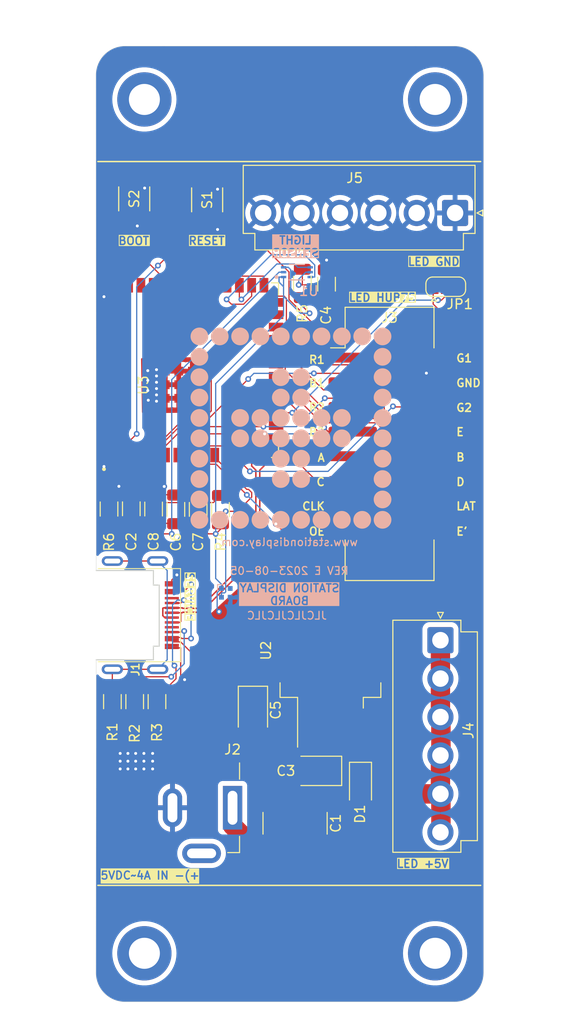
<source format=kicad_pcb>
(kicad_pcb (version 20221018) (generator pcbnew)
  (title_block (date "2023-08-05") (rev "E") (comment 1 "STATION DISPLAY") (comment 2 "BOARD") (comment 3 "www.stationdisplay.com"))
  (layers (0 "F.Cu" signal) (31 "B.Cu" signal) (34 "B.Paste" user) (35 "F.Paste" user) (36 "B.SilkS" user "B.Silkscreen") (37 "F.SilkS" user "F.Silkscreen") (38 "B.Mask" user) (39 "F.Mask" user) (44 "Edge.Cuts" user))
  (net 0 "")
  (net 1 "GND")
  (net 2 "+3.3V")
  (net 3 "VBUS")
  (net 4 "Net-(J1-CC1)")
  (net 5 "D+")
  (net 6 "D-")
  (net 8 "Net-(J1-CC2)")
  (net 10 "Net-(J1-SHIELD)")
  (net 11 "GPIO0")
  (net 12 "GPIO2")
  (net 13 "GPIO4")
  (net 14 "GPIO5")
  (net 15 "GPIO6")
  (net 16 "GPIO7")
  (net 17 "GPIO8")
  (net 18 "GPIO9")
  (net 19 "GPIO10")
  (net 20 "Net-(D1-A)")
  (net 21 "GPIO11")
  (net 22 "GPIO12")
  (net 23 "GPIO13")
  (net 24 "GPIO14")
  (net 25 "GPIO15")
  (net 26 "GPIO16")
  (net 27 "/E")
  (net 28 "/E'")
  (net 29 "Net-(U3-EN)")
  (net 33 "Net-(U1-DVI)")
  (net 34 "Net-(U1-ADDR)")
  (net 49 "Net-(D2-DI)")
  (net 50 "GPIO36")
  (net 51 "GPIO35")
  (footprint "Resistor_SMD:R_1206_3216Metric" (layer "F.Cu") (at 99 112.0625 90)
    (fp_text reference "R2")
    (fp_text value "5.1K")
  )
  (footprint "Connector_JST:JST_VH_B6P-VH-B_1x06_P3.96mm_Vertical" (layer "F.Cu") (at 130.55 105.73 -90)
    (fp_text reference "J4")
    (fp_text value "Conn_01x04")
  )
  (footprint "Techdroid:SW_SKRPABE010" (layer "F.Cu") (at 98.95 60.2468 -90)
    (fp_text reference "S2")
    (fp_text value "BOOT")
  )
  (footprint "Package_TO_SOT_SMD:TO-263-3_TabPin4" (layer "F.Cu") (at 119.2 106.8 90)
    (fp_text reference "U2")
    (fp_text value "LM1117-3.3")
  )
  (footprint "Capacitor_Tantalum_SMD:CP_EIA-3528-12_Kemet-T" (layer "F.Cu") (at 117.9 119.2 180)
    (fp_text reference "C3")
    (fp_text value "10uF")
  )
  (footprint "Capacitor_SMD:C_1825_4564Metric" (layer "F.Cu") (at 115.55 124.6 90)
    (fp_text reference "C1")
    (fp_text value "10uF")
  )
  (footprint "Techdroid:TYPE-C-31-M-14" (layer "F.Cu") (at 97.73 103.15 -90)
    (fp_text reference "J1")
    (fp_text value "USB_C_Receptacle_USB2.0")
    (fp_line (start -4.6 -3.2) (end -4.6 2.7) (stroke (width 0.12)) (layer "Edge.Cuts"))
    (fp_line (start -3.1 -3.8) (end -3.1 -3.2) (stroke (width 0.12)) (layer "Edge.Cuts"))
    (fp_line (start -3.1 -3.2) (end -4.6 -3.2) (stroke (width 0.12)) (layer "Edge.Cuts"))
    (fp_line (start 3.2 -3.8) (end -3.1 -3.8) (stroke (width 0.12)) (layer "Edge.Cuts"))
    (fp_line (start 3.2 -3.2) (end 3.2 -3.8) (stroke (width 0.12)) (layer "Edge.Cuts"))
    (fp_line (start 4.6 -3.2) (end 3.2 -3.2) (stroke (width 0.12)) (layer "Edge.Cuts"))
    (fp_line (start 4.6 2.7) (end 4.6 -3.2) (stroke (width 0.12)) (layer "Edge.Cuts"))
  )
  (footprint "Jumper:SolderJumper-3_P1.3mm_Bridged12_RoundedPad1.0x1.5mm" (layer "F.Cu") (at 131.1 69.3)
    (fp_text reference "JP1")
    (fp_text value "SolderJumper_3_Bridged12")
  )
  (footprint "Connector_IDC:IDC-Header_2x08_P2.54mm_Vertical_SMD" (layer "F.Cu") (at 125.3 85.5)
    (fp_text reference "J3")
    (fp_text value "Conn_02x08_Odd_Even")
  )
  (footprint "Capacitor_SMD:C_1206_3216Metric" (layer "F.Cu") (at 100.95 92.2125 90)
    (fp_text reference "C8")
    (fp_text value "1uF")
  )
  (footprint "Resistor_SMD:R_1206_3216Metric" (layer "F.Cu") (at 107.85 92.275 90)
    (fp_text reference "R4")
    (fp_text value "5.1K")
  )
  (footprint "Techdroid:XCVR_ESP32-S3-WROOM-1-N16R2" (layer "F.Cu") (at 101.09 77.9 90)
    (fp_text reference "U3")
    (fp_text value "ESP32-S3-WROOM-1-N16R2")
  )
  (footprint "Capacitor_SMD:C_1206_3216Metric" (layer "F.Cu") (at 105.55 92.25 90)
    (fp_text reference "C7")
    (fp_text value "10uF")
  )
  (footprint "Resistor_SMD:R_1206_3216Metric" (layer "F.Cu") (at 101.3 112.0625 90)
    (fp_text reference "R3")
    (fp_text value "5.1K")
  )
  (footprint "Capacitor_SMD:C_1206_3216Metric" (layer "F.Cu") (at 98.65 92.1875 90)
    (fp_text reference "C2")
    (fp_text value "1uF")
  )
  (footprint "Capacitor_SMD:C_1206_3216Metric" (layer "F.Cu") (at 118.8 69.0375 90)
    (fp_text reference "C4")
    (fp_text value "1uF")
  )
  (footprint "Techdroid:BarrelJack_Kycon_KLDX-0202-xC_Horizontal" (layer "F.Cu") (at 109.1 123)
    (fp_text reference "J2")
    (fp_text value "Jack-DC")
  )
  (footprint "Diode_SMD:D_1206_3216Metric" (layer "F.Cu") (at 122.3 120.6 -90)
    (fp_text reference "D1")
    (fp_text value "D")
  )
  (footprint "MountingHole:MountingHole_3.2mm_M3_DIN965_Pad" (layer "F.Cu") (at 130 50)
    (fp_text reference "H2" hide)
    (fp_text value "MountingHole_3.2mm_M3_DIN965_Pad")
  )
  (footprint "Techdroid:SW_SKRPABE010" (layer "F.Cu") (at 106.475 60.3468 -90)
    (fp_text reference "S1")
    (fp_text value "RST")
  )
  (footprint "Capacitor_SMD:C_1206_3216Metric" (layer "F.Cu") (at 103.25 92.25 90)
    (fp_text reference "C6")
    (fp_text value "10uF")
  )
  (footprint "Capacitor_Tantalum_SMD:CP_EIA-3528-12_Kemet-T" (layer "F.Cu") (at 111.2 112.9375 -90)
    (fp_text reference "C5")
    (fp_text value "22uF")
  )
  (footprint "MountingHole:MountingHole_3.2mm_M3_DIN965_Pad" (layer "F.Cu") (at 130 138)
    (fp_text reference "H4" hide)
    (fp_text value "MountingHole_3.2mm_M3_DIN965_Pad")
  )
  (footprint "Resistor_SMD:R_1206_3216Metric" (layer "F.Cu") (at 96.7 112.0625 90)
    (fp_text reference "R1")
    (fp_text value "1M")
  )
  (footprint "Resistor_SMD:R_1206_3216Metric" (layer "F.Cu") (at 96.35 92.2125 -90)
    (fp_text reference "R6")
    (fp_text value "10K")
  )
  (footprint "Connector_JST:JST_VH_B6P-VH-B_1x06_P3.96mm_Vertical" (layer "F.Cu") (at 132.06 61.7 180)
    (fp_text reference "J5")
    (fp_text value "Conn_01x04")
  )
  (footprint "MountingHole:MountingHole_3.2mm_M3_DIN965_Pad" (layer "F.Cu") (at 100 50)
    (fp_text reference "H1" hide)
    (fp_text value "MountingHole_3.2mm_M3_DIN965_Pad")
  )
  (footprint "MountingHole:MountingHole_3.2mm_M3_DIN965_Pad" (layer "F.Cu") (at 100 138)
    (fp_text reference "H3" hide)
    (fp_text value "MountingHole_3.2mm_M3_DIN965_Pad")
  )
  (footprint "Resistor_SMD:R_1206_3216Metric" (layer "F.Cu") (at 116.3 68.9625 -90)
    (fp_text reference "R5")
    (fp_text value "1K")
  )
  (footprint "Techdroid:LED_SK6812_EC15_1.5x1.5mm" (layer "B.Cu") (at 108.4 100.85 180)
    (fp_text reference "D2" hide)
    (fp_text value "YF923-1515LED-4P")
  )
  (footprint "Techdroid:XDCR_BH1750FVI-TR" (layer "B.Cu") (at 115.7375 67.8)
    (fp_text reference "U1")
    (fp_text value "BH1750FVI-TR")
  )
  (gr_poly (pts (xy 124.531437 90.35) (xy 124.487 90.353379) (xy 124.44321 90.358943) (xy 124.400121 90.366638) (xy 124.357788 90.376408) (xy 124.316266 90.388199) (xy 124.27561 90.401956) (xy 124.235874 90.417623) (xy 124.197115 90.435146) (xy 124.159387 90.454469) (xy 124.122745 90.475538) (xy 124.087243 90.498297) (xy 124.052938 90.522693) (xy 124.019883 90.548669) (xy 123.988134 90.57617) (xy 123.957746 90.605143) (xy 123.928773 90.635531) (xy 123.901271 90.66728) (xy 123.875295 90.700335) (xy 123.8509 90.73464) (xy 123.828141 90.770142) (xy 123.807072 90.806784) (xy 123.787748 90.844513) (xy 123.770226 90.883272) (xy 123.754559 90.923007) (xy 123.740802 90.963663) (xy 123.729011 91.005185) (xy 123.719241 91.047518) (xy 123.711546 91.090607) (xy 123.705982 91.134397) (xy 123.702603 91.178834) (xy 123.701464 91.223861) (xy 123.702603 91.268888) (xy 123.705982 91.313325) (xy 123.711546 91.357115) (xy 123.719241 91.400204) (xy 123.729011 91.442537) (xy 123.740802 91.484059) (xy 123.754559 91.524715) (xy 123.770226 91.56445) (xy 123.787748 91.603209) (xy 123.807072 91.640938) (xy 123.828141 91.67758) (xy 123.8509 91.713082) (xy 123.875295 91.747387) (xy 123.901271 91.780442) (xy 123.928773 91.812191) (xy 123.957746 91.842579) (xy 123.988134 91.871552) (xy 124.019883 91.899053) (xy 124.052938 91.925029) (xy 124.087243 91.949425) (xy 124.122745 91.972184) (xy 124.159387 91.993253) (xy 124.197115 92.012576) (xy 124.235874 92.030099) (xy 124.27561 92.045766) (xy 124.316266 92.059523) (xy 124.357788 92.071314) (xy 124.400121 92.081084) (xy 124.44321 92.088779) (xy 124.487 92.094343) (xy 124.531437 92.097722) (xy 124.576464 92.098861) (xy 124.621491 92.097722) (xy 124.665928 92.094343) (xy 124.709718 92.088779) (xy 124.752807 92.081084) (xy 124.79514 92.071314) (xy 124.836662 92.059523) (xy 124.877318 92.045766) (xy 124.917053 92.030099) (xy 124.955813 92.012576) (xy 124.993541 91.993253) (xy 125.030183 91.972184) (xy 125.065685 91.949425) (xy 125.09999 91.925029) (xy 125.133045 91.899053) (xy 125.164794 91.871552) (xy 125.195182 91.842579) (xy 125.224155 91.812191) (xy 125.251657 91.780442) (xy 125.277632 91.747387) (xy 125.302028 91.713082) (xy 125.324787 91.67758) (xy 125.345856 91.640938) (xy 125.36518 91.603209) (xy 125.382702 91.56445) (xy 125.398369 91.524715) (xy 125.412126 91.484059) (xy 125.423917 91.442537) (xy 125.433687 91.400204) (xy 125.441382 91.357115) (xy 125.446946 91.313325) (xy 125.450325 91.268888) (xy 125.451464 91.223861) (xy 125.450325 91.178834) (xy 125.446946 91.134397) (xy 125.441382 91.090607) (xy 125.433687 91.047518) (xy 125.423917 91.005185) (xy 125.412126 90.963663) (xy 125.398369 90.923007) (xy 125.382702 90.883272) (xy 125.36518 90.844513) (xy 125.345856 90.806784) (xy 125.324787 90.770142) (xy 125.302028 90.73464) (xy 125.277632 90.700335) (xy 125.251657 90.66728) (xy 125.224155 90.635531) (xy 125.195182 90.605143) (xy 125.164794 90.57617) (xy 125.133045 90.548669) (xy 125.09999 90.522693) (xy 125.065685 90.498297) (xy 125.030183 90.475538) (xy 124.993541 90.454469) (xy 124.955813 90.435146) (xy 124.917053 90.417623) (xy 124.877318 90.401956) (xy 124.836662 90.388199) (xy 124.79514 90.376408) (xy 124.752807 90.366638) (xy 124.709718 90.358943) (xy 124.665928 90.353379) (xy 124.621491 90.35) (xy 124.576464 90.348861)) (stroke (width 0.075105)) (fill solid) (layer "B.SilkS"))
  (gr_poly (pts (xy 105.631434 81.95) (xy 105.586998 81.953379) (xy 105.543208 81.958943) (xy 105.500118 81.966638) (xy 105.457785 81.976408) (xy 105.416263 81.988199) (xy 105.375607 82.001956) (xy 105.335872 82.017623) (xy 105.297113 82.035145) (xy 105.259385 82.054469) (xy 105.222742 82.075538) (xy 105.187241 82.098297) (xy 105.152935 82.122692) (xy 105.11988 82.148668) (xy 105.088131 82.17617) (xy 105.057743 82.205142) (xy 105.028771 82.235531) (xy 105.001269 82.26728) (xy 104.975293 82.300334) (xy 104.950898 82.33464) (xy 104.928138 82.370142) (xy 104.907069 82.406784) (xy 104.887746 82.444512) (xy 104.870223 82.483271) (xy 104.854556 82.523007) (xy 104.8408 82.563663) (xy 104.829009 82.605185) (xy 104.819238 82.647518) (xy 104.811543 82.690607) (xy 104.805979 82.734397) (xy 104.8026 82.778834) (xy 104.801461 82.823861) (xy 104.8026 82.868888) (xy 104.805979 82.913325) (xy 104.811543 82.957115) (xy 104.819238 83.000204) (xy 104.829009 83.042537) (xy 104.8408 83.084059) (xy 104.854556 83.124715) (xy 104.870223 83.164451) (xy 104.887746 83.20321) (xy 104.907069 83.240938) (xy 104.928138 83.27758) (xy 104.950898 83.313082) (xy 104.975293 83.347388) (xy 105.001269 83.380442) (xy 105.028771 83.412191) (xy 105.057743 83.44258) (xy 105.088131 83.471552) (xy 105.11988 83.499054) (xy 105.152935 83.52503) (xy 105.187241 83.549425) (xy 105.222742 83.572184) (xy 105.259385 83.593253) (xy 105.297113 83.612577) (xy 105.335872 83.630099) (xy 105.375607 83.645766) (xy 105.416263 83.659523) (xy 105.457785 83.671314) (xy 105.500118 83.681084) (xy 105.543208 83.688779) (xy 105.586998 83.694343) (xy 105.631434 83.697722) (xy 105.676461 83.698861) (xy 105.721489 83.697722) (xy 105.765925 83.694343) (xy 105.809715 83.688779) (xy 105.852804 83.681084) (xy 105.895137 83.671314) (xy 105.936659 83.659523) (xy 105.977315 83.645766) (xy 106.017051 83.630099) (xy 106.05581 83.612577) (xy 106.093538 83.593253) (xy 106.13018 83.572184) (xy 106.165682 83.549425) (xy 106.199988 83.52503) (xy 106.233042 83.499054) (xy 106.264791 83.471552) (xy 106.29518 83.44258) (xy 106.324152 83.412191) (xy 106.351654 83.380442) (xy 106.37763 83.347388) (xy 106.402025 83.313082) (xy 106.424785 83.27758) (xy 106.445853 83.240938) (xy 106.465177 83.20321) (xy 106.482699 83.164451) (xy 106.498367 83.124715) (xy 106.512123 83.084059) (xy 106.523914 83.042537) (xy 106.533684 83.000204) (xy 106.541379 82.957115) (xy 106.546944 82.913325) (xy 106.550323 82.868888) (xy 106.551461 82.823861) (xy 106.550323 82.778834) (xy 106.546944 82.734397) (xy 106.541379 82.690607) (xy 106.533684 82.647518) (xy 106.523914 82.605185) (xy 106.512123 82.563663) (xy 106.498367 82.523007) (xy 106.482699 82.483271) (xy 106.465177 82.444512) (xy 106.445853 82.406784) (xy 106.424785 82.370142) (xy 106.402025 82.33464) (xy 106.37763 82.300334) (xy 106.351654 82.26728) (xy 106.324152 82.235531) (xy 106.29518 82.205142) (xy 106.264791 82.17617) (xy 106.233042 82.148668) (xy 106.199988 82.122692) (xy 106.165682 82.098297) (xy 106.13018 82.075538) (xy 106.093538 82.054469) (xy 106.05581 82.035145) (xy 106.017051 82.017623) (xy 105.977315 82.001956) (xy 105.936659 81.988199) (xy 105.895137 81.976408) (xy 105.852804 81.966638) (xy 105.809715 81.958943) (xy 105.765925 81.953379) (xy 105.721489 81.95) (xy 105.676461 81.948861)) (stroke (width 0.075105)) (fill solid) (layer "B.SilkS"))
  (gr_poly (pts (xy 105.631437 77.75) (xy 105.587 77.753379) (xy 105.54321 77.758943) (xy 105.500121 77.766638) (xy 105.457788 77.776408) (xy 105.416266 77.788199) (xy 105.37561 77.801956) (xy 105.335875 77.817623) (xy 105.297116 77.835146) (xy 105.259387 77.854469) (xy 105.222745 77.875538) (xy 105.187243 77.898297) (xy 105.152938 77.922693) (xy 105.119883 77.948668) (xy 105.088134 77.97617) (xy 105.057746 78.005143) (xy 105.028773 78.035531) (xy 105.001272 78.06728) (xy 104.975296 78.100335) (xy 104.9509 78.13464) (xy 104.928141 78.170142) (xy 104.907072 78.206784) (xy 104.887749 78.244512) (xy 104.870226 78.283272) (xy 104.854559 78.323007) (xy 104.840802 78.363663) (xy 104.829011 78.405185) (xy 104.819241 78.447518) (xy 104.811546 78.490607) (xy 104.805982 78.534397) (xy 104.802603 78.578834) (xy 104.801464 78.623861) (xy 104.802603 78.668888) (xy 104.805982 78.713325) (xy 104.811546 78.757115) (xy 104.819241 78.800204) (xy 104.829011 78.842537) (xy 104.840802 78.884059) (xy 104.854559 78.924715) (xy 104.870226 78.96445) (xy 104.887749 79.00321) (xy 104.907072 79.040938) (xy 104.928141 79.07758) (xy 104.9509 79.113082) (xy 104.975296 79.147387) (xy 105.001272 79.180442) (xy 105.028773 79.212191) (xy 105.057746 79.242579) (xy 105.088134 79.271552) (xy 105.119883 79.299054) (xy 105.152938 79.325029) (xy 105.187243 79.349425) (xy 105.222745 79.372184) (xy 105.259387 79.393253) (xy 105.297116 79.412576) (xy 105.335875 79.430099) (xy 105.37561 79.445766) (xy 105.416266 79.459523) (xy 105.457788 79.471314) (xy 105.500121 79.481084) (xy 105.54321 79.488779) (xy 105.587 79.494343) (xy 105.631437 79.497722) (xy 105.676464 79.498861) (xy 105.721491 79.497722) (xy 105.765928 79.494343) (xy 105.809718 79.488779) (xy 105.852807 79.481084) (xy 105.89514 79.471314) (xy 105.936662 79.459523) (xy 105.977318 79.445766) (xy 106.017053 79.430099) (xy 106.055812 79.412576) (xy 106.093541 79.393253) (xy 106.130183 79.372184) (xy 106.165685 79.349425) (xy 106.19999 79.325029) (xy 106.233045 79.299054) (xy 106.264794 79.271552) (xy 106.295182 79.242579) (xy 106.324155 79.212191) (xy 106.351656 79.180442) (xy 106.377632 79.147387) (xy 106.402028 79.113082) (xy 106.424787 79.07758) (xy 106.445856 79.040938) (xy 106.465179 79.00321) (xy 106.482702 78.96445) (xy 106.498369 78.924715) (xy 106.512126 78.884059) (xy 106.523917 78.842537) (xy 106.533687 78.800204) (xy 106.541382 78.757115) (xy 106.546946 78.713325) (xy 106.550325 78.668888) (xy 106.551464 78.623861) (xy 106.550325 78.578834) (xy 106.546946 78.534397) (xy 106.541382 78.490607) (xy 106.533687 78.447518) (xy 106.523917 78.405185) (xy 106.512126 78.363663) (xy 106.498369 78.323007) (xy 106.482702 78.283272) (xy 106.465179 78.244512) (xy 106.445856 78.206784) (xy 106.424787 78.170142) (xy 106.402028 78.13464) (xy 106.377632 78.100335) (xy 106.351656 78.06728) (xy 106.324155 78.035531) (xy 106.295182 78.005143) (xy 106.264794 77.97617) (xy 106.233045 77.948668) (xy 106.19999 77.922693) (xy 106.165685 77.898297) (xy 106.130183 77.875538) (xy 106.093541 77.854469) (xy 106.055812 77.835146) (xy 106.017053 77.817623) (xy 105.977318 77.801956) (xy 105.936662 77.788199) (xy 105.89514 77.776408) (xy 105.852807 77.766638) (xy 105.809718 77.758943) (xy 105.765928 77.753379) (xy 105.721491 77.75) (xy 105.676464 77.748861)) (stroke (width 0.075105)) (fill solid) (layer "B.SilkS"))
  (gr_poly (pts (xy 124.531437 86.15) (xy 124.487 86.153379) (xy 124.44321 86.158943) (xy 124.400121 86.166638) (xy 124.357788 86.176408) (xy 124.316266 86.188199) (xy 124.27561 86.201956) (xy 124.235874 86.217623) (xy 124.197115 86.235146) (xy 124.159387 86.254469) (xy 124.122745 86.275538) (xy 124.087243 86.298297) (xy 124.052938 86.322693) (xy 124.019883 86.348669) (xy 123.988134 86.37617) (xy 123.957746 86.405143) (xy 123.928773 86.435531) (xy 123.901271 86.46728) (xy 123.875295 86.500335) (xy 123.8509 86.53464) (xy 123.828141 86.570142) (xy 123.807072 86.606784) (xy 123.787748 86.644513) (xy 123.770226 86.683272) (xy 123.754559 86.723007) (xy 123.740802 86.763663) (xy 123.729011 86.805185) (xy 123.719241 86.847518) (xy 123.711546 86.890607) (xy 123.705982 86.934397) (xy 123.702603 86.978834) (xy 123.701464 87.023861) (xy 123.702603 87.068888) (xy 123.705982 87.113325) (xy 123.711546 87.157115) (xy 123.719241 87.200204) (xy 123.729011 87.242537) (xy 123.740802 87.284059) (xy 123.754559 87.324715) (xy 123.770226 87.36445) (xy 123.787748 87.403209) (xy 123.807072 87.440938) (xy 123.828141 87.47758) (xy 123.8509 87.513082) (xy 123.875295 87.547387) (xy 123.901271 87.580442) (xy 123.928773 87.612191) (xy 123.957746 87.642579) (xy 123.988134 87.671552) (xy 124.019883 87.699053) (xy 124.052938 87.725029) (xy 124.087243 87.749425) (xy 124.122745 87.772184) (xy 124.159387 87.793253) (xy 124.197115 87.812576) (xy 124.235874 87.830099) (xy 124.27561 87.845766) (xy 124.316266 87.859523) (xy 124.357788 87.871314) (xy 124.400121 87.881084) (xy 124.44321 87.888779) (xy 124.487 87.894343) (xy 124.531437 87.897722) (xy 124.576464 87.898861) (xy 124.621491 87.897722) (xy 124.665928 87.894343) (xy 124.709718 87.888779) (xy 124.752807 87.881084) (xy 124.79514 87.871314) (xy 124.836662 87.859523) (xy 124.877318 87.845766) (xy 124.917053 87.830099) (xy 124.955813 87.812576) (xy 124.993541 87.793253) (xy 125.030183 87.772184) (xy 125.065685 87.749425) (xy 125.09999 87.725029) (xy 125.133045 87.699053) (xy 125.164794 87.671552) (xy 125.195182 87.642579) (xy 125.224155 87.612191) (xy 125.251657 87.580442) (xy 125.277632 87.547387) (xy 125.302028 87.513082) (xy 125.324787 87.47758) (xy 125.345856 87.440938) (xy 125.36518 87.403209) (xy 125.382702 87.36445) (xy 125.398369 87.324715) (xy 125.412126 87.284059) (xy 125.423917 87.242537) (xy 125.433687 87.200204) (xy 125.441382 87.157115) (xy 125.446946 87.113325) (xy 125.450325 87.068888) (xy 125.451464 87.023861) (xy 125.450325 86.978834) (xy 125.446946 86.934397) (xy 125.441382 86.890607) (xy 125.433687 86.847518) (xy 125.423917 86.805185) (xy 125.412126 86.763663) (xy 125.398369 86.723007) (xy 125.382702 86.683272) (xy 125.36518 86.644513) (xy 125.345856 86.606784) (xy 125.324787 86.570142) (xy 125.302028 86.53464) (xy 125.277632 86.500335) (xy 125.251657 86.46728) (xy 125.224155 86.435531) (xy 125.195182 86.405143) (xy 125.164794 86.37617) (xy 125.133045 86.348669) (xy 125.09999 86.322693) (xy 125.065685 86.298297) (xy 125.030183 86.275538) (xy 124.993541 86.254469) (xy 124.955813 86.235146) (xy 124.917053 86.217623) (xy 124.877318 86.201956) (xy 124.836662 86.188199) (xy 124.79514 86.176408) (xy 124.752807 86.166638) (xy 124.709718 86.158943) (xy 124.665928 86.153379) (xy 124.621491 86.15) (xy 124.576464 86.148861)) (stroke (width 0.075105)) (fill solid) (layer "B.SilkS"))
  (gr_poly (pts (xy 124.531437 84.05) (xy 124.487 84.053379) (xy 124.44321 84.058943) (xy 124.400121 84.066638) (xy 124.357788 84.076408) (xy 124.316266 84.088199) (xy 124.27561 84.101956) (xy 124.235874 84.117623) (xy 124.197115 84.135145) (xy 124.159387 84.154469) (xy 124.122745 84.175538) (xy 124.087243 84.198297) (xy 124.052938 84.222692) (xy 124.019883 84.248668) (xy 123.988134 84.27617) (xy 123.957746 84.305142) (xy 123.928773 84.335531) (xy 123.901271 84.36728) (xy 123.875295 84.400334) (xy 123.8509 84.43464) (xy 123.828141 84.470142) (xy 123.807072 84.506784) (xy 123.787748 84.544512) (xy 123.770226 84.583271) (xy 123.754559 84.623007) (xy 123.740802 84.663663) (xy 123.729011 84.705185) (xy 123.719241 84.747518) (xy 123.711546 84.790607) (xy 123.705982 84.834397) (xy 123.702603 84.878834) (xy 123.701464 84.923861) (xy 123.702603 84.968888) (xy 123.705982 85.013325) (xy 123.711546 85.057115) (xy 123.719241 85.100204) (xy 123.729011 85.142537) (xy 123.740802 85.184059) (xy 123.754559 85.224715) (xy 123.770226 85.26445) (xy 123.787748 85.303209) (xy 123.807072 85.340938) (xy 123.828141 85.37758) (xy 123.8509 85.413082) (xy 123.875295 85.447387) (xy 123.901271 85.480442) (xy 123.928773 85.512191) (xy 123.957746 85.542579) (xy 123.988134 85.571552) (xy 124.019883 85.599053) (xy 124.052938 85.625029) (xy 124.087243 85.649425) (xy 124.122745 85.672184) (xy 124.159387 85.693253) (xy 124.197115 85.712576) (xy 124.235874 85.730099) (xy 124.27561 85.745766) (xy 124.316266 85.759523) (xy 124.357788 85.771314) (xy 124.400121 85.781084) (xy 124.44321 85.788779) (xy 124.487 85.794343) (xy 124.531437 85.797722) (xy 124.576464 85.798861) (xy 124.621491 85.797722) (xy 124.665928 85.794343) (xy 124.709718 85.788779) (xy 124.752807 85.781084) (xy 124.79514 85.771314) (xy 124.836662 85.759523) (xy 124.877318 85.745766) (xy 124.917053 85.730099) (xy 124.955813 85.712576) (xy 124.993541 85.693253) (xy 125.030183 85.672184) (xy 125.065685 85.649425) (xy 125.09999 85.625029) (xy 125.133045 85.599053) (xy 125.164794 85.571552) (xy 125.195182 85.542579) (xy 125.224155 85.512191) (xy 125.251657 85.480442) (xy 125.277632 85.447387) (xy 125.302028 85.413082) (xy 125.324787 85.37758) (xy 125.345856 85.340938) (xy 125.36518 85.303209) (xy 125.382702 85.26445) (xy 125.398369 85.224715) (xy 125.412126 85.184059) (xy 125.423917 85.142537) (xy 125.433687 85.100204) (xy 125.441382 85.057115) (xy 125.446946 85.013325) (xy 125.450325 84.968888) (xy 125.451464 84.923861) (xy 125.450325 84.878834) (xy 125.446946 84.834397) (xy 125.441382 84.790607) (xy 125.433687 84.747518) (xy 125.423917 84.705185) (xy 125.412126 84.663663) (xy 125.398369 84.623007) (xy 125.382702 84.583271) (xy 125.36518 84.544512) (xy 125.345856 84.506784) (xy 125.324787 84.470142) (xy 125.302028 84.43464) (xy 125.277632 84.400334) (xy 125.251657 84.36728) (xy 125.224155 84.335531) (xy 125.195182 84.305142) (xy 125.164794 84.27617) (xy 125.133045 84.248668) (xy 125.09999 84.222692) (xy 125.065685 84.198297) (xy 125.030183 84.175538) (xy 124.993541 84.154469) (xy 124.955813 84.135145) (xy 124.917053 84.117623) (xy 124.877318 84.101956) (xy 124.836662 84.088199) (xy 124.79514 84.076408) (xy 124.752807 84.066638) (xy 124.709718 84.058943) (xy 124.665928 84.053379) (xy 124.621491 84.05) (xy 124.576464 84.048861)) (stroke (width 0.075105)) (fill solid) (layer "B.SilkS"))
  (gr_poly (pts (xy 116.131437 92.45) (xy 116.087 92.453379) (xy 116.04321 92.458943) (xy 116.000121 92.466638) (xy 115.957788 92.476408) (xy 115.916266 92.488199) (xy 115.87561 92.501956) (xy 115.835874 92.517623) (xy 115.797115 92.535146) (xy 115.759387 92.554469) (xy 115.722745 92.575538) (xy 115.687243 92.598297) (xy 115.652937 92.622693) (xy 115.619883 92.648669) (xy 115.588134 92.67617) (xy 115.557745 92.705143) (xy 115.528773 92.735531) (xy 115.501271 92.76728) (xy 115.475295 92.800335) (xy 115.4509 92.83464) (xy 115.428141 92.870142) (xy 115.407072 92.906784) (xy 115.387748 92.944513) (xy 115.370226 92.983272) (xy 115.354559 93.023007) (xy 115.340802 93.063663) (xy 115.329011 93.105185) (xy 115.319241 93.147518) (xy 115.311546 93.190607) (xy 115.305982 93.234397) (xy 115.302603 93.278834) (xy 115.301464 93.323861) (xy 115.302603 93.368888) (xy 115.305982 93.413325) (xy 115.311546 93.457115) (xy 115.319241 93.500204) (xy 115.329011 93.542537) (xy 115.340802 93.584059) (xy 115.354559 93.624715) (xy 115.370226 93.66445) (xy 115.387748 93.703209) (xy 115.407072 93.740938) (xy 115.428141 93.77758) (xy 115.4509 93.813082) (xy 115.475295 93.847387) (xy 115.501271 93.880442) (xy 115.528773 93.912191) (xy 115.557745 93.942579) (xy 115.588134 93.971552) (xy 115.619883 93.999053) (xy 115.652937 94.025029) (xy 115.687243 94.049425) (xy 115.722745 94.072184) (xy 115.759387 94.093253) (xy 115.797115 94.112576) (xy 115.835874 94.130099) (xy 115.87561 94.145766) (xy 115.916266 94.159523) (xy 115.957788 94.171314) (xy 116.000121 94.181084) (xy 116.04321 94.188779) (xy 116.087 94.194343) (xy 116.131437 94.197722) (xy 116.176464 94.198861) (xy 116.221491 94.197722) (xy 116.265928 94.194343) (xy 116.309718 94.188779) (xy 116.352807 94.181084) (xy 116.39514 94.171314) (xy 116.436662 94.159523) (xy 116.477318 94.145766) (xy 116.517054 94.130099) (xy 116.555813 94.112576) (xy 116.593541 94.093253) (xy 116.630183 94.072184) (xy 116.665685 94.049425) (xy 116.699991 94.025029) (xy 116.733045 93.999053) (xy 116.764794 93.971552) (xy 116.795183 93.942579) (xy 116.824155 93.912191) (xy 116.851657 93.880442) (xy 116.877633 93.847387) (xy 116.902028 93.813082) (xy 116.924787 93.77758) (xy 116.945856 93.740938) (xy 116.96518 93.703209) (xy 116.982702 93.66445) (xy 116.998369 93.624715) (xy 117.012126 93.584059) (xy 117.023917 93.542537) (xy 117.033687 93.500204) (xy 117.041382 93.457115) (xy 117.046946 93.413325) (xy 117.050325 93.368888) (xy 117.051464 93.323861) (xy 117.050325 93.278834) (xy 117.046946 93.234397) (xy 117.041382 93.190607) (xy 117.033687 93.147518) (xy 117.023917 93.105185) (xy 117.012126 93.063663) (xy 116.998369 93.023007) (xy 116.982702 92.983272) (xy 116.96518 92.944513) (xy 116.945856 92.906784) (xy 116.924787 92.870142) (xy 116.902028 92.83464) (xy 116.877633 92.800335) (xy 116.851657 92.76728) (xy 116.824155 92.735531) (xy 116.795183 92.705143) (xy 116.764794 92.67617) (xy 116.733045 92.648669) (xy 116.699991 92.622693) (xy 116.665685 92.598297) (xy 116.630183 92.575538) (xy 116.593541 92.554469) (xy 116.555813 92.535146) (xy 116.517054 92.517623) (xy 116.477318 92.501956) (xy 116.436662 92.488199) (xy 116.39514 92.476408) (xy 116.352807 92.466638) (xy 116.309718 92.458943) (xy 116.265928 92.453379) (xy 116.221491 92.45) (xy 116.176464 92.448861)) (stroke (width 0.075105)) (fill solid) (layer "B.SilkS"))
  (gr_poly (pts (xy 120.331437 84.05) (xy 120.287 84.053379) (xy 120.24321 84.058943) (xy 120.200121 84.066638) (xy 120.157788 84.076408) (xy 120.116266 84.088199) (xy 120.07561 84.101956) (xy 120.035875 84.117623) (xy 119.997115 84.135145) (xy 119.959387 84.154469) (xy 119.922745 84.175538) (xy 119.887243 84.198297) (xy 119.852938 84.222692) (xy 119.819883 84.248668) (xy 119.788134 84.27617) (xy 119.757746 84.305142) (xy 119.728773 84.335531) (xy 119.701271 84.36728) (xy 119.675296 84.400334) (xy 119.6509 84.43464) (xy 119.628141 84.470142) (xy 119.607072 84.506784) (xy 119.587749 84.544512) (xy 119.570226 84.583271) (xy 119.554559 84.623007) (xy 119.540802 84.663663) (xy 119.529011 84.705185) (xy 119.519241 84.747518) (xy 119.511546 84.790607) (xy 119.505982 84.834397) (xy 119.502603 84.878834) (xy 119.501464 84.923861) (xy 119.502603 84.968888) (xy 119.505982 85.013325) (xy 119.511546 85.057115) (xy 119.519241 85.100204) (xy 119.529011 85.142537) (xy 119.540802 85.184059) (xy 119.554559 85.224715) (xy 119.570226 85.26445) (xy 119.587749 85.303209) (xy 119.607072 85.340938) (xy 119.628141 85.37758) (xy 119.6509 85.413082) (xy 119.675296 85.447387) (xy 119.701271 85.480442) (xy 119.728773 85.512191) (xy 119.757746 85.542579) (xy 119.788134 85.571552) (xy 119.819883 85.599053) (xy 119.852938 85.625029) (xy 119.887243 85.649425) (xy 119.922745 85.672184) (xy 119.959387 85.693253) (xy 119.997115 85.712576) (xy 120.035875 85.730099) (xy 120.07561 85.745766) (xy 120.116266 85.759523) (xy 120.157788 85.771314) (xy 120.200121 85.781084) (xy 120.24321 85.788779) (xy 120.287 85.794343) (xy 120.331437 85.797722) (xy 120.376464 85.798861) (xy 120.421491 85.797722) (xy 120.465928 85.794343) (xy 120.509718 85.788779) (xy 120.552807 85.781084) (xy 120.59514 85.771314) (xy 120.636662 85.759523) (xy 120.677318 85.745766) (xy 120.717053 85.730099) (xy 120.755813 85.712576) (xy 120.793541 85.693253) (xy 120.830183 85.672184) (xy 120.865685 85.649425) (xy 120.89999 85.625029) (xy 120.933045 85.599053) (xy 120.964794 85.571552) (xy 120.995182 85.542579) (xy 121.024155 85.512191) (xy 121.051657 85.480442) (xy 121.077632 85.447387) (xy 121.102028 85.413082) (xy 121.124787 85.37758) (xy 121.145856 85.340938) (xy 121.165179 85.303209) (xy 121.182702 85.26445) (xy 121.198369 85.224715) (xy 121.212126 85.184059) (xy 121.223917 85.142537) (xy 121.233687 85.100204) (xy 121.241382 85.057115) (xy 121.246946 85.013325) (xy 121.250325 84.968888) (xy 121.251464 84.923861) (xy 121.250325 84.878834) (xy 121.246946 84.834397) (xy 121.241382 84.790607) (xy 121.233687 84.747518) (xy 121.223917 84.705185) (xy 121.212126 84.663663) (xy 121.198369 84.623007) (xy 121.182702 84.583271) (xy 121.165179 84.544512) (xy 121.145856 84.506784) (xy 121.124787 84.470142) (xy 121.102028 84.43464) (xy 121.077632 84.400334) (xy 121.051657 84.36728) (xy 121.024155 84.335531) (xy 120.995182 84.305142) (xy 120.964794 84.27617) (xy 120.933045 84.248668) (xy 120.89999 84.222692) (xy 120.865685 84.198297) (xy 120.830183 84.175538) (xy 120.793541 84.154469) (xy 120.755813 84.135145) (xy 120.717053 84.117623) (xy 120.677318 84.101956) (xy 120.636662 84.088199) (xy 120.59514 84.076408) (xy 120.552807 84.066638) (xy 120.509718 84.058943) (xy 120.465928 84.053379) (xy 120.421491 84.05) (xy 120.376464 84.048861)) (stroke (width 0.075105)) (fill solid) (layer "B.SilkS"))
  (gr_poly (pts (xy 114.031437 84.05) (xy 113.987 84.053379) (xy 113.94321 84.058943) (xy 113.900121 84.066638) (xy 113.857788 84.076408) (xy 113.816266 84.088199) (xy 113.77561 84.101956) (xy 113.735875 84.117623) (xy 113.697116 84.135145) (xy 113.659387 84.154469) (xy 113.622745 84.175538) (xy 113.587243 84.198297) (xy 113.552938 84.222692) (xy 113.519883 84.248668) (xy 113.488134 84.27617) (xy 113.457746 84.305142) (xy 113.428773 84.335531) (xy 113.401272 84.36728) (xy 113.375296 84.400334) (xy 113.3509 84.43464) (xy 113.328141 84.470142) (xy 113.307072 84.506784) (xy 113.287749 84.544512) (xy 113.270226 84.583271) (xy 113.254559 84.623007) (xy 113.240802 84.663663) (xy 113.229011 84.705185) (xy 113.219241 84.747518) (xy 113.211546 84.790607) (xy 113.205982 84.834397) (xy 113.202603 84.878834) (xy 113.201464 84.923861) (xy 113.202603 84.968888) (xy 113.205982 85.013325) (xy 113.211546 85.057115) (xy 113.219241 85.100204) (xy 113.229011 85.142537) (xy 113.240802 85.184059) (xy 113.254559 85.224715) (xy 113.270226 85.26445) (xy 113.287749 85.303209) (xy 113.307072 85.340938) (xy 113.328141 85.37758) (xy 113.3509 85.413082) (xy 113.375296 85.447387) (xy 113.401272 85.480442) (xy 113.428773 85.512191) (xy 113.457746 85.542579) (xy 113.488134 85.571552) (xy 113.519883 85.599053) (xy 113.552938 85.625029) (xy 113.587243 85.649425) (xy 113.622745 85.672184) (xy 113.659387 85.693253) (xy 113.697116 85.712576) (xy 113.735875 85.730099) (xy 113.77561 85.745766) (xy 113.816266 85.759523) (xy 113.857788 85.771314) (xy 113.900121 85.781084) (xy 113.94321 85.788779) (xy 113.987 85.794343) (xy 114.031437 85.797722) (xy 114.076464 85.798861) (xy 114.121491 85.797722) (xy 114.165928 85.794343) (xy 114.209718 85.788779) (xy 114.252807 85.781084) (xy 114.29514 85.771314) (xy 114.336662 85.759523) (xy 114.377318 85.745766) (xy 114.417054 85.730099) (xy 114.455813 85.712576) (xy 114.493541 85.693253) (xy 114.530183 85.672184) (xy 114.565685 85.649425) (xy 114.599991 85.625029) (xy 114.633045 85.599053) (xy 114.664794 85.571552) (xy 114.695183 85.542579) (xy 114.724155 85.512191) (xy 114.751657 85.480442) (xy 114.777633 85.447387) (xy 114.802028 85.413082) (xy 114.824787 85.37758) (xy 114.845856 85.340938) (xy 114.86518 85.303209) (xy 114.882702 85.26445) (xy 114.898369 85.224715) (xy 114.912126 85.184059) (xy 114.923917 85.142537) (xy 114.933687 85.100204) (xy 114.941382 85.057115) (xy 114.946946 85.013325) (xy 114.950325 84.968888) (xy 114.951464 84.923861) (xy 114.950325 84.878834) (xy 114.946946 84.834397) (xy 114.941382 84.790607) (xy 114.933687 84.747518) (xy 114.923917 84.705185) (xy 114.912126 84.663663) (xy 114.898369 84.623007) (xy 114.882702 84.583271) (xy 114.86518 84.544512) (xy 114.845856 84.506784) (xy 114.824787 84.470142) (xy 114.802028 84.43464) (xy 114.777633 84.400334) (xy 114.751657 84.36728) (xy 114.724155 84.335531) (xy 114.695183 84.305142) (xy 114.664794 84.27617) (xy 114.633045 84.248668) (xy 114.599991 84.222692) (xy 114.565685 84.198297) (xy 114.530183 84.175538) (xy 114.493541 84.154469) (xy 114.455813 84.135145) (xy 114.417054 84.117623) (xy 114.377318 84.101956) (xy 114.336662 84.088199) (xy 114.29514 84.076408) (xy 114.252807 84.066638) (xy 114.209718 84.058943) (xy 114.165928 84.053379) (xy 114.121491 84.05) (xy 114.076464 84.048861)) (stroke (width 0.075105)) (fill solid) (layer "B.SilkS"))
  (gr_poly (pts (xy 105.631437 79.85) (xy 105.587 79.853379) (xy 105.54321 79.858943) (xy 105.500121 79.866638) (xy 105.457788 79.876408) (xy 105.416266 79.888199) (xy 105.37561 79.901956) (xy 105.335875 79.917623) (xy 105.297116 79.935145) (xy 105.259387 79.954469) (xy 105.222745 79.975538) (xy 105.187243 79.998297) (xy 105.152938 80.022692) (xy 105.119883 80.048668) (xy 105.088134 80.07617) (xy 105.057746 80.105142) (xy 105.028773 80.135531) (xy 105.001272 80.16728) (xy 104.975296 80.200334) (xy 104.9509 80.23464) (xy 104.928141 80.270142) (xy 104.907072 80.306784) (xy 104.887749 80.344512) (xy 104.870226 80.383271) (xy 104.854559 80.423007) (xy 104.840802 80.463663) (xy 104.829011 80.505185) (xy 104.819241 80.547518) (xy 104.811546 80.590607) (xy 104.805982 80.634397) (xy 104.802603 80.678834) (xy 104.801464 80.723861) (xy 104.802603 80.768888) (xy 104.805982 80.813325) (xy 104.811546 80.857115) (xy 104.819241 80.900204) (xy 104.829011 80.942537) (xy 104.840802 80.984059) (xy 104.854559 81.024715) (xy 104.870226 81.064451) (xy 104.887749 81.10321) (xy 104.907072 81.140938) (xy 104.928141 81.17758) (xy 104.9509 81.213082) (xy 104.975296 81.247388) (xy 105.001272 81.280442) (xy 105.028773 81.312191) (xy 105.057746 81.34258) (xy 105.088134 81.371552) (xy 105.119883 81.399054) (xy 105.152938 81.42503) (xy 105.187243 81.449425) (xy 105.222745 81.472184) (xy 105.259387 81.493253) (xy 105.297116 81.512577) (xy 105.335875 81.530099) (xy 105.37561 81.545766) (xy 105.416266 81.559523) (xy 105.457788 81.571314) (xy 105.500121 81.581084) (xy 105.54321 81.588779) (xy 105.587 81.594343) (xy 105.631437 81.597722) (xy 105.676464 81.598861) (xy 105.721491 81.597722) (xy 105.765928 81.594343) (xy 105.809718 81.588779) (xy 105.852807 81.581084) (xy 105.89514 81.571314) (xy 105.936662 81.559523) (xy 105.977318 81.545766) (xy 106.017053 81.530099) (xy 106.055812 81.512577) (xy 106.093541 81.493253) (xy 106.130183 81.472184) (xy 106.165685 81.449425) (xy 106.19999 81.42503) (xy 106.233045 81.399054) (xy 106.264794 81.371552) (xy 106.295182 81.34258) (xy 106.324155 81.312191) (xy 106.351656 81.280442) (xy 106.377632 81.247388) (xy 106.402028 81.213082) (xy 106.424787 81.17758) (xy 106.445856 81.140938) (xy 106.465179 81.10321) (xy 106.482702 81.064451) (xy 106.498369 81.024715) (xy 106.512126 80.984059) (xy 106.523917 80.942537) (xy 106.533687 80.900204) (xy 106.541382 80.857115) (xy 106.546946 80.813325) (xy 106.550325 80.768888) (xy 106.551464 80.723861) (xy 106.550325 80.678834) (xy 106.546946 80.634397) (xy 106.541382 80.590607) (xy 106.533687 80.547518) (xy 106.523917 80.505185) (xy 106.512126 80.463663) (xy 106.498369 80.423007) (xy 106.482702 80.383271) (xy 106.465179 80.344512) (xy 106.445856 80.306784) (xy 106.424787 80.270142) (xy 106.402028 80.23464) (xy 106.377632 80.200334) (xy 106.351656 80.16728) (xy 106.324155 80.135531) (xy 106.295182 80.105142) (xy 106.264794 80.07617) (xy 106.233045 80.048668) (xy 106.19999 80.022692) (xy 106.165685 79.998297) (xy 106.130183 79.975538) (xy 106.093541 79.954469) (xy 106.055812 79.935145) (xy 106.017053 79.917623) (xy 105.977318 79.901956) (xy 105.936662 79.888199) (xy 105.89514 79.876408) (xy 105.852807 79.866638) (xy 105.809718 79.858943) (xy 105.765928 79.853379) (xy 105.721491 79.85) (xy 105.676464 79.848861)) (stroke (width 0.075105)) (fill solid) (layer "B.SilkS"))
  (gr_poly (pts (xy 116.131437 73.55) (xy 116.087 73.553379) (xy 116.04321 73.558943) (xy 116.000121 73.566638) (xy 115.957788 73.576408) (xy 115.916266 73.588199) (xy 115.87561 73.601956) (xy 115.835874 73.617623) (xy 115.797115 73.635145) (xy 115.759387 73.654469) (xy 115.722745 73.675538) (xy 115.687243 73.698297) (xy 115.652937 73.722693) (xy 115.619883 73.748668) (xy 115.588134 73.77617) (xy 115.557745 73.805143) (xy 115.528773 73.835531) (xy 115.501271 73.86728) (xy 115.475295 73.900335) (xy 115.4509 73.93464) (xy 115.428141 73.970142) (xy 115.407072 74.006784) (xy 115.387748 74.044512) (xy 115.370226 74.083272) (xy 115.354559 74.123007) (xy 115.340802 74.163663) (xy 115.329011 74.205185) (xy 115.319241 74.247518) (xy 115.311546 74.290607) (xy 115.305982 74.334397) (xy 115.302603 74.378834) (xy 115.301464 74.423861) (xy 115.302603 74.468888) (xy 115.305982 74.513325) (xy 115.311546 74.557115) (xy 115.319241 74.600204) (xy 115.329011 74.642537) (xy 115.340802 74.684059) (xy 115.354559 74.724715) (xy 115.370226 74.764451) (xy 115.387748 74.80321) (xy 115.407072 74.840938) (xy 115.428141 74.87758) (xy 115.4509 74.913082) (xy 115.475295 74.947387) (xy 115.501271 74.980442) (xy 115.528773 75.012191) (xy 115.557745 75.042579) (xy 115.588134 75.071552) (xy 115.619883 75.099054) (xy 115.652937 75.12503) (xy 115.687243 75.149425) (xy 115.722745 75.172184) (xy 115.759387 75.193253) (xy 115.797115 75.212577) (xy 115.835874 75.230099) (xy 115.87561 75.245766) (xy 115.916266 75.259523) (xy 115.957788 75.271314) (xy 116.000121 75.281084) (xy 116.04321 75.288779) (xy 116.087 75.294343) (xy 116.131437 75.297722) (xy 116.176464 75.298861) (xy 116.221491 75.297722) (xy 116.265928 75.294343) (xy 116.309718 75.288779) (xy 116.352807 75.281084) (xy 116.39514 75.271314) (xy 116.436662 75.259523) (xy 116.477318 75.245766) (xy 116.517054 75.230099) (xy 116.555813 75.212577) (xy 116.593541 75.193253) (xy 116.630183 75.172184) (xy 116.665685 75.149425) (xy 116.699991 75.12503) (xy 116.733045 75.099054) (xy 116.764794 75.071552) (xy 116.795183 75.042579) (xy 116.824155 75.012191) (xy 116.851657 74.980442) (xy 116.877633 74.947387) (xy 116.902028 74.913082) (xy 116.924787 74.87758) (xy 116.945856 74.840938) (xy 116.96518 74.80321) (xy 116.982702 74.764451) (xy 116.998369 74.724715) (xy 117.012126 74.684059) (xy 117.023917 74.642537) (xy 117.033687 74.600204) (xy 117.041382 74.557115) (xy 117.046946 74.513325) (xy 117.050325 74.468888) (xy 117.051464 74.423861) (xy 117.050325 74.378834) (xy 117.046946 74.334397) (xy 117.041382 74.290607) (xy 117.033687 74.247518) (xy 117.023917 74.205185) (xy 117.012126 74.163663) (xy 116.998369 74.123007) (xy 116.982702 74.083272) (xy 116.96518 74.044512) (xy 116.945856 74.006784) (xy 116.924787 73.970142) (xy 116.902028 73.93464) (xy 116.877633 73.900335) (xy 116.851657 73.86728) (xy 116.824155 73.835531) (xy 116.795183 73.805143) (xy 116.764794 73.77617) (xy 116.733045 73.748668) (xy 116.699991 73.722693) (xy 116.665685 73.698297) (xy 116.630183 73.675538) (xy 116.593541 73.654469) (xy 116.555813 73.635145) (xy 116.517054 73.617623) (xy 116.477318 73.601956) (xy 116.436662 73.588199) (xy 116.39514 73.576408) (xy 116.352807 73.566638) (xy 116.309718 73.558943) (xy 116.265928 73.553379) (xy 116.221491 73.55) (xy 116.176464 73.548861)) (stroke (width 0.075105)) (fill solid) (layer "B.SilkS"))
  (gr_poly (pts (xy 114.031437 88.25) (xy 113.987 88.253379) (xy 113.94321 88.258943) (xy 113.900121 88.266638) (xy 113.857788 88.276408) (xy 113.816266 88.288199) (xy 113.77561 88.301956) (xy 113.735875 88.317623) (xy 113.697116 88.335146) (xy 113.659387 88.354469) (xy 113.622745 88.375538) (xy 113.587243 88.398297) (xy 113.552938 88.422693) (xy 113.519883 88.448669) (xy 113.488134 88.47617) (xy 113.457746 88.505143) (xy 113.428773 88.535531) (xy 113.401272 88.56728) (xy 113.375296 88.600335) (xy 113.3509 88.63464) (xy 113.328141 88.670142) (xy 113.307072 88.706784) (xy 113.287749 88.744513) (xy 113.270226 88.783272) (xy 113.254559 88.823007) (xy 113.240802 88.863663) (xy 113.229011 88.905185) (xy 113.219241 88.947518) (xy 113.211546 88.990607) (xy 113.205982 89.034397) (xy 113.202603 89.078834) (xy 113.201464 89.123861) (xy 113.202603 89.168888) (xy 113.205982 89.213325) (xy 113.211546 89.257115) (xy 113.219241 89.300204) (xy 113.229011 89.342537) (xy 113.240802 89.384059) (xy 113.254559 89.424715) (xy 113.270226 89.46445) (xy 113.287749 89.503209) (xy 113.307072 89.540938) (xy 113.328141 89.57758) (xy 113.3509 89.613082) (xy 113.375296 89.647387) (xy 113.401272 89.680442) (xy 113.428773 89.712191) (xy 113.457746 89.742579) (xy 113.488134 89.771552) (xy 113.519883 89.799053) (xy 113.552938 89.825029) (xy 113.587243 89.849425) (xy 113.622745 89.872184) (xy 113.659387 89.893253) (xy 113.697116 89.912576) (xy 113.735875 89.930099) (xy 113.77561 89.945766) (xy 113.816266 89.959523) (xy 113.857788 89.971314) (xy 113.900121 89.981084) (xy 113.94321 89.988779) (xy 113.987 89.994343) (xy 114.031437 89.997722) (xy 114.076464 89.998861) (xy 114.121491 89.997722) (xy 114.165928 89.994343) (xy 114.209718 89.988779) (xy 114.252807 89.981084) (xy 114.29514 89.971314) (xy 114.336662 89.959523) (xy 114.377318 89.945766) (xy 114.417054 89.930099) (xy 114.455813 89.912576) (xy 114.493541 89.893253) (xy 114.530183 89.872184) (xy 114.565685 89.849425) (xy 114.599991 89.825029) (xy 114.633045 89.799053) (xy 114.664794 89.771552) (xy 114.695183 89.742579) (xy 114.724155 89.712191) (xy 114.751657 89.680442) (xy 114.777633 89.647387) (xy 114.802028 89.613082) (xy 114.824787 89.57758) (xy 114.845856 89.540938) (xy 114.86518 89.503209) (xy 114.882702 89.46445) (xy 114.898369 89.424715) (xy 114.912126 89.384059) (xy 114.923917 89.342537) (xy 114.933687 89.300204) (xy 114.941382 89.257115) (xy 114.946946 89.213325) (xy 114.950325 89.168888) (xy 114.951464 89.123861) (xy 114.950325 89.078834) (xy 114.946946 89.034397) (xy 114.941382 88.990607) (xy 114.933687 88.947518) (xy 114.923917 88.905185) (xy 114.912126 88.863663) (xy 114.898369 88.823007) (xy 114.882702 88.783272) (xy 114.86518 88.744513) (xy 114.845856 88.706784) (xy 114.824787 88.670142) (xy 114.802028 88.63464) (xy 114.777633 88.600335) (xy 114.751657 88.56728) (xy 114.724155 88.535531) (xy 114.695183 88.505143) (xy 114.664794 88.47617) (xy 114.633045 88.448669) (xy 114.599991 88.422693) (xy 114.565685 88.398297) (xy 114.530183 88.375538) (xy 114.493541 88.354469) (xy 114.455813 88.335146) (xy 114.417054 88.317623) (xy 114.377318 88.301956) (xy 114.336662 88.288199) (xy 114.29514 88.276408) (xy 114.252807 88.266638) (xy 114.209718 88.258943) (xy 114.165928 88.253379) (xy 114.121491 88.25) (xy 114.076464 88.248861)) (stroke (width 0.075105)) (fill solid) (layer "B.SilkS"))
  (gr_poly (pts (xy 105.631437 86.15) (xy 105.587 86.153379) (xy 105.54321 86.158943) (xy 105.500121 86.166638) (xy 105.457788 86.176408) (xy 105.416266 86.188199) (xy 105.37561 86.201956) (xy 105.335875 86.217623) (xy 105.297116 86.235146) (xy 105.259387 86.254469) (xy 105.222745 86.275538) (xy 105.187243 86.298297) (xy 105.152938 86.322693) (xy 105.119883 86.348669) (xy 105.088134 86.37617) (xy 105.057746 86.405143) (xy 105.028773 86.435531) (xy 105.001272 86.46728) (xy 104.975296 86.500335) (xy 104.9509 86.53464) (xy 104.928141 86.570142) (xy 104.907072 86.606784) (xy 104.887749 86.644513) (xy 104.870226 86.683272) (xy 104.854559 86.723007) (xy 104.840802 86.763663) (xy 104.829011 86.805185) (xy 104.819241 86.847518) (xy 104.811546 86.890607) (xy 104.805982 86.934397) (xy 104.802603 86.978834) (xy 104.801464 87.023861) (xy 104.802603 87.068888) (xy 104.805982 87.113325) (xy 104.811546 87.157115) (xy 104.819241 87.200204) (xy 104.829011 87.242537) (xy 104.840802 87.284059) (xy 104.854559 87.324715) (xy 104.870226 87.36445) (xy 104.887749 87.403209) (xy 104.907072 87.440938) (xy 104.928141 87.47758) (xy 104.9509 87.513082) (xy 104.975296 87.547387) (xy 105.001272 87.580442) (xy 105.028773 87.612191) (xy 105.057746 87.642579) (xy 105.088134 87.671552) (xy 105.119883 87.699053) (xy 105.152938 87.725029) (xy 105.187243 87.749425) (xy 105.222745 87.772184) (xy 105.259387 87.793253) (xy 105.297116 87.812576) (xy 105.335875 87.830099) (xy 105.37561 87.845766) (xy 105.416266 87.859523) (xy 105.457788 87.871314) (xy 105.500121 87.881084) (xy 105.54321 87.888779) (xy 105.587 87.894343) (xy 105.631437 87.897722) (xy 105.676464 87.898861) (xy 105.721491 87.897722) (xy 105.765928 87.894343) (xy 105.809718 87.888779) (xy 105.852807 87.881084) (xy 105.89514 87.871314) (xy 105.936662 87.859523) (xy 105.977318 87.845766) (xy 106.017053 87.830099) (xy 106.055812 87.812576) (xy 106.093541 87.793253) (xy 106.130183 87.772184) (xy 106.165685 87.749425) (xy 106.19999 87.725029) (xy 106.233045 87.699053) (xy 106.264794 87.671552) (xy 106.295182 87.642579) (xy 106.324155 87.612191) (xy 106.351656 87.580442) (xy 106.377632 87.547387) (xy 106.402028 87.513082) (xy 106.424787 87.47758) (xy 106.445856 87.440938) (xy 106.465179 87.403209) (xy 106.482702 87.36445) (xy 106.498369 87.324715) (xy 106.512126 87.284059) (xy 106.523917 87.242537) (xy 106.533687 87.200204) (xy 106.541382 87.157115) (xy 106.546946 87.113325) (xy 106.550325 87.068888) (xy 106.551464 87.023861) (xy 106.550325 86.978834) (xy 106.546946 86.934397) (xy 106.541382 86.890607) (xy 106.533687 86.847518) (xy 106.523917 86.805185) (xy 106.512126 86.763663) (xy 106.498369 86.723007) (xy 106.482702 86.683272) (xy 106.465179 86.644513) (xy 106.445856 86.606784) (xy 106.424787 86.570142) (xy 106.402028 86.53464) (xy 106.377632 86.500335) (xy 106.351656 86.46728) (xy 106.324155 86.435531) (xy 106.295182 86.405143) (xy 106.264794 86.37617) (xy 106.233045 86.348669) (xy 106.19999 86.322693) (xy 106.165685 86.298297) (xy 106.130183 86.275538) (xy 106.093541 86.254469) (xy 106.055812 86.235146) (xy 106.017053 86.217623) (xy 105.977318 86.201956) (xy 105.936662 86.188199) (xy 105.89514 86.176408) (xy 105.852807 86.166638) (xy 105.809718 86.158943) (xy 105.765928 86.153379) (xy 105.721491 86.15) (xy 105.676464 86.148861)) (stroke (width 0.075105)) (fill solid) (layer "B.SilkS"))
  (gr_poly (pts (xy 109.831438 73.55) (xy 109.787002 73.553379) (xy 109.743212 73.558943) (xy 109.700122 73.566638) (xy 109.657789 73.576408) (xy 109.616267 73.588199) (xy 109.575611 73.601956) (xy 109.535876 73.617623) (xy 109.497117 73.635145) (xy 109.459389 73.654469) (xy 109.422746 73.675538) (xy 109.387245 73.698297) (xy 109.352939 73.722693) (xy 109.319884 73.748668) (xy 109.288135 73.77617) (xy 109.257747 73.805143) (xy 109.228775 73.835531) (xy 109.201273 73.86728) (xy 109.175297 73.900335) (xy 109.150902 73.93464) (xy 109.128142 73.970142) (xy 109.107073 74.006784) (xy 109.08775 74.044512) (xy 109.070227 74.083272) (xy 109.05456 74.123007) (xy 109.040804 74.163663) (xy 109.029013 74.205185) (xy 109.019242 74.247518) (xy 109.011547 74.290607) (xy 109.005983 74.334397) (xy 109.002604 74.378834) (xy 109.001465 74.423861) (xy 109.002604 74.468888) (xy 109.005983 74.513325) (xy 109.011547 74.557115) (xy 109.019242 74.600204) (xy 109.029013 74.642537) (xy 109.040804 74.684059) (xy 109.05456 74.724715) (xy 109.070227 74.764451) (xy 109.08775 74.80321) (xy 109.107073 74.840938) (xy 109.128142 74.87758) (xy 109.150902 74.913082) (xy 109.175297 74.947387) (xy 109.201273 74.980442) (xy 109.228775 75.012191) (xy 109.257747 75.042579) (xy 109.288135 75.071552) (xy 109.319884 75.099054) (xy 109.352939 75.12503) (xy 109.387245 75.149425) (xy 109.422746 75.172184) (xy 109.459389 75.193253) (xy 109.497117 75.212577) (xy 109.535876 75.230099) (xy 109.575611 75.245766) (xy 109.616267 75.259523) (xy 109.657789 75.271314) (xy 109.700122 75.281084) (xy 109.743212 75.288779) (xy 109.787002 75.294343) (xy 109.831438 75.297722) (xy 109.876465 75.298861) (xy 109.921493 75.297722) (xy 109.965929 75.294343) (xy 110.009719 75.288779) (xy 110.052808 75.281084) (xy 110.095141 75.271314) (xy 110.136663 75.259523) (xy 110.17732 75.245766) (xy 110.217055 75.230099) (xy 110.255814 75.212577) (xy 110.293542 75.193253) (xy 110.330184 75.172184) (xy 110.365686 75.149425) (xy 110.399992 75.12503) (xy 110.433046 75.099054) (xy 110.464795 75.071552) (xy 110.495184 75.042579) (xy 110.524156 75.012191) (xy 110.551658 74.980442) (xy 110.577634 74.947387) (xy 110.602029 74.913082) (xy 110.624789 74.87758) (xy 110.645857 74.840938) (xy 110.665181 74.80321) (xy 110.682703 74.764451) (xy 110.698371 74.724715) (xy 110.712127 74.684059) (xy 110.723918 74.642537) (xy 110.733688 74.600204) (xy 110.741383 74.557115) (xy 110.746948 74.513325) (xy 110.750327 74.468888) (xy 110.751465 74.423861) (xy 110.750327 74.378834) (xy 110.746948 74.334397) (xy 110.741383 74.290607) (xy 110.733688 74.247518) (xy 110.723918 74.205185) (xy 110.712127 74.163663) (xy 110.698371 74.123007) (xy 110.682703 74.083272) (xy 110.665181 74.044512) (xy 110.645857 74.006784) (xy 110.624789 73.970142) (xy 110.602029 73.93464) (xy 110.577634 73.900335) (xy 110.551658 73.86728) (xy 110.524156 73.835531) (xy 110.495184 73.805143) (xy 110.464795 73.77617) (xy 110.433046 73.748668) (xy 110.399992 73.722693) (xy 110.365686 73.698297) (xy 110.330184 73.675538) (xy 110.293542 73.654469) (xy 110.255814 73.635145) (xy 110.217055 73.617623) (xy 110.17732 73.601956) (xy 110.136663 73.588199) (xy 110.095141 73.576408) (xy 110.052808 73.566638) (xy 110.009719 73.558943) (xy 109.965929 73.553379) (xy 109.921493 73.55) (xy 109.876465 73.548861)) (stroke (width 0.075105)) (fill solid) (layer "B.SilkS"))
  (gr_poly (pts (xy 111.931438 73.55) (xy 111.887002 73.553379) (xy 111.843212 73.558943) (xy 111.800122 73.566638) (xy 111.757789 73.576408) (xy 111.716267 73.588199) (xy 111.675611 73.601956) (xy 111.635876 73.617623) (xy 111.597117 73.635145) (xy 111.559389 73.654469) (xy 111.522746 73.675538) (xy 111.487245 73.698297) (xy 111.452939 73.722693) (xy 111.419884 73.748668) (xy 111.388135 73.77617) (xy 111.357747 73.805143) (xy 111.328775 73.835531) (xy 111.301273 73.86728) (xy 111.275297 73.900335) (xy 111.250902 73.93464) (xy 111.228142 73.970142) (xy 111.207073 74.006784) (xy 111.18775 74.044512) (xy 111.170227 74.083272) (xy 111.15456 74.123007) (xy 111.140804 74.163663) (xy 111.129013 74.205185) (xy 111.119242 74.247518) (xy 111.111547 74.290607) (xy 111.105983 74.334397) (xy 111.102604 74.378834) (xy 111.101465 74.423861) (xy 111.102604 74.468888) (xy 111.105983 74.513325) (xy 111.111547 74.557115) (xy 111.119242 74.600204) (xy 111.129013 74.642537) (xy 111.140804 74.684059) (xy 111.15456 74.724715) (xy 111.170227 74.764451) (xy 111.18775 74.80321) (xy 111.207073 74.840938) (xy 111.228142 74.87758) (xy 111.250902 74.913082) (xy 111.275297 74.947387) (xy 111.301273 74.980442) (xy 111.328775 75.012191) (xy 111.357747 75.042579) (xy 111.388135 75.071552) (xy 111.419884 75.099054) (xy 111.452939 75.12503) (xy 111.487245 75.149425) (xy 111.522746 75.172184) (xy 111.559389 75.193253) (xy 111.597117 75.212577) (xy 111.635876 75.230099) (xy 111.675611 75.245766) (xy 111.716267 75.259523) (xy 111.757789 75.271314) (xy 111.800122 75.281084) (xy 111.843212 75.288779) (xy 111.887002 75.294343) (xy 111.931438 75.297722) (xy 111.976465 75.298861) (xy 112.021493 75.297722) (xy 112.065929 75.294343) (xy 112.109719 75.288779) (xy 112.152808 75.281084) (xy 112.195141 75.271314) (xy 112.236663 75.259523) (xy 112.27732 75.245766) (xy 112.317055 75.230099) (xy 112.355814 75.212577) (xy 112.393542 75.193253) (xy 112.430184 75.172184) (xy 112.465686 75.149425) (xy 112.499992 75.12503) (xy 112.533046 75.099054) (xy 112.564795 75.071552) (xy 112.595184 75.042579) (xy 112.624156 75.012191) (xy 112.651658 74.980442) (xy 112.677634 74.947387) (xy 112.702029 74.913082) (xy 112.724789 74.87758) (xy 112.745857 74.840938) (xy 112.765181 74.80321) (xy 112.782703 74.764451) (xy 112.798371 74.724715) (xy 112.812127 74.684059) (xy 112.823918 74.642537) (xy 112.833688 74.600204) (xy 112.841383 74.557115) (xy 112.846948 74.513325) (xy 112.850327 74.468888) (xy 112.851465 74.423861) (xy 112.850327 74.378834) (xy 112.846948 74.334397) (xy 112.841383 74.290607) (xy 112.833688 74.247518) (xy 112.823918 74.205185) (xy 112.812127 74.163663) (xy 112.798371 74.123007) (xy 112.782703 74.083272) (xy 112.765181 74.044512) (xy 112.745857 74.006784) (xy 112.724789 73.970142) (xy 112.702029 73.93464) (xy 112.677634 73.900335) (xy 112.651658 73.86728) (xy 112.624156 73.835531) (xy 112.595184 73.805143) (xy 112.564795 73.77617) (xy 112.533046 73.748668) (xy 112.499992 73.722693) (xy 112.465686 73.698297) (xy 112.430184 73.675538) (xy 112.393542 73.654469) (xy 112.355814 73.635145) (xy 112.317055 73.617623) (xy 112.27732 73.601956) (xy 112.236663 73.588199) (xy 112.195141 73.576408) (xy 112.152808 73.566638) (xy 112.109719 73.558943) (xy 112.065929 73.553379) (xy 112.021493 73.55) (xy 111.976465 73.548861)) (stroke (width 0.075105)) (fill solid) (layer "B.SilkS"))
  (gr_poly (pts (xy 118.231437 92.45) (xy 118.187 92.453379) (xy 118.14321 92.458943) (xy 118.100121 92.466638) (xy 118.057788 92.476408) (xy 118.016266 92.488199) (xy 117.97561 92.501956) (xy 117.935874 92.517623) (xy 117.897115 92.535146) (xy 117.859387 92.554469) (xy 117.822745 92.575538) (xy 117.787243 92.598297) (xy 117.752937 92.622693) (xy 117.719883 92.648669) (xy 117.688134 92.67617) (xy 117.657745 92.705143) (xy 117.628773 92.735531) (xy 117.601271 92.76728) (xy 117.575295 92.800335) (xy 117.5509 92.83464) (xy 117.528141 92.870142) (xy 117.507072 92.906784) (xy 117.487748 92.944513) (xy 117.470226 92.983272) (xy 117.454559 93.023007) (xy 117.440802 93.063663) (xy 117.429011 93.105185) (xy 117.419241 93.147518) (xy 117.411546 93.190607) (xy 117.405982 93.234397) (xy 117.402603 93.278834) (xy 117.401464 93.323861) (xy 117.402603 93.368888) (xy 117.405982 93.413325) (xy 117.411546 93.457115) (xy 117.419241 93.500204) (xy 117.429011 93.542537) (xy 117.440802 93.584059) (xy 117.454559 93.624715) (xy 117.470226 93.66445) (xy 117.487748 93.703209) (xy 117.507072 93.740938) (xy 117.528141 93.77758) (xy 117.5509 93.813082) (xy 117.575295 93.847387) (xy 117.601271 93.880442) (xy 117.628773 93.912191) (xy 117.657745 93.942579) (xy 117.688134 93.971552) (xy 117.719883 93.999053) (xy 117.752937 94.025029) (xy 117.787243 94.049425) (xy 117.822745 94.072184) (xy 117.859387 94.093253) (xy 117.897115 94.112576) (xy 117.935874 94.130099) (xy 117.97561 94.145766) (xy 118.016266 94.159523) (xy 118.057788 94.171314) (xy 118.100121 94.181084) (xy 118.14321 94.188779) (xy 118.187 94.194343) (xy 118.231437 94.197722) (xy 118.276464 94.198861) (xy 118.321491 94.197722) (xy 118.365928 94.194343) (xy 118.409718 94.188779) (xy 118.452807 94.181084) (xy 118.49514 94.171314) (xy 118.536662 94.159523) (xy 118.577318 94.145766) (xy 118.617054 94.130099) (xy 118.655813 94.112576) (xy 118.693541 94.093253) (xy 118.730183 94.072184) (xy 118.765685 94.049425) (xy 118.799991 94.025029) (xy 118.833045 93.999053) (xy 118.864794 93.971552) (xy 118.895183 93.942579) (xy 118.924155 93.912191) (xy 118.951657 93.880442) (xy 118.977633 93.847387) (xy 119.002028 93.813082) (xy 119.024787 93.77758) (xy 119.045856 93.740938) (xy 119.06518 93.703209) (xy 119.082702 93.66445) (xy 119.098369 93.624715) (xy 119.112126 93.584059) (xy 119.123917 93.542537) (xy 119.133687 93.500204) (xy 119.141382 93.457115) (xy 119.146946 93.413325) (xy 119.150325 93.368888) (xy 119.151464 93.323861) (xy 119.150325 93.278834) (xy 119.146946 93.234397) (xy 119.141382 93.190607) (xy 119.133687 93.147518) (xy 119.123917 93.105185) (xy 119.112126 93.063663) (xy 119.098369 93.023007) (xy 119.082702 92.983272) (xy 119.06518 92.944513) (xy 119.045856 92.906784) (xy 119.024787 92.870142) (xy 119.002028 92.83464) (xy 118.977633 92.800335) (xy 118.951657 92.76728) (xy 118.924155 92.735531) (xy 118.895183 92.705143) (xy 118.864794 92.67617) (xy 118.833045 92.648669) (xy 118.799991 92.622693) (xy 118.765685 92.598297) (xy 118.730183 92.575538) (xy 118.693541 92.554469) (xy 118.655813 92.535146) (xy 118.617054 92.517623) (xy 118.577318 92.501956) (xy 118.536662 92.488199) (xy 118.49514 92.476408) (xy 118.452807 92.466638) (xy 118.409718 92.458943) (xy 118.365928 92.453379) (xy 118.321491 92.45) (xy 118.276464 92.448861)) (stroke (width 0.075105)) (fill solid) (layer "B.SilkS"))
  (gr_poly (pts (xy 109.831438 84.05) (xy 109.787002 84.053379) (xy 109.743212 84.058943) (xy 109.700122 84.066638) (xy 109.657789 84.076408) (xy 109.616267 84.088199) (xy 109.575611 84.101956) (xy 109.535876 84.117623) (xy 109.497117 84.135145) (xy 109.459389 84.154469) (xy 109.422746 84.175538) (xy 109.387245 84.198297) (xy 109.352939 84.222692) (xy 109.319884 84.248668) (xy 109.288135 84.27617) (xy 109.257747 84.305142) (xy 109.228775 84.335531) (xy 109.201273 84.36728) (xy 109.175297 84.400334) (xy 109.150902 84.43464) (xy 109.128142 84.470142) (xy 109.107073 84.506784) (xy 109.08775 84.544512) (xy 109.070227 84.583271) (xy 109.05456 84.623007) (xy 109.040804 84.663663) (xy 109.029013 84.705185) (xy 109.019242 84.747518) (xy 109.011547 84.790607) (xy 109.005983 84.834397) (xy 109.002604 84.878834) (xy 109.001465 84.923861) (xy 109.002604 84.968888) (xy 109.005983 85.013325) (xy 109.011547 85.057115) (xy 109.019242 85.100204) (xy 109.029013 85.142537) (xy 109.040804 85.184059) (xy 109.05456 85.224715) (xy 109.070227 85.26445) (xy 109.08775 85.303209) (xy 109.107073 85.340938) (xy 109.128142 85.37758) (xy 109.150902 85.413082) (xy 109.175297 85.447387) (xy 109.201273 85.480442) (xy 109.228775 85.512191) (xy 109.257747 85.542579) (xy 109.288135 85.571552) (xy 109.319884 85.599053) (xy 109.352939 85.625029) (xy 109.387245 85.649425) (xy 109.422746 85.672184) (xy 109.459389 85.693253) (xy 109.497117 85.712576) (xy 109.535876 85.730099) (xy 109.575611 85.745766) (xy 109.616267 85.759523) (xy 109.657789 85.771314) (xy 109.700122 85.781084) (xy 109.743212 85.788779) (xy 109.787002 85.794343) (xy 109.831438 85.797722) (xy 109.876465 85.798861) (xy 109.921493 85.797722) (xy 109.965929 85.794343) (xy 110.009719 85.788779) (xy 110.052808 85.781084) (xy 110.095141 85.771314) (xy 110.136663 85.759523) (xy 110.17732 85.745766) (xy 110.217055 85.730099) (xy 110.255814 85.712576) (xy 110.293542 85.693253) (xy 110.330184 85.672184) (xy 110.365686 85.649425) (xy 110.399992 85.625029) (xy 110.433046 85.599053) (xy 110.464795 85.571552) (xy 110.495184 85.542579) (xy 110.524156 85.512191) (xy 110.551658 85.480442) (xy 110.577634 85.447387) (xy 110.602029 85.413082) (xy 110.624789 85.37758) (xy 110.645857 85.340938) (xy 110.665181 85.303209) (xy 110.682703 85.26445) (xy 110.698371 85.224715) (xy 110.712127 85.184059) (xy 110.723918 85.142537) (xy 110.733688 85.100204) (xy 110.741383 85.057115) (xy 110.746948 85.013325) (xy 110.750327 84.968888) (xy 110.751465 84.923861) (xy 110.750327 84.878834) (xy 110.746948 84.834397) (xy 110.741383 84.790607) (xy 110.733688 84.747518) (xy 110.723918 84.705185) (xy 110.712127 84.663663) (xy 110.698371 84.623007) (xy 110.682703 84.583271) (xy 110.665181 84.544512) (xy 110.645857 84.506784) (xy 110.624789 84.470142) (xy 110.602029 84.43464) (xy 110.577634 84.400334) (xy 110.551658 84.36728) (xy 110.524156 84.335531) (xy 110.495184 84.305142) (xy 110.464795 84.27617) (xy 110.433046 84.248668) (xy 110.399992 84.222692) (xy 110.365686 84.198297) (xy 110.330184 84.175538) (xy 110.293542 84.154469) (xy 110.255814 84.135145) (xy 110.217055 84.117623) (xy 110.17732 84.101956) (xy 110.136663 84.088199) (xy 110.095141 84.076408) (xy 110.052808 84.066638) (xy 110.009719 84.058943) (xy 109.965929 84.053379) (xy 109.921493 84.05) (xy 109.876465 84.048861)) (stroke (width 0.075105)) (fill solid) (layer "B.SilkS"))
  (gr_poly (pts (xy 124.531437 73.55) (xy 124.487 73.553379) (xy 124.44321 73.558943) (xy 124.400121 73.566638) (xy 124.357788 73.576408) (xy 124.316266 73.588199) (xy 124.27561 73.601956) (xy 124.235874 73.617623) (xy 124.197115 73.635145) (xy 124.159387 73.654469) (xy 124.122745 73.675538) (xy 124.087243 73.698297) (xy 124.052938 73.722693) (xy 124.019883 73.748668) (xy 123.988134 73.77617) (xy 123.957746 73.805143) (xy 123.928773 73.835531) (xy 123.901271 73.86728) (xy 123.875295 73.900335) (xy 123.8509 73.93464) (xy 123.828141 73.970142) (xy 123.807072 74.006784) (xy 123.787748 74.044512) (xy 123.770226 74.083272) (xy 123.754559 74.123007) (xy 123.740802 74.163663) (xy 123.729011 74.205185) (xy 123.719241 74.247518) (xy 123.711546 74.290607) (xy 123.705982 74.334397) (xy 123.702603 74.378834) (xy 123.701464 74.423861) (xy 123.702603 74.468888) (xy 123.705982 74.513325) (xy 123.711546 74.557115) (xy 123.719241 74.600204) (xy 123.729011 74.642537) (xy 123.740802 74.684059) (xy 123.754559 74.724715) (xy 123.770226 74.764451) (xy 123.787748 74.80321) (xy 123.807072 74.840938) (xy 123.828141 74.87758) (xy 123.8509 74.913082) (xy 123.875295 74.947387) (xy 123.901271 74.980442) (xy 123.928773 75.012191) (xy 123.957746 75.042579) (xy 123.988134 75.071552) (xy 124.019883 75.099054) (xy 124.052938 75.12503) (xy 124.087243 75.149425) (xy 124.122745 75.172184) (xy 124.159387 75.193253) (xy 124.197115 75.212577) (xy 124.235874 75.230099) (xy 124.27561 75.245766) (xy 124.316266 75.259523) (xy 124.357788 75.271314) (xy 124.400121 75.281084) (xy 124.44321 75.288779) (xy 124.487 75.294343) (xy 124.531437 75.297722) (xy 124.576464 75.298861) (xy 124.621491 75.297722) (xy 124.665928 75.294343) (xy 124.709718 75.288779) (xy 124.752807 75.281084) (xy 124.79514 75.271314) (xy 124.836662 75.259523) (xy 124.877318 75.245766) (xy 124.917053 75.230099) (xy 124.955813 75.212577) (xy 124.993541 75.193253) (xy 125.030183 75.172184) (xy 125.065685 75.149425) (xy 125.09999 75.12503) (xy 125.133045 75.099054) (xy 125.164794 75.071552) (xy 125.195182 75.042579) (xy 125.224155 75.012191) (xy 125.251657 74.980442) (xy 125.277632 74.947387) (xy 125.302028 74.913082) (xy 125.324787 74.87758) (xy 125.345856 74.840938) (xy 125.36518 74.80321) (xy 125.382702 74.764451) (xy 125.398369 74.724715) (xy 125.412126 74.684059) (xy 125.423917 74.642537) (xy 125.433687 74.600204) (xy 125.441382 74.557115) (xy 125.446946 74.513325) (xy 125.450325 74.468888) (xy 125.451464 74.423861) (xy 125.450325 74.378834) (xy 125.446946 74.334397) (xy 125.441382 74.290607) (xy 125.433687 74.247518) (xy 125.423917 74.205185) (xy 125.412126 74.163663) (xy 125.398369 74.123007) (xy 125.382702 74.083272) (xy 125.36518 74.044512) (xy 125.345856 74.006784) (xy 125.324787 73.970142) (xy 125.302028 73.93464) (xy 125.277632 73.900335) (xy 125.251657 73.86728) (xy 125.224155 73.835531) (xy 125.195182 73.805143) (xy 125.164794 73.77617) (xy 125.133045 73.748668) (xy 125.09999 73.722693) (xy 125.065685 73.698297) (xy 125.030183 73.675538) (xy 124.993541 73.654469) (xy 124.955813 73.635145) (xy 124.917053 73.617623) (xy 124.877318 73.601956) (xy 124.836662 73.588199) (xy 124.79514 73.576408) (xy 124.752807 73.566638) (xy 124.709718 73.558943) (xy 124.665928 73.553379) (xy 124.621491 73.55) (xy 124.576464 73.548861)) (stroke (width 0.075105)) (fill solid) (layer "B.SilkS"))
  (gr_poly (pts (xy 116.131437 88.25) (xy 116.087 88.253379) (xy 116.04321 88.258943) (xy 116.000121 88.266638) (xy 115.957788 88.276408) (xy 115.916266 88.288199) (xy 115.87561 88.301956) (xy 115.835874 88.317623) (xy 115.797115 88.335146) (xy 115.759387 88.354469) (xy 115.722745 88.375538) (xy 115.687243 88.398297) (xy 115.652937 88.422693) (xy 115.619883 88.448669) (xy 115.588134 88.47617) (xy 115.557745 88.505143) (xy 115.528773 88.535531) (xy 115.501271 88.56728) (xy 115.475295 88.600335) (xy 115.4509 88.63464) (xy 115.428141 88.670142) (xy 115.407072 88.706784) (xy 115.387748 88.744513) (xy 115.370226 88.783272) (xy 115.354559 88.823007) (xy 115.340802 88.863663) (xy 115.329011 88.905185) (xy 115.319241 88.947518) (xy 115.311546 88.990607) (xy 115.305982 89.034397) (xy 115.302603 89.078834) (xy 115.301464 89.123861) (xy 115.302603 89.168888) (xy 115.305982 89.213325) (xy 115.311546 89.257115) (xy 115.319241 89.300204) (xy 115.329011 89.342537) (xy 115.340802 89.384059) (xy 115.354559 89.424715) (xy 115.370226 89.46445) (xy 115.387748 89.503209) (xy 115.407072 89.540938) (xy 115.428141 89.57758) (xy 115.4509 89.613082) (xy 115.475295 89.647387) (xy 115.501271 89.680442) (xy 115.528773 89.712191) (xy 115.557745 89.742579) (xy 115.588134 89.771552) (xy 115.619883 89.799053) (xy 115.652937 89.825029) (xy 115.687243 89.849425) (xy 115.722745 89.872184) (xy 115.759387 89.893253) (xy 115.797115 89.912576) (xy 115.835874 89.930099) (xy 115.87561 89.945766) (xy 115.916266 89.959523) (xy 115.957788 89.971314) (xy 116.000121 89.981084) (xy 116.04321 89.988779) (xy 116.087 89.994343) (xy 116.131437 89.997722) (xy 116.176464 89.998861) (xy 116.221491 89.997722) (xy 116.265928 89.994343) (xy 116.309718 89.988779) (xy 116.352807 89.981084) (xy 116.39514 89.971314) (xy 116.436662 89.959523) (xy 116.477318 89.945766) (xy 116.517054 89.930099) (xy 116.555813 89.912576) (xy 116.593541 89.893253) (xy 116.630183 89.872184) (xy 116.665685 89.849425) (xy 116.699991 89.825029) (xy 116.733045 89.799053) (xy 116.764794 89.771552) (xy 116.795183 89.742579) (xy 116.824155 89.712191) (xy 116.851657 89.680442) (xy 116.877633 89.647387) (xy 116.902028 89.613082) (xy 116.924787 89.57758) (xy 116.945856 89.540938) (xy 116.96518 89.503209) (xy 116.982702 89.46445) (xy 116.998369 89.424715) (xy 117.012126 89.384059) (xy 117.023917 89.342537) (xy 117.033687 89.300204) (xy 117.041382 89.257115) (xy 117.046946 89.213325) (xy 117.050325 89.168888) (xy 117.051464 89.123861) (xy 117.050325 89.078834) (xy 117.046946 89.034397) (xy 117.041382 88.990607) (xy 117.033687 88.947518) (xy 117.023917 88.905185) (xy 117.012126 88.863663) (xy 116.998369 88.823007) (xy 116.982702 88.783272) (xy 116.96518 88.744513) (xy 116.945856 88.706784) (xy 116.924787 88.670142) (xy 116.902028 88.63464) (xy 116.877633 88.600335) (xy 116.851657 88.56728) (xy 116.824155 88.535531) (xy 116.795183 88.505143) (xy 116.764794 88.47617) (xy 116.733045 88.448669) (xy 116.699991 88.422693) (xy 116.665685 88.398297) (xy 116.630183 88.375538) (xy 116.593541 88.354469) (xy 116.555813 88.335146) (xy 116.517054 88.317623) (xy 116.477318 88.301956) (xy 116.436662 88.288199) (xy 116.39514 88.276408) (xy 116.352807 88.266638) (xy 116.309718 88.258943) (xy 116.265928 88.253379) (xy 116.221491 88.25) (xy 116.176464 88.248861)) (stroke (width 0.075105)) (fill solid) (layer "B.SilkS"))
  (gr_poly (pts (xy 114.031434 81.95) (xy 113.986998 81.953379) (xy 113.943208 81.958943) (xy 113.900118 81.966638) (xy 113.857785 81.976408) (xy 113.816263 81.988199) (xy 113.775607 82.001956) (xy 113.735872 82.017623) (xy 113.697113 82.035145) (xy 113.659385 82.054469) (xy 113.622742 82.075538) (xy 113.587241 82.098297) (xy 113.552935 82.122692) (xy 113.51988 82.148668) (xy 113.488131 82.17617) (xy 113.457743 82.205142) (xy 113.428771 82.235531) (xy 113.401269 82.26728) (xy 113.375293 82.300334) (xy 113.350898 82.33464) (xy 113.328138 82.370142) (xy 113.307069 82.406784) (xy 113.287746 82.444512) (xy 113.270223 82.483271) (xy 113.254556 82.523007) (xy 113.2408 82.563663) (xy 113.229009 82.605185) (xy 113.219238 82.647518) (xy 113.211543 82.690607) (xy 113.205979 82.734397) (xy 113.2026 82.778834) (xy 113.201461 82.823861) (xy 113.2026 82.868888) (xy 113.205979 82.913325) (xy 113.211543 82.957115) (xy 113.219238 83.000204) (xy 113.229009 83.042537) (xy 113.2408 83.084059) (xy 113.254556 83.124715) (xy 113.270223 83.164451) (xy 113.287746 83.20321) (xy 113.307069 83.240938) (xy 113.328138 83.27758) (xy 113.350898 83.313082) (xy 113.375293 83.347388) (xy 113.401269 83.380442) (xy 113.428771 83.412191) (xy 113.457743 83.44258) (xy 113.488131 83.471552) (xy 113.51988 83.499054) (xy 113.552935 83.52503) (xy 113.587241 83.549425) (xy 113.622742 83.572184) (xy 113.659385 83.593253) (xy 113.697113 83.612577) (xy 113.735872 83.630099) (xy 113.775607 83.645766) (xy 113.816263 83.659523) (xy 113.857785 83.671314) (xy 113.900118 83.681084) (xy 113.943208 83.688779) (xy 113.986998 83.694343) (xy 114.031434 83.697722) (xy 114.076461 83.698861) (xy 114.121489 83.697722) (xy 114.165925 83.694343) (xy 114.209715 83.688779) (xy 114.252804 83.681084) (xy 114.295138 83.671314) (xy 114.33666 83.659523) (xy 114.377316 83.645766) (xy 114.417051 83.630099) (xy 114.45581 83.612577) (xy 114.493538 83.593253) (xy 114.530181 83.572184) (xy 114.565682 83.549425) (xy 114.599988 83.52503) (xy 114.633043 83.499054) (xy 114.664792 83.471552) (xy 114.69518 83.44258) (xy 114.724152 83.412191) (xy 114.751654 83.380442) (xy 114.77763 83.347388) (xy 114.802025 83.313082) (xy 114.824785 83.27758) (xy 114.845854 83.240938) (xy 114.865177 83.20321) (xy 114.8827 83.164451) (xy 114.898367 83.124715) (xy 114.912123 83.084059) (xy 114.923914 83.042537) (xy 114.933684 83.000204) (xy 114.941379 82.957115) (xy 114.946944 82.913325) (xy 114.950323 82.868888) (xy 114.951461 82.823861) (xy 114.950323 82.778834) (xy 114.946944 82.734397) (xy 114.941379 82.690607) (xy 114.933684 82.647518) (xy 114.923914 82.605185) (xy 114.912123 82.563663) (xy 114.898367 82.523007) (xy 114.8827 82.483271) (xy 114.865177 82.444512) (xy 114.845854 82.406784) (xy 114.824785 82.370142) (xy 114.802025 82.33464) (xy 114.77763 82.300334) (xy 114.751654 82.26728) (xy 114.724152 82.235531) (xy 114.69518 82.205142) (xy 114.664792 82.17617) (xy 114.633043 82.148668) (xy 114.599988 82.122692) (xy 114.565682 82.098297) (xy 114.530181 82.075538) (xy 114.493538 82.054469) (xy 114.45581 82.035145) (xy 114.417051 82.017623) (xy 114.377316 82.001956) (xy 114.33666 81.988199) (xy 114.295138 81.976408) (xy 114.252804 81.966638) (xy 114.209715 81.958943) (xy 114.165925 81.953379) (xy 114.121489 81.95) (xy 114.076461 81.948861)) (stroke (width 0.075105)) (fill solid) (layer "B.SilkS"))
  (gr_poly (pts (xy 116.131437 84.05) (xy 116.087 84.053379) (xy 116.04321 84.058943) (xy 116.000121 84.066638) (xy 115.957788 84.076408) (xy 115.916266 84.088199) (xy 115.87561 84.101956) (xy 115.835874 84.117623) (xy 115.797115 84.135145) (xy 115.759387 84.154469) (xy 115.722745 84.175538) (xy 115.687243 84.198297) (xy 115.652937 84.222692) (xy 115.619883 84.248668) (xy 115.588134 84.27617) (xy 115.557745 84.305142) (xy 115.528773 84.335531) (xy 115.501271 84.36728) (xy 115.475295 84.400334) (xy 115.4509 84.43464) (xy 115.428141 84.470142) (xy 115.407072 84.506784) (xy 115.387748 84.544512) (xy 115.370226 84.583271) (xy 115.354559 84.623007) (xy 115.340802 84.663663) (xy 115.329011 84.705185) (xy 115.319241 84.747518) (xy 115.311546 84.790607) (xy 115.305982 84.834397) (xy 115.302603 84.878834) (xy 115.301464 84.923861) (xy 115.302603 84.968888) (xy 115.305982 85.013325) (xy 115.311546 85.057115) (xy 115.319241 85.100204) (xy 115.329011 85.142537) (xy 115.340802 85.184059) (xy 115.354559 85.224715) (xy 115.370226 85.26445) (xy 115.387748 85.303209) (xy 115.407072 85.340938) (xy 115.428141 85.37758) (xy 115.4509 85.413082) (xy 115.475295 85.447387) (xy 115.501271 85.480442) (xy 115.528773 85.512191) (xy 115.557745 85.542579) (xy 115.588134 85.571552) (xy 115.619883 85.599053) (xy 115.652937 85.625029) (xy 115.687243 85.649425) (xy 115.722745 85.672184) (xy 115.759387 85.693253) (xy 115.797115 85.712576) (xy 115.835874 85.730099) (xy 115.87561 85.745766) (xy 115.916266 85.759523) (xy 115.957788 85.771314) (xy 116.000121 85.781084) (xy 116.04321 85.788779) (xy 116.087 85.794343) (xy 116.131437 85.797722) (xy 116.176464 85.798861) (xy 116.221491 85.797722) (xy 116.265928 85.794343) (xy 116.309718 85.788779) (xy 116.352807 85.781084) (xy 116.39514 85.771314) (xy 116.436662 85.759523) (xy 116.477318 85.745766) (xy 116.517054 85.730099) (xy 116.555813 85.712576) (xy 116.593541 85.693253) (xy 116.630183 85.672184) (xy 116.665685 85.649425) (xy 116.699991 85.625029) (xy 116.733045 85.599053) (xy 116.764794 85.571552) (xy 116.795183 85.542579) (xy 116.824155 85.512191) (xy 116.851657 85.480442) (xy 116.877633 85.447387) (xy 116.902028 85.413082) (xy 116.924787 85.37758) (xy 116.945856 85.340938) (xy 116.96518 85.303209) (xy 116.982702 85.26445) (xy 116.998369 85.224715) (xy 117.012126 85.184059) (xy 117.023917 85.142537) (xy 117.033687 85.100204) (xy 117.041382 85.057115) (xy 117.046946 85.013325) (xy 117.050325 84.968888) (xy 117.051464 84.923861) (xy 117.050325 84.878834) (xy 117.046946 84.834397) (xy 117.041382 84.790607) (xy 117.033687 84.747518) (xy 117.023917 84.705185) (xy 117.012126 84.663663) (xy 116.998369 84.623007) (xy 116.982702 84.583271) (xy 116.96518 84.544512) (xy 116.945856 84.506784) (xy 116.924787 84.470142) (xy 116.902028 84.43464) (xy 116.877633 84.400334) (xy 116.851657 84.36728) (xy 116.824155 84.335531) (xy 116.795183 84.305142) (xy 116.764794 84.27617) (xy 116.733045 84.248668) (xy 116.699991 84.222692) (xy 116.665685 84.198297) (xy 116.630183 84.175538) (xy 116.593541 84.154469) (xy 116.555813 84.135145) (xy 116.517054 84.117623) (xy 116.477318 84.101956) (xy 116.436662 84.088199) (xy 116.39514 84.076408) (xy 116.352807 84.066638) (xy 116.309718 84.058943) (xy 116.265928 84.053379) (xy 116.221491 84.05) (xy 116.176464 84.048861)) (stroke (width 0.075105)) (fill solid) (layer "B.SilkS"))
  (gr_poly (pts (xy 114.031437 77.75) (xy 113.987 77.753379) (xy 113.94321 77.758943) (xy 113.900121 77.766638) (xy 113.857788 77.776408) (xy 113.816266 77.788199) (xy 113.77561 77.801956) (xy 113.735875 77.817623) (xy 113.697116 77.835146) (xy 113.659387 77.854469) (xy 113.622745 77.875538) (xy 113.587243 77.898297) (xy 113.552938 77.922693) (xy 113.519883 77.948668) (xy 113.488134 77.97617) (xy 113.457746 78.005143) (xy 113.428773 78.035531) (xy 113.401272 78.06728) (xy 113.375296 78.100335) (xy 113.3509 78.13464) (xy 113.328141 78.170142) (xy 113.307072 78.206784) (xy 113.287749 78.244512) (xy 113.270226 78.283272) (xy 113.254559 78.323007) (xy 113.240802 78.363663) (xy 113.229011 78.405185) (xy 113.219241 78.447518) (xy 113.211546 78.490607) (xy 113.205982 78.534397) (xy 113.202603 78.578834) (xy 113.201464 78.623861) (xy 113.202603 78.668888) (xy 113.205982 78.713325) (xy 113.211546 78.757115) (xy 113.219241 78.800204) (xy 113.229011 78.842537) (xy 113.240802 78.884059) (xy 113.254559 78.924715) (xy 113.270226 78.96445) (xy 113.287749 79.00321) (xy 113.307072 79.040938) (xy 113.328141 79.07758) (xy 113.3509 79.113082) (xy 113.375296 79.147387) (xy 113.401272 79.180442) (xy 113.428773 79.212191) (xy 113.457746 79.242579) (xy 113.488134 79.271552) (xy 113.519883 79.299054) (xy 113.552938 79.325029) (xy 113.587243 79.349425) (xy 113.622745 79.372184) (xy 113.659387 79.393253) (xy 113.697116 79.412576) (xy 113.735875 79.430099) (xy 113.77561 79.445766) (xy 113.816266 79.459523) (xy 113.857788 79.471314) (xy 113.900121 79.481084) (xy 113.94321 79.488779) (xy 113.987 79.494343) (xy 114.031437 79.497722) (xy 114.076464 79.498861) (xy 114.121491 79.497722) (xy 114.165928 79.494343) (xy 114.209718 79.488779) (xy 114.252807 79.481084) (xy 114.29514 79.471314) (xy 114.336662 79.459523) (xy 114.377318 79.445766) (xy 114.417054 79.430099) (xy 114.455813 79.412576) (xy 114.493541 79.393253) (xy 114.530183 79.372184) (xy 114.565685 79.349425) (xy 114.599991 79.325029) (xy 114.633045 79.299054) (xy 114.664794 79.271552) (xy 114.695183 79.242579) (xy 114.724155 79.212191) (xy 114.751657 79.180442) (xy 114.777633 79.147387) (xy 114.802028 79.113082) (xy 114.824787 79.07758) (xy 114.845856 79.040938) (xy 114.86518 79.00321) (xy 114.882702 78.96445) (xy 114.898369 78.924715) (xy 114.912126 78.884059) (xy 114.923917 78.842537) (xy 114.933687 78.800204) (xy 114.941382 78.757115) (xy 114.946946 78.713325) (xy 114.950325 78.668888) (xy 114.951464 78.623861) (xy 114.950325 78.578834) (xy 114.946946 78.534397) (xy 114.941382 78.490607) (xy 114.933687 78.447518) (xy 114.923917 78.405185) (xy 114.912126 78.363663) (xy 114.898369 78.323007) (xy 114.882702 78.283272) (xy 114.86518 78.244512) (xy 114.845856 78.206784) (xy 114.824787 78.170142) (xy 114.802028 78.13464) (xy 114.777633 78.100335) (xy 114.751657 78.06728) (xy 114.724155 78.035531) (xy 114.695183 78.005143) (xy 114.664794 77.97617) (xy 114.633045 77.948668) (xy 114.599991 77.922693) (xy 114.565685 77.898297) (xy 114.530183 77.875538) (xy 114.493541 77.854469) (xy 114.455813 77.835146) (xy 114.417054 77.817623) (xy 114.377318 77.801956) (xy 114.336662 77.788199) (xy 114.29514 77.776408) (xy 114.252807 77.766638) (xy 114.209718 77.758943) (xy 114.165928 77.753379) (xy 114.121491 77.75) (xy 114.076464 77.748861)) (stroke (width 0.075105)) (fill solid) (layer "B.SilkS"))
  (gr_poly (pts (xy 107.731434 92.45) (xy 107.686998 92.453379) (xy 107.643208 92.458943) (xy 107.600118 92.466638) (xy 107.557785 92.476408) (xy 107.516263 92.488199) (xy 107.475607 92.501956) (xy 107.435872 92.517623) (xy 107.397113 92.535146) (xy 107.359385 92.554469) (xy 107.322742 92.575538) (xy 107.287241 92.598297) (xy 107.252935 92.622693) (xy 107.21988 92.648669) (xy 107.188131 92.67617) (xy 107.157743 92.705143) (xy 107.128771 92.735531) (xy 107.101269 92.76728) (xy 107.075293 92.800335) (xy 107.050898 92.83464) (xy 107.028138 92.870142) (xy 107.007069 92.906784) (xy 106.987746 92.944513) (xy 106.970223 92.983272) (xy 106.954556 93.023007) (xy 106.9408 93.063663) (xy 106.929009 93.105185) (xy 106.919238 93.147518) (xy 106.911543 93.190607) (xy 106.905979 93.234397) (xy 106.9026 93.278834) (xy 106.901461 93.323861) (xy 106.9026 93.368888) (xy 106.905979 93.413325) (xy 106.911543 93.457115) (xy 106.919238 93.500204) (xy 106.929009 93.542537) (xy 106.9408 93.584059) (xy 106.954556 93.624715) (xy 106.970223 93.66445) (xy 106.987746 93.703209) (xy 107.007069 93.740938) (xy 107.028138 93.77758) (xy 107.050898 93.813082) (xy 107.075293 93.847387) (xy 107.101269 93.880442) (xy 107.128771 93.912191) (xy 107.157743 93.942579) (xy 107.188131 93.971552) (xy 107.21988 93.999053) (xy 107.252935 94.025029) (xy 107.287241 94.049425) (xy 107.322742 94.072184) (xy 107.359385 94.093253) (xy 107.397113 94.112576) (xy 107.435872 94.130099) (xy 107.475607 94.145766) (xy 107.516263 94.159523) (xy 107.557785 94.171314) (xy 107.600118 94.181084) (xy 107.643208 94.188779) (xy 107.686998 94.194343) (xy 107.731434 94.197722) (xy 107.776461 94.198861) (xy 107.821489 94.197722) (xy 107.865925 94.194343) (xy 107.909715 94.188779) (xy 107.952804 94.181084) (xy 107.995137 94.171314) (xy 108.036659 94.159523) (xy 108.077315 94.145766) (xy 108.117051 94.130099) (xy 108.15581 94.112576) (xy 108.193538 94.093253) (xy 108.23018 94.072184) (xy 108.265682 94.049425) (xy 108.299988 94.025029) (xy 108.333042 93.999053) (xy 108.364791 93.971552) (xy 108.39518 93.942579) (xy 108.424152 93.912191) (xy 108.451654 93.880442) (xy 108.47763 93.847387) (xy 108.502025 93.813082) (xy 108.524785 93.77758) (xy 108.545853 93.740938) (xy 108.565177 93.703209) (xy 108.582699 93.66445) (xy 108.598367 93.624715) (xy 108.612123 93.584059) (xy 108.623914 93.542537) (xy 108.633684 93.500204) (xy 108.641379 93.457115) (xy 108.646944 93.413325) (xy 108.650323 93.368888) (xy 108.651461 93.323861) (xy 108.650323 93.278834) (xy 108.646944 93.234397) (xy 108.641379 93.190607) (xy 108.633684 93.147518) (xy 108.623914 93.105185) (xy 108.612123 93.063663) (xy 108.598367 93.023007) (xy 108.582699 92.983272) (xy 108.565177 92.944513) (xy 108.545853 92.906784) (xy 108.524785 92.870142) (xy 108.502025 92.83464) (xy 108.47763 92.800335) (xy 108.451654 92.76728) (xy 108.424152 92.735531) (xy 108.39518 92.705143) (xy 108.364791 92.67617) (xy 108.333042 92.648669) (xy 108.299988 92.622693) (xy 108.265682 92.598297) (xy 108.23018 92.575538) (xy 108.193538 92.554469) (xy 108.15581 92.535146) (xy 108.117051 92.517623) (xy 108.077315 92.501956) (xy 108.036659 92.488199) (xy 107.995137 92.476408) (xy 107.952804 92.466638) (xy 107.909715 92.458943) (xy 107.865925 92.453379) (xy 107.821489 92.45) (xy 107.776461 92.448861)) (stroke (width 0.075105)) (fill solid) (layer "B.SilkS"))
  (gr_poly (pts (xy 116.131437 79.85) (xy 116.087 79.853379) (xy 116.04321 79.858943) (xy 116.000121 79.866638) (xy 115.957788 79.876408) (xy 115.916266 79.888199) (xy 115.87561 79.901956) (xy 115.835874 79.917623) (xy 115.797115 79.935145) (xy 115.759387 79.954469) (xy 115.722745 79.975538) (xy 115.687243 79.998297) (xy 115.652937 80.022692) (xy 115.619883 80.048668) (xy 115.588134 80.07617) (xy 115.557745 80.105142) (xy 115.528773 80.135531) (xy 115.501271 80.16728) (xy 115.475295 80.200334) (xy 115.4509 80.23464) (xy 115.428141 80.270142) (xy 115.407072 80.306784) (xy 115.387748 80.344512) (xy 115.370226 80.383271) (xy 115.354559 80.423007) (xy 115.340802 80.463663) (xy 115.329011 80.505185) (xy 115.319241 80.547518) (xy 115.311546 80.590607) (xy 115.305982 80.634397) (xy 115.302603 80.678834) (xy 115.301464 80.723861) (xy 115.302603 80.768888) (xy 115.305982 80.813325) (xy 115.311546 80.857115) (xy 115.319241 80.900204) (xy 115.329011 80.942537) (xy 115.340802 80.984059) (xy 115.354559 81.024715) (xy 115.370226 81.064451) (xy 115.387748 81.10321) (xy 115.407072 81.140938) (xy 115.428141 81.17758) (xy 115.4509 81.213082) (xy 115.475295 81.247388) (xy 115.501271 81.280442) (xy 115.528773 81.312191) (xy 115.557745 81.34258) (xy 115.588134 81.371552) (xy 115.619883 81.399054) (xy 115.652937 81.42503) (xy 115.687243 81.449425) (xy 115.722745 81.472184) (xy 115.759387 81.493253) (xy 115.797115 81.512577) (xy 115.835874 81.530099) (xy 115.87561 81.545766) (xy 115.916266 81.559523) (xy 115.957788 81.571314) (xy 116.000121 81.581084) (xy 116.04321 81.588779) (xy 116.087 81.594343) (xy 116.131437 81.597722) (xy 116.176464 81.598861) (xy 116.221491 81.597722) (xy 116.265928 81.594343) (xy 116.309718 81.588779) (xy 116.352807 81.581084) (xy 116.39514 81.571314) (xy 116.436662 81.559523) (xy 116.477318 81.545766) (xy 116.517054 81.530099) (xy 116.555813 81.512577) (xy 116.593541 81.493253) (xy 116.630183 81.472184) (xy 116.665685 81.449425) (xy 116.699991 81.42503) (xy 116.733045 81.399054) (xy 116.764794 81.371552) (xy 116.795183 81.34258) (xy 116.824155 81.312191) (xy 116.851657 81.280442) (xy 116.877633 81.247388) (xy 116.902028 81.213082) (xy 116.924787 81.17758) (xy 116.945856 81.140938) (xy 116.96518 81.10321) (xy 116.982702 81.064451) (xy 116.998369 81.024715) (xy 117.012126 80.984059) (xy 117.023917 80.942537) (xy 117.033687 80.900204) (xy 117.041382 80.857115) (xy 117.046946 80.813325) (xy 117.050325 80.768888) (xy 117.051464 80.723861) (xy 117.050325 80.678834) (xy 117.046946 80.634397) (xy 117.041382 80.590607) (xy 117.033687 80.547518) (xy 117.023917 80.505185) (xy 117.012126 80.463663) (xy 116.998369 80.423007) (xy 116.982702 80.383271) (xy 116.96518 80.344512) (xy 116.945856 80.306784) (xy 116.924787 80.270142) (xy 116.902028 80.23464) (xy 116.877633 80.200334) (xy 116.851657 80.16728) (xy 116.824155 80.135531) (xy 116.795183 80.105142) (xy 116.764794 80.07617) (xy 116.733045 80.048668) (xy 116.699991 80.022692) (xy 116.665685 79.998297) (xy 116.630183 79.975538) (xy 116.593541 79.954469) (xy 116.555813 79.935145) (xy 116.517054 79.917623) (xy 116.477318 79.901956) (xy 116.436662 79.888199) (xy 116.39514 79.876408) (xy 116.352807 79.866638) (xy 116.309718 79.858943) (xy 116.265928 79.853379) (xy 116.221491 79.85) (xy 116.176464 79.848861)) (stroke (width 0.075105)) (fill solid) (layer "B.SilkS"))
  (gr_poly (pts (xy 105.631434 92.45) (xy 105.586998 92.453379) (xy 105.543208 92.458943) (xy 105.500118 92.466638) (xy 105.457785 92.476408) (xy 105.416263 92.488199) (xy 105.375607 92.501956) (xy 105.335872 92.517623) (xy 105.297113 92.535146) (xy 105.259385 92.554469) (xy 105.222742 92.575538) (xy 105.187241 92.598297) (xy 105.152935 92.622693) (xy 105.11988 92.648669) (xy 105.088131 92.67617) (xy 105.057743 92.705143) (xy 105.028771 92.735531) (xy 105.001269 92.76728) (xy 104.975293 92.800335) (xy 104.950898 92.83464) (xy 104.928138 92.870142) (xy 104.907069 92.906784) (xy 104.887746 92.944513) (xy 104.870223 92.983272) (xy 104.854556 93.023007) (xy 104.8408 93.063663) (xy 104.829009 93.105185) (xy 104.819238 93.147518) (xy 104.811543 93.190607) (xy 104.805979 93.234397) (xy 104.8026 93.278834) (xy 104.801461 93.323861) (xy 104.8026 93.368888) (xy 104.805979 93.413325) (xy 104.811543 93.457115) (xy 104.819238 93.500204) (xy 104.829009 93.542537) (xy 104.8408 93.584059) (xy 104.854556 93.624715) (xy 104.870223 93.66445) (xy 104.887746 93.703209) (xy 104.907069 93.740938) (xy 104.928138 93.77758) (xy 104.950898 93.813082) (xy 104.975293 93.847387) (xy 105.001269 93.880442) (xy 105.028771 93.912191) (xy 105.057743 93.942579) (xy 105.088131 93.971552) (xy 105.11988 93.999053) (xy 105.152935 94.025029) (xy 105.187241 94.049425) (xy 105.222742 94.072184) (xy 105.259385 94.093253) (xy 105.297113 94.112576) (xy 105.335872 94.130099) (xy 105.375607 94.145766) (xy 105.416263 94.159523) (xy 105.457785 94.171314) (xy 105.500118 94.181084) (xy 105.543208 94.188779) (xy 105.586998 94.194343) (xy 105.631434 94.197722) (xy 105.676461 94.198861) (xy 105.721489 94.197722) (xy 105.765925 94.194343) (xy 105.809715 94.188779) (xy 105.852804 94.181084) (xy 105.895137 94.171314) (xy 105.936659 94.159523) (xy 105.977315 94.145766) (xy 106.017051 94.130099) (xy 106.05581 94.112576) (xy 106.093538 94.093253) (xy 106.13018 94.072184) (xy 106.165682 94.049425) (xy 106.199988 94.025029) (xy 106.233042 93.999053) (xy 106.264791 93.971552) (xy 106.29518 93.942579) (xy 106.324152 93.912191) (xy 106.351654 93.880442) (xy 106.37763 93.847387) (xy 106.402025 93.813082) (xy 106.424785 93.77758) (xy 106.445853 93.740938) (xy 106.465177 93.703209) (xy 106.482699 93.66445) (xy 106.498367 93.624715) (xy 106.512123 93.584059) (xy 106.523914 93.542537) (xy 106.533684 93.500204) (xy 106.541379 93.457115) (xy 106.546944 93.413325) (xy 106.550323 93.368888) (xy 106.551461 93.323861) (xy 106.550323 93.278834) (xy 106.546944 93.234397) (xy 106.541379 93.190607) (xy 106.533684 93.147518) (xy 106.523914 93.105185) (xy 106.512123 93.063663) (xy 106.498367 93.023007) (xy 106.482699 92.983272) (xy 106.465177 92.944513) (xy 106.445853 92.906784) (xy 106.424785 92.870142) (xy 106.402025 92.83464) (xy 106.37763 92.800335) (xy 106.351654 92.76728) (xy 106.324152 92.735531) (xy 106.29518 92.705143) (xy 106.264791 92.67617) (xy 106.233042 92.648669) (xy 106.199988 92.622693) (xy 106.165682 92.598297) (xy 106.13018 92.575538) (xy 106.093538 92.554469) (xy 106.05581 92.535146) (xy 106.017051 92.517623) (xy 105.977315 92.501956) (xy 105.936659 92.488199) (xy 105.895137 92.476408) (xy 105.852804 92.466638) (xy 105.809715 92.458943) (xy 105.765925 92.453379) (xy 105.721489 92.45) (xy 105.676461 92.448861)) (stroke (width 0.075105)) (fill solid) (layer "B.SilkS"))
  (gr_poly (pts (xy 114.031437 73.55) (xy 113.987 73.553379) (xy 113.94321 73.558943) (xy 113.900121 73.566638) (xy 113.857788 73.576408) (xy 113.816266 73.588199) (xy 113.77561 73.601956) (xy 113.735875 73.617623) (xy 113.697116 73.635145) (xy 113.659387 73.654469) (xy 113.622745 73.675538) (xy 113.587243 73.698297) (xy 113.552938 73.722693) (xy 113.519883 73.748668) (xy 113.488134 73.77617) (xy 113.457746 73.805143) (xy 113.428773 73.835531) (xy 113.401272 73.86728) (xy 113.375296 73.900335) (xy 113.3509 73.93464) (xy 113.328141 73.970142) (xy 113.307072 74.006784) (xy 113.287749 74.044512) (xy 113.270226 74.083272) (xy 113.254559 74.123007) (xy 113.240802 74.163663) (xy 113.229011 74.205185) (xy 113.219241 74.247518) (xy 113.211546 74.290607) (xy 113.205982 74.334397) (xy 113.202603 74.378834) (xy 113.201464 74.423861) (xy 113.202603 74.468888) (xy 113.205982 74.513325) (xy 113.211546 74.557115) (xy 113.219241 74.600204) (xy 113.229011 74.642537) (xy 113.240802 74.684059) (xy 113.254559 74.724715) (xy 113.270226 74.764451) (xy 113.287749 74.80321) (xy 113.307072 74.840938) (xy 113.328141 74.87758) (xy 113.3509 74.913082) (xy 113.375296 74.947387) (xy 113.401272 74.980442) (xy 113.428773 75.012191) (xy 113.457746 75.042579) (xy 113.488134 75.071552) (xy 113.519883 75.099054) (xy 113.552938 75.12503) (xy 113.587243 75.149425) (xy 113.622745 75.172184) (xy 113.659387 75.193253) (xy 113.697116 75.212577) (xy 113.735875 75.230099) (xy 113.77561 75.245766) (xy 113.816266 75.259523) (xy 113.857788 75.271314) (xy 113.900121 75.281084) (xy 113.94321 75.288779) (xy 113.987 75.294343) (xy 114.031437 75.297722) (xy 114.076464 75.298861) (xy 114.121491 75.297722) (xy 114.165928 75.294343) (xy 114.209718 75.288779) (xy 114.252807 75.281084) (xy 114.29514 75.271314) (xy 114.336662 75.259523) (xy 114.377318 75.245766) (xy 114.417054 75.230099) (xy 114.455813 75.212577) (xy 114.493541 75.193253) (xy 114.530183 75.172184) (xy 114.565685 75.149425) (xy 114.599991 75.12503) (xy 114.633045 75.099054) (xy 114.664794 75.071552) (xy 114.695183 75.042579) (xy 114.724155 75.012191) (xy 114.751657 74.980442) (xy 114.777633 74.947387) (xy 114.802028 74.913082) (xy 114.824787 74.87758) (xy 114.845856 74.840938) (xy 114.86518 74.80321) (xy 114.882702 74.764451) (xy 114.898369 74.724715) (xy 114.912126 74.684059) (xy 114.923917 74.642537) (xy 114.933687 74.600204) (xy 114.941382 74.557115) (xy 114.946946 74.513325) (xy 114.950325 74.468888) (xy 114.951464 74.423861) (xy 114.950325 74.378834) (xy 114.946946 74.334397) (xy 114.941382 74.290607) (xy 114.933687 74.247518) (xy 114.923917 74.205185) (xy 114.912126 74.163663) (xy 114.898369 74.123007) (xy 114.882702 74.083272) (xy 114.86518 74.044512) (xy 114.845856 74.006784) (xy 114.824787 73.970142) (xy 114.802028 73.93464) (xy 114.777633 73.900335) (xy 114.751657 73.86728) (xy 114.724155 73.835531) (xy 114.695183 73.805143) (xy 114.664794 73.77617) (xy 114.633045 73.748668) (xy 114.599991 73.722693) (xy 114.565685 73.698297) (xy 114.530183 73.675538) (xy 114.493541 73.654469) (xy 114.455813 73.635145) (xy 114.417054 73.617623) (xy 114.377318 73.601956) (xy 114.336662 73.588199) (xy 114.29514 73.576408) (xy 114.252807 73.566638) (xy 114.209718 73.558943) (xy 114.165928 73.553379) (xy 114.121491 73.55) (xy 114.076464 73.548861)) (stroke (width 0.075105)) (fill solid) (layer "B.SilkS"))
  (gr_poly (pts (xy 105.631437 75.65) (xy 105.587 75.653379) (xy 105.54321 75.658943) (xy 105.500121 75.666638) (xy 105.457788 75.676408) (xy 105.416266 75.688199) (xy 105.37561 75.701956) (xy 105.335875 75.717623) (xy 105.297116 75.735145) (xy 105.259387 75.754469) (xy 105.222745 75.775538) (xy 105.187243 75.798297) (xy 105.152938 75.822692) (xy 105.119883 75.848668) (xy 105.088134 75.87617) (xy 105.057746 75.905143) (xy 105.028773 75.935531) (xy 105.001272 75.96728) (xy 104.975296 76.000335) (xy 104.9509 76.03464) (xy 104.928141 76.070142) (xy 104.907072 76.106784) (xy 104.887749 76.144512) (xy 104.870226 76.183271) (xy 104.854559 76.223007) (xy 104.840802 76.263663) (xy 104.829011 76.305185) (xy 104.819241 76.347518) (xy 104.811546 76.390607) (xy 104.805982 76.434397) (xy 104.802603 76.478834) (xy 104.801464 76.523861) (xy 104.802603 76.568888) (xy 104.805982 76.613325) (xy 104.811546 76.657115) (xy 104.819241 76.700204) (xy 104.829011 76.742537) (xy 104.840802 76.784059) (xy 104.854559 76.824715) (xy 104.870226 76.86445) (xy 104.887749 76.90321) (xy 104.907072 76.940938) (xy 104.928141 76.97758) (xy 104.9509 77.013082) (xy 104.975296 77.047387) (xy 105.001272 77.080442) (xy 105.028773 77.112191) (xy 105.057746 77.142579) (xy 105.088134 77.171552) (xy 105.119883 77.199054) (xy 105.152938 77.225029) (xy 105.187243 77.249425) (xy 105.222745 77.272184) (xy 105.259387 77.293253) (xy 105.297116 77.312576) (xy 105.335875 77.330099) (xy 105.37561 77.345766) (xy 105.416266 77.359523) (xy 105.457788 77.371314) (xy 105.500121 77.381084) (xy 105.54321 77.388779) (xy 105.587 77.394343) (xy 105.631437 77.397722) (xy 105.676464 77.398861) (xy 105.721491 77.397722) (xy 105.765928 77.394343) (xy 105.809718 77.388779) (xy 105.852807 77.381084) (xy 105.89514 77.371314) (xy 105.936662 77.359523) (xy 105.977318 77.345766) (xy 106.017053 77.330099) (xy 106.055812 77.312576) (xy 106.093541 77.293253) (xy 106.130183 77.272184) (xy 106.165685 77.249425) (xy 106.19999 77.225029) (xy 106.233045 77.199054) (xy 106.264794 77.171552) (xy 106.295182 77.142579) (xy 106.324155 77.112191) (xy 106.351656 77.080442) (xy 106.377632 77.047387) (xy 106.402028 77.013082) (xy 106.424787 76.97758) (xy 106.445856 76.940938) (xy 106.465179 76.90321) (xy 106.482702 76.86445) (xy 106.498369 76.824715) (xy 106.512126 76.784059) (xy 106.523917 76.742537) (xy 106.533687 76.700204) (xy 106.541382 76.657115) (xy 106.546946 76.613325) (xy 106.550325 76.568888) (xy 106.551464 76.523861) (xy 106.550325 76.478834) (xy 106.546946 76.434397) (xy 106.541382 76.390607) (xy 106.533687 76.347518) (xy 106.523917 76.305185) (xy 106.512126 76.263663) (xy 106.498369 76.223007) (xy 106.482702 76.183271) (xy 106.465179 76.144512) (xy 106.445856 76.106784) (xy 106.424787 76.070142) (xy 106.402028 76.03464) (xy 106.377632 76.000335) (xy 106.351656 75.96728) (xy 106.324155 75.935531) (xy 106.295182 75.905143) (xy 106.264794 75.87617) (xy 106.233045 75.848668) (xy 106.19999 75.822692) (xy 106.165685 75.798297) (xy 106.130183 75.775538) (xy 106.093541 75.754469) (xy 106.055812 75.735145) (xy 106.017053 75.717623) (xy 105.977318 75.701956) (xy 105.936662 75.688199) (xy 105.89514 75.676408) (xy 105.852807 75.666638) (xy 105.809718 75.658943) (xy 105.765928 75.653379) (xy 105.721491 75.65) (xy 105.676464 75.648861)) (stroke (width 0.075105)) (fill solid) (layer "B.SilkS"))
  (gr_poly (pts (xy 105.631437 84.05) (xy 105.587 84.053379) (xy 105.54321 84.058943) (xy 105.500121 84.066638) (xy 105.457788 84.076408) (xy 105.416266 84.088199) (xy 105.37561 84.101956) (xy 105.335875 84.117623) (xy 105.297116 84.135145) (xy 105.259387 84.154469) (xy 105.222745 84.175538) (xy 105.187243 84.198297) (xy 105.152938 84.222692) (xy 105.119883 84.248668) (xy 105.088134 84.27617) (xy 105.057746 84.305142) (xy 105.028773 84.335531) (xy 105.001272 84.36728) (xy 104.975296 84.400334) (xy 104.9509 84.43464) (xy 104.928141 84.470142) (xy 104.907072 84.506784) (xy 104.887749 84.544512) (xy 104.870226 84.583271) (xy 104.854559 84.623007) (xy 104.840802 84.663663) (xy 104.829011 84.705185) (xy 104.819241 84.747518) (xy 104.811546 84.790607) (xy 104.805982 84.834397) (xy 104.802603 84.878834) (xy 104.801464 84.923861) (xy 104.802603 84.968888) (xy 104.805982 85.013325) (xy 104.811546 85.057115) (xy 104.819241 85.100204) (xy 104.829011 85.142537) (xy 104.840802 85.184059) (xy 104.854559 85.224715) (xy 104.870226 85.26445) (xy 104.887749 85.303209) (xy 104.907072 85.340938) (xy 104.928141 85.37758) (xy 104.9509 85.413082) (xy 104.975296 85.447387) (xy 105.001272 85.480442) (xy 105.028773 85.512191) (xy 105.057746 85.542579) (xy 105.088134 85.571552) (xy 105.119883 85.599053) (xy 105.152938 85.625029) (xy 105.187243 85.649425) (xy 105.222745 85.672184) (xy 105.259387 85.693253) (xy 105.297116 85.712576) (xy 105.335875 85.730099) (xy 105.37561 85.745766) (xy 105.416266 85.759523) (xy 105.457788 85.771314) (xy 105.500121 85.781084) (xy 105.54321 85.788779) (xy 105.587 85.794343) (xy 105.631437 85.797722) (xy 105.676464 85.798861) (xy 105.721491 85.797722) (xy 105.765928 85.794343) (xy 105.809718 85.788779) (xy 105.852807 85.781084) (xy 105.89514 85.771314) (xy 105.936662 85.759523) (xy 105.977318 85.745766) (xy 106.017053 85.730099) (xy 106.055812 85.712576) (xy 106.093541 85.693253) (xy 106.130183 85.672184) (xy 106.165685 85.649425) (xy 106.19999 85.625029) (xy 106.233045 85.599053) (xy 106.264794 85.571552) (xy 106.295182 85.542579) (xy 106.324155 85.512191) (xy 106.351656 85.480442) (xy 106.377632 85.447387) (xy 106.402028 85.413082) (xy 106.424787 85.37758) (xy 106.445856 85.340938) (xy 106.465179 85.303209) (xy 106.482702 85.26445) (xy 106.498369 85.224715) (xy 106.512126 85.184059) (xy 106.523917 85.142537) (xy 106.533687 85.100204) (xy 106.541382 85.057115) (xy 106.546946 85.013325) (xy 106.550325 84.968888) (xy 106.551464 84.923861) (xy 106.550325 84.878834) (xy 106.546946 84.834397) (xy 106.541382 84.790607) (xy 106.533687 84.747518) (xy 106.523917 84.705185) (xy 106.512126 84.663663) (xy 106.498369 84.623007) (xy 106.482702 84.583271) (xy 106.465179 84.544512) (xy 106.445856 84.506784) (xy 106.424787 84.470142) (xy 106.402028 84.43464) (xy 106.377632 84.400334) (xy 106.351656 84.36728) (xy 106.324155 84.335531) (xy 106.295182 84.305142) (xy 106.264794 84.27617) (xy 106.233045 84.248668) (xy 106.19999 84.222692) (xy 106.165685 84.198297) (xy 106.130183 84.175538) (xy 106.093541 84.154469) (xy 106.055812 84.135145) (xy 106.017053 84.117623) (xy 105.977318 84.101956) (xy 105.936662 84.088199) (xy 105.89514 84.076408) (xy 105.852807 84.066638) (xy 105.809718 84.058943) (xy 105.765928 84.053379) (xy 105.721491 84.05) (xy 105.676464 84.048861)) (stroke (width 0.075105)) (fill solid) (layer "B.SilkS"))
  (gr_poly (pts (xy 105.631437 88.25) (xy 105.587 88.253379) (xy 105.54321 88.258943) (xy 105.500121 88.266638) (xy 105.457788 88.276408) (xy 105.416266 88.288199) (xy 105.37561 88.301956) (xy 105.335875 88.317623) (xy 105.297116 88.335146) (xy 105.259387 88.354469) (xy 105.222745 88.375538) (xy 105.187243 88.398297) (xy 105.152938 88.422693) (xy 105.119883 88.448669) (xy 105.088134 88.47617) (xy 105.057746 88.505143) (xy 105.028773 88.535531) (xy 105.001272 88.56728) (xy 104.975296 88.600335) (xy 104.9509 88.63464) (xy 104.928141 88.670142) (xy 104.907072 88.706784) (xy 104.887749 88.744513) (xy 104.870226 88.783272) (xy 104.854559 88.823007) (xy 104.840802 88.863663) (xy 104.829011 88.905185) (xy 104.819241 88.947518) (xy 104.811546 88.990607) (xy 104.805982 89.034397) (xy 104.802603 89.078834) (xy 104.801464 89.123861) (xy 104.802603 89.168888) (xy 104.805982 89.213325) (xy 104.811546 89.257115) (xy 104.819241 89.300204) (xy 104.829011 89.342537) (xy 104.840802 89.384059) (xy 104.854559 89.424715) (xy 104.870226 89.46445) (xy 104.887749 89.503209) (xy 104.907072 89.540938) (xy 104.928141 89.57758) (xy 104.9509 89.613082) (xy 104.975296 89.647387) (xy 105.001272 89.680442) (xy 105.028773 89.712191) (xy 105.057746 89.742579) (xy 105.088134 89.771552) (xy 105.119883 89.799053) (xy 105.152938 89.825029) (xy 105.187243 89.849425) (xy 105.222745 89.872184) (xy 105.259387 89.893253) (xy 105.297116 89.912576) (xy 105.335875 89.930099) (xy 105.37561 89.945766) (xy 105.416266 89.959523) (xy 105.457788 89.971314) (xy 105.500121 89.981084) (xy 105.54321 89.988779) (xy 105.587 89.994343) (xy 105.631437 89.997722) (xy 105.676464 89.998861) (xy 105.721491 89.997722) (xy 105.765928 89.994343) (xy 105.809718 89.988779) (xy 105.852807 89.981084) (xy 105.89514 89.971314) (xy 105.936662 89.959523) (xy 105.977318 89.945766) (xy 106.017053 89.930099) (xy 106.055812 89.912576) (xy 106.093541 89.893253) (xy 106.130183 89.872184) (xy 106.165685 89.849425) (xy 106.19999 89.825029) (xy 106.233045 89.799053) (xy 106.264794 89.771552) (xy 106.295182 89.742579) (xy 106.324155 89.712191) (xy 106.351656 89.680442) (xy 106.377632 89.647387) (xy 106.402028 89.613082) (xy 106.424787 89.57758) (xy 106.445856 89.540938) (xy 106.465179 89.503209) (xy 106.482702 89.46445) (xy 106.498369 89.424715) (xy 106.512126 89.384059) (xy 106.523917 89.342537) (xy 106.533687 89.300204) (xy 106.541382 89.257115) (xy 106.546946 89.213325) (xy 106.550325 89.168888) (xy 106.551464 89.123861) (xy 106.550325 89.078834) (xy 106.546946 89.034397) (xy 106.541382 88.990607) (xy 106.533687 88.947518) (xy 106.523917 88.905185) (xy 106.512126 88.863663) (xy 106.498369 88.823007) (xy 106.482702 88.783272) (xy 106.465179 88.744513) (xy 106.445856 88.706784) (xy 106.424787 88.670142) (xy 106.402028 88.63464) (xy 106.377632 88.600335) (xy 106.351656 88.56728) (xy 106.324155 88.535531) (xy 106.295182 88.505143) (xy 106.264794 88.47617) (xy 106.233045 88.448669) (xy 106.19999 88.422693) (xy 106.165685 88.398297) (xy 106.130183 88.375538) (xy 106.093541 88.354469) (xy 106.055812 88.335146) (xy 106.017053 88.317623) (xy 105.977318 88.301956) (xy 105.936662 88.288199) (xy 105.89514 88.276408) (xy 105.852807 88.266638) (xy 105.809718 88.258943) (xy 105.765928 88.253379) (xy 105.721491 88.25) (xy 105.676464 88.248861)) (stroke (width 0.075105)) (fill solid) (layer "B.SilkS"))
  (gr_poly (pts (xy 107.731437 73.55) (xy 107.687 73.553379) (xy 107.64321 73.558943) (xy 107.600121 73.566638) (xy 107.557788 73.576408) (xy 107.516266 73.588199) (xy 107.47561 73.601956) (xy 107.435875 73.617623) (xy 107.397116 73.635145) (xy 107.359387 73.654469) (xy 107.322745 73.675538) (xy 107.287243 73.698297) (xy 107.252938 73.722693) (xy 107.219883 73.748668) (xy 107.188134 73.77617) (xy 107.157746 73.805143) (xy 107.128773 73.835531) (xy 107.101272 73.86728) (xy 107.075296 73.900335) (xy 107.0509 73.93464) (xy 107.028141 73.970142) (xy 107.007072 74.006784) (xy 106.987749 74.044512) (xy 106.970226 74.083272) (xy 106.954559 74.123007) (xy 106.940802 74.163663) (xy 106.929011 74.205185) (xy 106.919241 74.247518) (xy 106.911546 74.290607) (xy 106.905982 74.334397) (xy 106.902603 74.378834) (xy 106.901464 74.423861) (xy 106.902603 74.468888) (xy 106.905982 74.513325) (xy 106.911546 74.557115) (xy 106.919241 74.600204) (xy 106.929011 74.642537) (xy 106.940802 74.684059) (xy 106.954559 74.724715) (xy 106.970226 74.764451) (xy 106.987749 74.80321) (xy 107.007072 74.840938) (xy 107.028141 74.87758) (xy 107.0509 74.913082) (xy 107.075296 74.947387) (xy 107.101272 74.980442) (xy 107.128773 75.012191) (xy 107.157746 75.042579) (xy 107.188134 75.071552) (xy 107.219883 75.099054) (xy 107.252938 75.12503) (xy 107.287243 75.149425) (xy 107.322745 75.172184) (xy 107.359387 75.193253) (xy 107.397116 75.212577) (xy 107.435875 75.230099) (xy 107.47561 75.245766) (xy 107.516266 75.259523) (xy 107.557788 75.271314) (xy 107.600121 75.281084) (xy 107.64321 75.288779) (xy 107.687 75.294343) (xy 107.731437 75.297722) (xy 107.776464 75.298861) (xy 107.821491 75.297722) (xy 107.865928 75.294343) (xy 107.909718 75.288779) (xy 107.952807 75.281084) (xy 107.99514 75.271314) (xy 108.036662 75.259523) (xy 108.077318 75.245766) (xy 108.117053 75.230099) (xy 108.155812 75.212577) (xy 108.193541 75.193253) (xy 108.230183 75.172184) (xy 108.265685 75.149425) (xy 108.29999 75.12503) (xy 108.333045 75.099054) (xy 108.364794 75.071552) (xy 108.395182 75.042579) (xy 108.424155 75.012191) (xy 108.451656 74.980442) (xy 108.477632 74.947387) (xy 108.502028 74.913082) (xy 108.524787 74.87758) (xy 108.545856 74.840938) (xy 108.565179 74.80321) (xy 108.582702 74.764451) (xy 108.598369 74.724715) (xy 108.612126 74.684059) (xy 108.623917 74.642537) (xy 108.633687 74.600204) (xy 108.641382 74.557115) (xy 108.646946 74.513325) (xy 108.650325 74.468888) (xy 108.651464 74.423861) (xy 108.650325 74.378834) (xy 108.646946 74.334397) (xy 108.641382 74.290607) (xy 108.633687 74.247518) (xy 108.623917 74.205185) (xy 108.612126 74.163663) (xy 108.598369 74.123007) (xy 108.582702 74.083272) (xy 108.565179 74.044512) (xy 108.545856 74.006784) (xy 108.524787 73.970142) (xy 108.502028 73.93464) (xy 108.477632 73.900335) (xy 108.451656 73.86728) (xy 108.424155 73.835531) (xy 108.395182 73.805143) (xy 108.364794 73.77617) (xy 108.333045 73.748668) (xy 108.29999 73.722693) (xy 108.265685 73.698297) (xy 108.230183 73.675538) (xy 108.193541 73.654469) (xy 108.155812 73.635145) (xy 108.117053 73.617623) (xy 108.077318 73.601956) (xy 108.036662 73.588199) (xy 107.99514 73.576408) (xy 107.952807 73.566638) (xy 107.909718 73.558943) (xy 107.865928 73.553379) (xy 107.821491 73.55) (xy 107.776464 73.548861)) (stroke (width 0.075105)) (fill solid) (layer "B.SilkS"))
  (gr_poly (pts (xy 114.031437 79.85) (xy 113.987 79.853379) (xy 113.94321 79.858943) (xy 113.900121 79.866638) (xy 113.857788 79.876408) (xy 113.816266 79.888199) (xy 113.77561 79.901956) (xy 113.735875 79.917623) (xy 113.697116 79.935145) (xy 113.659387 79.954469) (xy 113.622745 79.975538) (xy 113.587243 79.998297) (xy 113.552938 80.022692) (xy 113.519883 80.048668) (xy 113.488134 80.07617) (xy 113.457746 80.105142) (xy 113.428773 80.135531) (xy 113.401272 80.16728) (xy 113.375296 80.200334) (xy 113.3509 80.23464) (xy 113.328141 80.270142) (xy 113.307072 80.306784) (xy 113.287749 80.344512) (xy 113.270226 80.383271) (xy 113.254559 80.423007) (xy 113.240802 80.463663) (xy 113.229011 80.505185) (xy 113.219241 80.547518) (xy 113.211546 80.590607) (xy 113.205982 80.634397) (xy 113.202603 80.678834) (xy 113.201464 80.723861) (xy 113.202603 80.768888) (xy 113.205982 80.813325) (xy 113.211546 80.857115) (xy 113.219241 80.900204) (xy 113.229011 80.942537) (xy 113.240802 80.984059) (xy 113.254559 81.024715) (xy 113.270226 81.064451) (xy 113.287749 81.10321) (xy 113.307072 81.140938) (xy 113.328141 81.17758) (xy 113.3509 81.213082) (xy 113.375296 81.247388) (xy 113.401272 81.280442) (xy 113.428773 81.312191) (xy 113.457746 81.34258) (xy 113.488134 81.371552) (xy 113.519883 81.399054) (xy 113.552938 81.42503) (xy 113.587243 81.449425) (xy 113.622745 81.472184) (xy 113.659387 81.493253) (xy 113.697116 81.512577) (xy 113.735875 81.530099) (xy 113.77561 81.545766) (xy 113.816266 81.559523) (xy 113.857788 81.571314) (xy 113.900121 81.581084) (xy 113.94321 81.588779) (xy 113.987 81.594343) (xy 114.031437 81.597722) (xy 114.076464 81.598861) (xy 114.121491 81.597722) (xy 114.165928 81.594343) (xy 114.209718 81.588779) (xy 114.252807 81.581084) (xy 114.29514 81.571314) (xy 114.336662 81.559523) (xy 114.377318 81.545766) (xy 114.417054 81.530099) (xy 114.455813 81.512577) (xy 114.493541 81.493253) (xy 114.530183 81.472184) (xy 114.565685 81.449425) (xy 114.599991 81.42503) (xy 114.633045 81.399054) (xy 114.664794 81.371552) (xy 114.695183 81.34258) (xy 114.724155 81.312191) (xy 114.751657 81.280442) (xy 114.777633 81.247388) (xy 114.802028 81.213082) (xy 114.824787 81.17758) (xy 114.845856 81.140938) (xy 114.86518 81.10321) (xy 114.882702 81.064451) (xy 114.898369 81.024715) (xy 114.912126 80.984059) (xy 114.923917 80.942537) (xy 114.933687 80.900204) (xy 114.941382 80.857115) (xy 114.946946 80.813325) (xy 114.950325 80.768888) (xy 114.951464 80.723861) (xy 114.950325 80.678834) (xy 114.946946 80.634397) (xy 114.941382 80.590607) (xy 114.933687 80.547518) (xy 114.923917 80.505185) (xy 114.912126 80.463663) (xy 114.898369 80.423007) (xy 114.882702 80.383271) (xy 114.86518 80.344512) (xy 114.845856 80.306784) (xy 114.824787 80.270142) (xy 114.802028 80.23464) (xy 114.777633 80.200334) (xy 114.751657 80.16728) (xy 114.724155 80.135531) (xy 114.695183 80.105142) (xy 114.664794 80.07617) (xy 114.633045 80.048668) (xy 114.599991 80.022692) (xy 114.565685 79.998297) (xy 114.530183 79.975538) (xy 114.493541 79.954469) (xy 114.455813 79.935145) (xy 114.417054 79.917623) (xy 114.377318 79.901956) (xy 114.336662 79.888199) (xy 114.29514 79.876408) (xy 114.252807 79.866638) (xy 114.209718 79.858943) (xy 114.165928 79.853379) (xy 114.121491 79.85) (xy 114.076464 79.848861)) (stroke (width 0.075105)) (fill solid) (layer "B.SilkS"))
  (gr_poly (pts (xy 124.531437 79.85) (xy 124.487 79.853379) (xy 124.44321 79.858943) (xy 124.400121 79.866638) (xy 124.357788 79.876408) (xy 124.316266 79.888199) (xy 124.27561 79.901956) (xy 124.235874 79.917623) (xy 124.197115 79.935145) (xy 124.159387 79.954469) (xy 124.122745 79.975538) (xy 124.087243 79.998297) (xy 124.052938 80.022692) (xy 124.019883 80.048668) (xy 123.988134 80.07617) (xy 123.957746 80.105142) (xy 123.928773 80.135531) (xy 123.901271 80.16728) (xy 123.875295 80.200334) (xy 123.8509 80.23464) (xy 123.828141 80.270142) (xy 123.807072 80.306784) (xy 123.787748 80.344512) (xy 123.770226 80.383271) (xy 123.754559 80.423007) (xy 123.740802 80.463663) (xy 123.729011 80.505185) (xy 123.719241 80.547518) (xy 123.711546 80.590607) (xy 123.705982 80.634397) (xy 123.702603 80.678834) (xy 123.701464 80.723861) (xy 123.702603 80.768888) (xy 123.705982 80.813325) (xy 123.711546 80.857115) (xy 123.719241 80.900204) (xy 123.729011 80.942537) (xy 123.740802 80.984059) (xy 123.754559 81.024715) (xy 123.770226 81.064451) (xy 123.787748 81.10321) (xy 123.807072 81.140938) (xy 123.828141 81.17758) (xy 123.8509 81.213082) (xy 123.875295 81.247388) (xy 123.901271 81.280442) (xy 123.928773 81.312191) (xy 123.957746 81.34258) (xy 123.988134 81.371552) (xy 124.019883 81.399054) (xy 124.052938 81.42503) (xy 124.087243 81.449425) (xy 124.122745 81.472184) (xy 124.159387 81.493253) (xy 124.197115 81.512577) (xy 124.235874 81.530099) (xy 124.27561 81.545766) (xy 124.316266 81.559523) (xy 124.357788 81.571314) (xy 124.400121 81.581084) (xy 124.44321 81.588779) (xy 124.487 81.594343) (xy 124.531437 81.597722) (xy 124.576464 81.598861) (xy 124.621491 81.597722) (xy 124.665928 81.594343) (xy 124.709718 81.588779) (xy 124.752807 81.581084) (xy 124.79514 81.571314) (xy 124.836662 81.559523) (xy 124.877318 81.545766) (xy 124.917053 81.530099) (xy 124.955813 81.512577) (xy 124.993541 81.493253) (xy 125.030183 81.472184) (xy 125.065685 81.449425) (xy 125.09999 81.42503) (xy 125.133045 81.399054) (xy 125.164794 81.371552) (xy 125.195182 81.34258) (xy 125.224155 81.312191) (xy 125.251657 81.280442) (xy 125.277632 81.247388) (xy 125.302028 81.213082) (xy 125.324787 81.17758) (xy 125.345856 81.140938) (xy 125.36518 81.10321) (xy 125.382702 81.064451) (xy 125.398369 81.024715) (xy 125.412126 80.984059) (xy 125.423917 80.942537) (xy 125.433687 80.900204) (xy 125.441382 80.857115) (xy 125.446946 80.813325) (xy 125.450325 80.768888) (xy 125.451464 80.723861) (xy 125.450325 80.678834) (xy 125.446946 80.634397) (xy 125.441382 80.590607) (xy 125.433687 80.547518) (xy 125.423917 80.505185) (xy 125.412126 80.463663) (xy 125.398369 80.423007) (xy 125.382702 80.383271) (xy 125.36518 80.344512) (xy 125.345856 80.306784) (xy 125.324787 80.270142) (xy 125.302028 80.23464) (xy 125.277632 80.200334) (xy 125.251657 80.16728) (xy 125.224155 80.135531) (xy 125.195182 80.105142) (xy 125.164794 80.07617) (xy 125.133045 80.048668) (xy 125.09999 80.022692) (xy 125.065685 79.998297) (xy 125.030183 79.975538) (xy 124.993541 79.954469) (xy 124.955813 79.935145) (xy 124.917053 79.917623) (xy 124.877318 79.901956) (xy 124.836662 79.888199) (xy 124.79514 79.876408) (xy 124.752807 79.866638) (xy 124.709718 79.858943) (xy 124.665928 79.853379) (xy 124.621491 79.85) (xy 124.576464 79.848861)) (stroke (width 0.075105)) (fill solid) (layer "B.SilkS"))
  (gr_poly (pts (xy 114.031437 86.15) (xy 113.987 86.153379) (xy 113.94321 86.158943) (xy 113.900121 86.166638) (xy 113.857788 86.176408) (xy 113.816266 86.188199) (xy 113.77561 86.201956) (xy 113.735875 86.217623) (xy 113.697116 86.235146) (xy 113.659387 86.254469) (xy 113.622745 86.275538) (xy 113.587243 86.298297) (xy 113.552938 86.322693) (xy 113.519883 86.348669) (xy 113.488134 86.37617) (xy 113.457746 86.405143) (xy 113.428773 86.435531) (xy 113.401272 86.46728) (xy 113.375296 86.500335) (xy 113.3509 86.53464) (xy 113.328141 86.570142) (xy 113.307072 86.606784) (xy 113.287749 86.644513) (xy 113.270226 86.683272) (xy 113.254559 86.723007) (xy 113.240802 86.763663) (xy 113.229011 86.805185) (xy 113.219241 86.847518) (xy 113.211546 86.890607) (xy 113.205982 86.934397) (xy 113.202603 86.978834) (xy 113.201464 87.023861) (xy 113.202603 87.068888) (xy 113.205982 87.113325) (xy 113.211546 87.157115) (xy 113.219241 87.200204) (xy 113.229011 87.242537) (xy 113.240802 87.284059) (xy 113.254559 87.324715) (xy 113.270226 87.36445) (xy 113.287749 87.403209) (xy 113.307072 87.440938) (xy 113.328141 87.47758) (xy 113.3509 87.513082) (xy 113.375296 87.547387) (xy 113.401272 87.580442) (xy 113.428773 87.612191) (xy 113.457746 87.642579) (xy 113.488134 87.671552) (xy 113.519883 87.699053) (xy 113.552938 87.725029) (xy 113.587243 87.749425) (xy 113.622745 87.772184) (xy 113.659387 87.793253) (xy 113.697116 87.812576) (xy 113.735875 87.830099) (xy 113.77561 87.845766) (xy 113.816266 87.859523) (xy 113.857788 87.871314) (xy 113.900121 87.881084) (xy 113.94321 87.888779) (xy 113.987 87.894343) (xy 114.031437 87.897722) (xy 114.076464 87.898861) (xy 114.121491 87.897722) (xy 114.165928 87.894343) (xy 114.209718 87.888779) (xy 114.252807 87.881084) (xy 114.29514 87.871314) (xy 114.336662 87.859523) (xy 114.377318 87.845766) (xy 114.417054 87.830099) (xy 114.455813 87.812576) (xy 114.493541 87.793253) (xy 114.530183 87.772184) (xy 114.565685 87.749425) (xy 114.599991 87.725029) (xy 114.633045 87.699053) (xy 114.664794 87.671552) (xy 114.695183 87.642579) (xy 114.724155 87.612191) (xy 114.751657 87.580442) (xy 114.777633 87.547387) (xy 114.802028 87.513082) (xy 114.824787 87.47758) (xy 114.845856 87.440938) (xy 114.86518 87.403209) (xy 114.882702 87.36445) (xy 114.898369 87.324715) (xy 114.912126 87.284059) (xy 114.923917 87.242537) (xy 114.933687 87.200204) (xy 114.941382 87.157115) (xy 114.946946 87.113325) (xy 114.950325 87.068888) (xy 114.951464 87.023861) (xy 114.950325 86.978834) (xy 114.946946 86.934397) (xy 114.941382 86.890607) (xy 114.933687 86.847518) (xy 114.923917 86.805185) (xy 114.912126 86.763663) (xy 114.898369 86.723007) (xy 114.882702 86.683272) (xy 114.86518 86.644513) (xy 114.845856 86.606784) (xy 114.824787 86.570142) (xy 114.802028 86.53464) (xy 114.777633 86.500335) (xy 114.751657 86.46728) (xy 114.724155 86.435531) (xy 114.695183 86.405143) (xy 114.664794 86.37617) (xy 114.633045 86.348669) (xy 114.599991 86.322693) (xy 114.565685 86.298297) (xy 114.530183 86.275538) (xy 114.493541 86.254469) (xy 114.455813 86.235146) (xy 114.417054 86.217623) (xy 114.377318 86.201956) (xy 114.336662 86.188199) (xy 114.29514 86.176408) (xy 114.252807 86.166638) (xy 114.209718 86.158943) (xy 114.165928 86.153379) (xy 114.121491 86.15) (xy 114.076464 86.148861)) (stroke (width 0.075105)) (fill solid) (layer "B.SilkS"))
  (gr_poly (pts (xy 105.631437 73.55) (xy 105.587 73.553379) (xy 105.54321 73.558943) (xy 105.500121 73.566638) (xy 105.457788 73.576408) (xy 105.416266 73.588199) (xy 105.37561 73.601956) (xy 105.335875 73.617623) (xy 105.297116 73.635145) (xy 105.259387 73.654469) (xy 105.222745 73.675538) (xy 105.187243 73.698297) (xy 105.152938 73.722693) (xy 105.119883 73.748668) (xy 105.088134 73.77617) (xy 105.057746 73.805143) (xy 105.028773 73.835531) (xy 105.001272 73.86728) (xy 104.975296 73.900335) (xy 104.9509 73.93464) (xy 104.928141 73.970142) (xy 104.907072 74.006784) (xy 104.887749 74.044512) (xy 104.870226 74.083272) (xy 104.854559 74.123007) (xy 104.840802 74.163663) (xy 104.829011 74.205185) (xy 104.819241 74.247518) (xy 104.811546 74.290607) (xy 104.805982 74.334397) (xy 104.802603 74.378834) (xy 104.801464 74.423861) (xy 104.802603 74.468888) (xy 104.805982 74.513325) (xy 104.811546 74.557115) (xy 104.819241 74.600204) (xy 104.829011 74.642537) (xy 104.840802 74.684059) (xy 104.854559 74.724715) (xy 104.870226 74.764451) (xy 104.887749 74.80321) (xy 104.907072 74.840938) (xy 104.928141 74.87758) (xy 104.9509 74.913082) (xy 104.975296 74.947387) (xy 105.001272 74.980442) (xy 105.028773 75.012191) (xy 105.057746 75.042579) (xy 105.088134 75.071552) (xy 105.119883 75.099054) (xy 105.152938 75.12503) (xy 105.187243 75.149425) (xy 105.222745 75.172184) (xy 105.259387 75.193253) (xy 105.297116 75.212577) (xy 105.335875 75.230099) (xy 105.37561 75.245766) (xy 105.416266 75.259523) (xy 105.457788 75.271314) (xy 105.500121 75.281084) (xy 105.54321 75.288779) (xy 105.587 75.294343) (xy 105.631437 75.297722) (xy 105.676464 75.298861) (xy 105.721491 75.297722) (xy 105.765928 75.294343) (xy 105.809718 75.288779) (xy 105.852807 75.281084) (xy 105.89514 75.271314) (xy 105.936662 75.259523) (xy 105.977318 75.245766) (xy 106.017053 75.230099) (xy 106.055812 75.212577) (xy 106.093541 75.193253) (xy 106.130183 75.172184) (xy 106.165685 75.149425) (xy 106.19999 75.12503) (xy 106.233045 75.099054) (xy 106.264794 75.071552) (xy 106.295182 75.042579) (xy 106.324155 75.012191) (xy 106.351656 74.980442) (xy 106.377632 74.947387) (xy 106.402028 74.913082) (xy 106.424787 74.87758) (xy 106.445856 74.840938) (xy 106.465179 74.80321) (xy 106.482702 74.764451) (xy 106.498369 74.724715) (xy 106.512126 74.684059) (xy 106.523917 74.642537) (xy 106.533687 74.600204) (xy 106.541382 74.557115) (xy 106.546946 74.513325) (xy 106.550325 74.468888) (xy 106.551464 74.423861) (xy 106.550325 74.378834) (xy 106.546946 74.334397) (xy 106.541382 74.290607) (xy 106.533687 74.247518) (xy 106.523917 74.205185) (xy 106.512126 74.163663) (xy 106.498369 74.123007) (xy 106.482702 74.083272) (xy 106.465179 74.044512) (xy 106.445856 74.006784) (xy 106.424787 73.970142) (xy 106.402028 73.93464) (xy 106.377632 73.900335) (xy 106.351656 73.86728) (xy 106.324155 73.835531) (xy 106.295182 73.805143) (xy 106.264794 73.77617) (xy 106.233045 73.748668) (xy 106.19999 73.722693) (xy 106.165685 73.698297) (xy 106.130183 73.675538) (xy 106.093541 73.654469) (xy 106.055812 73.635145) (xy 106.017053 73.617623) (xy 105.977318 73.601956) (xy 105.936662 73.588199) (xy 105.89514 73.576408) (xy 105.852807 73.566638) (xy 105.809718 73.558943) (xy 105.765928 73.553379) (xy 105.721491 73.55) (xy 105.676464 73.548861)) (stroke (width 0.075105)) (fill solid) (layer "B.SilkS"))
  (gr_poly (pts (xy 122.431437 92.45) (xy 122.387 92.453379) (xy 122.34321 92.458943) (xy 122.300121 92.466638) (xy 122.257788 92.476408) (xy 122.216266 92.488199) (xy 122.17561 92.501956) (xy 122.135875 92.517623) (xy 122.097115 92.535146) (xy 122.059387 92.554469) (xy 122.022745 92.575538) (xy 121.987243 92.598297) (xy 121.952938 92.622693) (xy 121.919883 92.648669) (xy 121.888134 92.67617) (xy 121.857746 92.705143) (xy 121.828773 92.735531) (xy 121.801271 92.76728) (xy 121.775296 92.800335) (xy 121.7509 92.83464) (xy 121.728141 92.870142) (xy 121.707072 92.906784) (xy 121.687749 92.944513) (xy 121.670226 92.983272) (xy 121.654559 93.023007) (xy 121.640802 93.063663) (xy 121.629011 93.105185) (xy 121.619241 93.147518) (xy 121.611546 93.190607) (xy 121.605982 93.234397) (xy 121.602603 93.278834) (xy 121.601464 93.323861) (xy 121.602603 93.368888) (xy 121.605982 93.413325) (xy 121.611546 93.457115) (xy 121.619241 93.500204) (xy 121.629011 93.542537) (xy 121.640802 93.584059) (xy 121.654559 93.624715) (xy 121.670226 93.66445) (xy 121.687749 93.703209) (xy 121.707072 93.740938) (xy 121.728141 93.77758) (xy 121.7509 93.813082) (xy 121.775296 93.847387) (xy 121.801271 93.880442) (xy 121.828773 93.912191) (xy 121.857746 93.942579) (xy 121.888134 93.971552) (xy 121.919883 93.999053) (xy 121.952938 94.025029) (xy 121.987243 94.049425) (xy 122.022745 94.072184) (xy 122.059387 94.093253) (xy 122.097115 94.112576) (xy 122.135875 94.130099) (xy 122.17561 94.145766) (xy 122.216266 94.159523) (xy 122.257788 94.171314) (xy 122.300121 94.181084) (xy 122.34321 94.188779) (xy 122.387 94.194343) (xy 122.431437 94.197722) (xy 122.476464 94.198861) (xy 122.521491 94.197722) (xy 122.565928 94.194343) (xy 122.609718 94.188779) (xy 122.652807 94.181084) (xy 122.69514 94.171314) (xy 122.736662 94.159523) (xy 122.777318 94.145766) (xy 122.817054 94.130099) (xy 122.855813 94.112576) (xy 122.893541 94.093253) (xy 122.930183 94.072184) (xy 122.965685 94.049425) (xy 122.99999 94.025029) (xy 123.033045 93.999053) (xy 123.064794 93.971552) (xy 123.095182 93.942579) (xy 123.124155 93.912191) (xy 123.151657 93.880442) (xy 123.177633 93.847387) (xy 123.202028 93.813082) (xy 123.224787 93.77758) (xy 123.245856 93.740938) (xy 123.26518 93.703209) (xy 123.282702 93.66445) (xy 123.298369 93.624715) (xy 123.312126 93.584059) (xy 123.323917 93.542537) (xy 123.333687 93.500204) (xy 123.341382 93.457115) (xy 123.346946 93.413325) (xy 123.350325 93.368888) (xy 123.351464 93.323861) (xy 123.350325 93.278834) (xy 123.346946 93.234397) (xy 123.341382 93.190607) (xy 123.333687 93.147518) (xy 123.323917 93.105185) (xy 123.312126 93.063663) (xy 123.298369 93.023007) (xy 123.282702 92.983272) (xy 123.26518 92.944513) (xy 123.245856 92.906784) (xy 123.224787 92.870142) (xy 123.202028 92.83464) (xy 123.177633 92.800335) (xy 123.151657 92.76728) (xy 123.124155 92.735531) (xy 123.095182 92.705143) (xy 123.064794 92.67617) (xy 123.033045 92.648669) (xy 122.99999 92.622693) (xy 122.965685 92.598297) (xy 122.930183 92.575538) (xy 122.893541 92.554469) (xy 122.855813 92.535146) (xy 122.817054 92.517623) (xy 122.777318 92.501956) (xy 122.736662 92.488199) (xy 122.69514 92.476408) (xy 122.652807 92.466638) (xy 122.609718 92.458943) (xy 122.565928 92.453379) (xy 122.521491 92.45) (xy 122.476464 92.448861)) (stroke (width 0.075105)) (fill solid) (layer "B.SilkS"))
  (gr_poly (pts (xy 109.831439 92.45) (xy 109.787003 92.453379) (xy 109.743213 92.458943) (xy 109.700124 92.466638) (xy 109.657791 92.476408) (xy 109.616269 92.488199) (xy 109.575613 92.501956) (xy 109.535877 92.517623) (xy 109.497118 92.535146) (xy 109.45939 92.554469) (xy 109.422748 92.575538) (xy 109.387246 92.598297) (xy 109.35294 92.622693) (xy 109.319886 92.648669) (xy 109.288137 92.67617) (xy 109.257748 92.705143) (xy 109.228776 92.735531) (xy 109.201274 92.76728) (xy 109.175298 92.800335) (xy 109.150903 92.83464) (xy 109.128143 92.870142) (xy 109.107075 92.906784) (xy 109.087751 92.944513) (xy 109.070229 92.983272) (xy 109.054561 93.023007) (xy 109.040805 93.063663) (xy 109.029014 93.105185) (xy 109.019244 93.147518) (xy 109.011549 93.190607) (xy 109.005984 93.234397) (xy 109.002605 93.278834) (xy 109.001467 93.323861) (xy 109.002605 93.368888) (xy 109.005984 93.413325) (xy 109.011549 93.457115) (xy 109.019244 93.500204) (xy 109.029014 93.542537) (xy 109.040805 93.584059) (xy 109.054561 93.624715) (xy 109.070229 93.66445) (xy 109.087751 93.703209) (xy 109.107075 93.740938) (xy 109.128143 93.77758) (xy 109.150903 93.813082) (xy 109.175298 93.847387) (xy 109.201274 93.880442) (xy 109.228776 93.912191) (xy 109.257748 93.942579) (xy 109.288137 93.971552) (xy 109.319886 93.999053) (xy 109.35294 94.025029) (xy 109.387246 94.049425) (xy 109.422748 94.072184) (xy 109.45939 94.093253) (xy 109.497118 94.112576) (xy 109.535877 94.130099) (xy 109.575613 94.145766) (xy 109.616269 94.159523) (xy 109.657791 94.171314) (xy 109.700124 94.181084) (xy 109.743213 94.188779) (xy 109.787003 94.194343) (xy 109.831439 94.197722) (xy 109.876467 94.198861) (xy 109.921494 94.197722) (xy 109.96593 94.194343) (xy 110.00972 94.188779) (xy 110.05281 94.181084) (xy 110.095143 94.171314) (xy 110.136665 94.159523) (xy 110.177321 94.145766) (xy 110.217056 94.130099) (xy 110.255815 94.112576) (xy 110.293543 94.093253) (xy 110.330186 94.072184) (xy 110.365687 94.049425) (xy 110.399993 94.025029) (xy 110.433048 93.999053) (xy 110.464797 93.971552) (xy 110.495185 93.942579) (xy 110.524157 93.912191) (xy 110.551659 93.880442) (xy 110.577635 93.847387) (xy 110.60203 93.813082) (xy 110.62479 93.77758) (xy 110.645859 93.740938) (xy 110.665182 93.703209) (xy 110.682705 93.66445) (xy 110.698372 93.624715) (xy 110.712128 93.584059) (xy 110.723919 93.542537) (xy 110.73369 93.500204) (xy 110.741385 93.457115) (xy 110.746949 93.413325) (xy 110.750328 93.368888) (xy 110.751467 93.323861) (xy 110.750328 93.278834) (xy 110.746949 93.234397) (xy 110.741385 93.190607) (xy 110.73369 93.147518) (xy 110.723919 93.105185) (xy 110.712128 93.063663) (xy 110.698372 93.023007) (xy 110.682705 92.983272) (xy 110.665182 92.944513) (xy 110.645859 92.906784) (xy 110.62479 92.870142) (xy 110.60203 92.83464) (xy 110.577635 92.800335) (xy 110.551659 92.76728) (xy 110.524157 92.735531) (xy 110.495185 92.705143) (xy 110.464797 92.67617) (xy 110.433048 92.648669) (xy 110.399993 92.622693) (xy 110.365687 92.598297) (xy 110.330186 92.575538) (xy 110.293543 92.554469) (xy 110.255815 92.535146) (xy 110.217056 92.517623) (xy 110.177321 92.501956) (xy 110.136665 92.488199) (xy 110.095143 92.476408) (xy 110.05281 92.466638) (xy 110.00972 92.458943) (xy 109.96593 92.453379) (xy 109.921494 92.45) (xy 109.876467 92.448861)) (stroke (width 0.075105)) (fill solid) (layer "B.SilkS"))
  (gr_poly (pts (xy 120.331437 92.45) (xy 120.287 92.453379) (xy 120.24321 92.458943) (xy 120.200121 92.466638) (xy 120.157788 92.476408) (xy 120.116266 92.488199) (xy 120.07561 92.501956) (xy 120.035875 92.517623) (xy 119.997115 92.535146) (xy 119.959387 92.554469) (xy 119.922745 92.575538) (xy 119.887243 92.598297) (xy 119.852938 92.622693) (xy 119.819883 92.648669) (xy 119.788134 92.67617) (xy 119.757746 92.705143) (xy 119.728773 92.735531) (xy 119.701271 92.76728) (xy 119.675296 92.800335) (xy 119.6509 92.83464) (xy 119.628141 92.870142) (xy 119.607072 92.906784) (xy 119.587749 92.944513) (xy 119.570226 92.983272) (xy 119.554559 93.023007) (xy 119.540802 93.063663) (xy 119.529011 93.105185) (xy 119.519241 93.147518) (xy 119.511546 93.190607) (xy 119.505982 93.234397) (xy 119.502603 93.278834) (xy 119.501464 93.323861) (xy 119.502603 93.368888) (xy 119.505982 93.413325) (xy 119.511546 93.457115) (xy 119.519241 93.500204) (xy 119.529011 93.542537) (xy 119.540802 93.584059) (xy 119.554559 93.624715) (xy 119.570226 93.66445) (xy 119.587749 93.703209) (xy 119.607072 93.740938) (xy 119.628141 93.77758) (xy 119.6509 93.813082) (xy 119.675296 93.847387) (xy 119.701271 93.880442) (xy 119.728773 93.912191) (xy 119.757746 93.942579) (xy 119.788134 93.971552) (xy 119.819883 93.999053) (xy 119.852938 94.025029) (xy 119.887243 94.049425) (xy 119.922745 94.072184) (xy 119.959387 94.093253) (xy 119.997115 94.112576) (xy 120.035875 94.130099) (xy 120.07561 94.145766) (xy 120.116266 94.159523) (xy 120.157788 94.171314) (xy 120.200121 94.181084) (xy 120.24321 94.188779) (xy 120.287 94.194343) (xy 120.331437 94.197722) (xy 120.376464 94.198861) (xy 120.421491 94.197722) (xy 120.465928 94.194343) (xy 120.509718 94.188779) (xy 120.552807 94.181084) (xy 120.59514 94.171314) (xy 120.636662 94.159523) (xy 120.677318 94.145766) (xy 120.717053 94.130099) (xy 120.755813 94.112576) (xy 120.793541 94.093253) (xy 120.830183 94.072184) (xy 120.865685 94.049425) (xy 120.89999 94.025029) (xy 120.933045 93.999053) (xy 120.964794 93.971552) (xy 120.995182 93.942579) (xy 121.024155 93.912191) (xy 121.051657 93.880442) (xy 121.077632 93.847387) (xy 121.102028 93.813082) (xy 121.124787 93.77758) (xy 121.145856 93.740938) (xy 121.165179 93.703209) (xy 121.182702 93.66445) (xy 121.198369 93.624715) (xy 121.212126 93.584059) (xy 121.223917 93.542537) (xy 121.233687 93.500204) (xy 121.241382 93.457115) (xy 121.246946 93.413325) (xy 121.250325 93.368888) (xy 121.251464 93.323861) (xy 121.250325 93.278834) (xy 121.246946 93.234397) (xy 121.241382 93.190607) (xy 121.233687 93.147518) (xy 121.223917 93.105185) (xy 121.212126 93.063663) (xy 121.198369 93.023007) (xy 121.182702 92.983272) (xy 121.165179 92.944513) (xy 121.145856 92.906784) (xy 121.124787 92.870142) (xy 121.102028 92.83464) (xy 121.077632 92.800335) (xy 121.051657 92.76728) (xy 121.024155 92.735531) (xy 120.995182 92.705143) (xy 120.964794 92.67617) (xy 120.933045 92.648669) (xy 120.89999 92.622693) (xy 120.865685 92.598297) (xy 120.830183 92.575538) (xy 120.793541 92.554469) (xy 120.755813 92.535146) (xy 120.717053 92.517623) (xy 120.677318 92.501956) (xy 120.636662 92.488199) (xy 120.59514 92.476408) (xy 120.552807 92.466638) (xy 120.509718 92.458943) (xy 120.465928 92.453379) (xy 120.421491 92.45) (xy 120.376464 92.448861)) (stroke (width 0.075105)) (fill solid) (layer "B.SilkS"))
  (gr_poly (pts (xy 111.931439 81.95) (xy 111.887003 81.953379) (xy 111.843213 81.958943) (xy 111.800124 81.966638) (xy 111.757791 81.976408) (xy 111.716269 81.988199) (xy 111.675613 82.001956) (xy 111.635877 82.017623) (xy 111.597118 82.035145) (xy 111.55939 82.054469) (xy 111.522748 82.075538) (xy 111.487246 82.098297) (xy 111.45294 82.122692) (xy 111.419886 82.148668) (xy 111.388137 82.17617) (xy 111.357748 82.205142) (xy 111.328776 82.235531) (xy 111.301274 82.26728) (xy 111.275298 82.300334) (xy 111.250903 82.33464) (xy 111.228143 82.370142) (xy 111.207075 82.406784) (xy 111.187751 82.444512) (xy 111.170229 82.483271) (xy 111.154561 82.523007) (xy 111.140805 82.563663) (xy 111.129014 82.605185) (xy 111.119244 82.647518) (xy 111.111549 82.690607) (xy 111.105984 82.734397) (xy 111.102605 82.778834) (xy 111.101467 82.823861) (xy 111.102605 82.868888) (xy 111.105984 82.913325) (xy 111.111549 82.957115) (xy 111.119244 83.000204) (xy 111.129014 83.042537) (xy 111.140805 83.084059) (xy 111.154561 83.124715) (xy 111.170229 83.164451) (xy 111.187751 83.20321) (xy 111.207075 83.240938) (xy 111.228143 83.27758) (xy 111.250903 83.313082) (xy 111.275298 83.347388) (xy 111.301274 83.380442) (xy 111.328776 83.412191) (xy 111.357748 83.44258) (xy 111.388137 83.471552) (xy 111.419886 83.499054) (xy 111.45294 83.52503) (xy 111.487246 83.549425) (xy 111.522748 83.572184) (xy 111.55939 83.593253) (xy 111.597118 83.612577) (xy 111.635877 83.630099) (xy 111.675613 83.645766) (xy 111.716269 83.659523) (xy 111.757791 83.671314) (xy 111.800124 83.681084) (xy 111.843213 83.688779) (xy 111.887003 83.694343) (xy 111.931439 83.697722) (xy 111.976467 83.698861) (xy 112.021494 83.697722) (xy 112.06593 83.694343) (xy 112.10972 83.688779) (xy 112.15281 83.681084) (xy 112.195143 83.671314) (xy 112.236665 83.659523) (xy 112.277321 83.645766) (xy 112.317056 83.630099) (xy 112.355815 83.612577) (xy 112.393543 83.593253) (xy 112.430186 83.572184) (xy 112.465687 83.549425) (xy 112.499993 83.52503) (xy 112.533048 83.499054) (xy 112.564797 83.471552) (xy 112.595185 83.44258) (xy 112.624157 83.412191) (xy 112.651659 83.380442) (xy 112.677635 83.347388) (xy 112.70203 83.313082) (xy 112.72479 83.27758) (xy 112.745859 83.240938) (xy 112.765182 83.20321) (xy 112.782705 83.164451) (xy 112.798372 83.124715) (xy 112.812128 83.084059) (xy 112.823919 83.042537) (xy 112.83369 83.000204) (xy 112.841385 82.957115) (xy 112.846949 82.913325) (xy 112.850328 82.868888) (xy 112.851467 82.823861) (xy 112.850328 82.778834) (xy 112.846949 82.734397) (xy 112.841385 82.690607) (xy 112.83369 82.647518) (xy 112.823919 82.605185) (xy 112.812128 82.563663) (xy 112.798372 82.523007) (xy 112.782705 82.483271) (xy 112.765182 82.444512) (xy 112.745859 82.406784) (xy 112.72479 82.370142) (xy 112.70203 82.33464) (xy 112.677635 82.300334) (xy 112.651659 82.26728) (xy 112.624157 82.235531) (xy 112.595185 82.205142) (xy 112.564797 82.17617) (xy 112.533048 82.148668) (xy 112.499993 82.122692) (xy 112.465687 82.098297) (xy 112.430186 82.075538) (xy 112.393543 82.054469) (xy 112.355815 82.035145) (xy 112.317056 82.017623) (xy 112.277321 82.001956) (xy 112.236665 81.988199) (xy 112.195143 81.976408) (xy 112.15281 81.966638) (xy 112.10972 81.958943) (xy 112.06593 81.953379) (xy 112.021494 81.95) (xy 111.976467 81.948861)) (stroke (width 0.075105)) (fill solid) (layer "B.SilkS"))
  (gr_poly (pts (xy 109.831439 81.95) (xy 109.787003 81.953379) (xy 109.743213 81.958943) (xy 109.700124 81.966638) (xy 109.657791 81.976408) (xy 109.616269 81.988199) (xy 109.575613 82.001956) (xy 109.535877 82.017623) (xy 109.497118 82.035145) (xy 109.45939 82.054469) (xy 109.422748 82.075538) (xy 109.387246 82.098297) (xy 109.35294 82.122692) (xy 109.319886 82.148668) (xy 109.288137 82.17617) (xy 109.257748 82.205142) (xy 109.228776 82.235531) (xy 109.201274 82.26728) (xy 109.175298 82.300334) (xy 109.150903 82.33464) (xy 109.128143 82.370142) (xy 109.107075 82.406784) (xy 109.087751 82.444512) (xy 109.070229 82.483271) (xy 109.054561 82.523007) (xy 109.040805 82.563663) (xy 109.029014 82.605185) (xy 109.019244 82.647518) (xy 109.011549 82.690607) (xy 109.005984 82.734397) (xy 109.002605 82.778834) (xy 109.001467 82.823861) (xy 109.002605 82.868888) (xy 109.005984 82.913325) (xy 109.011549 82.957115) (xy 109.019244 83.000204) (xy 109.029014 83.042537) (xy 109.040805 83.084059) (xy 109.054561 83.124715) (xy 109.070229 83.164451) (xy 109.087751 83.20321) (xy 109.107075 83.240938) (xy 109.128143 83.27758) (xy 109.150903 83.313082) (xy 109.175298 83.347388) (xy 109.201274 83.380442) (xy 109.228776 83.412191) (xy 109.257748 83.44258) (xy 109.288137 83.471552) (xy 109.319886 83.499054) (xy 109.35294 83.52503) (xy 109.387246 83.549425) (xy 109.422748 83.572184) (xy 109.45939 83.593253) (xy 109.497118 83.612577) (xy 109.535877 83.630099) (xy 109.575613 83.645766) (xy 109.616269 83.659523) (xy 109.657791 83.671314) (xy 109.700124 83.681084) (xy 109.743213 83.688779) (xy 109.787003 83.694343) (xy 109.831439 83.697722) (xy 109.876467 83.698861) (xy 109.921494 83.697722) (xy 109.96593 83.694343) (xy 110.00972 83.688779) (xy 110.05281 83.681084) (xy 110.095143 83.671314) (xy 110.136665 83.659523) (xy 110.177321 83.645766) (xy 110.217056 83.630099) (xy 110.255815 83.612577) (xy 110.293543 83.593253) (xy 110.330186 83.572184) (xy 110.365687 83.549425) (xy 110.399993 83.52503) (xy 110.433048 83.499054) (xy 110.464797 83.471552) (xy 110.495185 83.44258) (xy 110.524157 83.412191) (xy 110.551659 83.380442) (xy 110.577635 83.347388) (xy 110.60203 83.313082) (xy 110.62479 83.27758) (xy 110.645859 83.240938) (xy 110.665182 83.20321) (xy 110.682705 83.164451) (xy 110.698372 83.124715) (xy 110.712128 83.084059) (xy 110.723919 83.042537) (xy 110.73369 83.000204) (xy 110.741385 82.957115) (xy 110.746949 82.913325) (xy 110.750328 82.868888) (xy 110.751467 82.823861) (xy 110.750328 82.778834) (xy 110.746949 82.734397) (xy 110.741385 82.690607) (xy 110.73369 82.647518) (xy 110.723919 82.605185) (xy 110.712128 82.563663) (xy 110.698372 82.523007) (xy 110.682705 82.483271) (xy 110.665182 82.444512) (xy 110.645859 82.406784) (xy 110.62479 82.370142) (xy 110.60203 82.33464) (xy 110.577635 82.300334) (xy 110.551659 82.26728) (xy 110.524157 82.235531) (xy 110.495185 82.205142) (xy 110.464797 82.17617) (xy 110.433048 82.148668) (xy 110.399993 82.122692) (xy 110.365687 82.098297) (xy 110.330186 82.075538) (xy 110.293543 82.054469) (xy 110.255815 82.035145) (xy 110.217056 82.017623) (xy 110.177321 82.001956) (xy 110.136665 81.988199) (xy 110.095143 81.976408) (xy 110.05281 81.966638) (xy 110.00972 81.958943) (xy 109.96593 81.953379) (xy 109.921494 81.95) (xy 109.876467 81.948861)) (stroke (width 0.075105)) (fill solid) (layer "B.SilkS"))
  (gr_poly (pts (xy 111.931439 92.45) (xy 111.887003 92.453379) (xy 111.843213 92.458943) (xy 111.800124 92.466638) (xy 111.757791 92.476408) (xy 111.716269 92.488199) (xy 111.675613 92.501956) (xy 111.635877 92.517623) (xy 111.597118 92.535146) (xy 111.55939 92.554469) (xy 111.522748 92.575538) (xy 111.487246 92.598297) (xy 111.45294 92.622693) (xy 111.419886 92.648669) (xy 111.388137 92.67617) (xy 111.357748 92.705143) (xy 111.328776 92.735531) (xy 111.301274 92.76728) (xy 111.275298 92.800335) (xy 111.250903 92.83464) (xy 111.228143 92.870142) (xy 111.207075 92.906784) (xy 111.187751 92.944513) (xy 111.170229 92.983272) (xy 111.154561 93.023007) (xy 111.140805 93.063663) (xy 111.129014 93.105185) (xy 111.119244 93.147518) (xy 111.111549 93.190607) (xy 111.105984 93.234397) (xy 111.102605 93.278834) (xy 111.101467 93.323861) (xy 111.102605 93.368888) (xy 111.105984 93.413325) (xy 111.111549 93.457115) (xy 111.119244 93.500204) (xy 111.129014 93.542537) (xy 111.140805 93.584059) (xy 111.154561 93.624715) (xy 111.170229 93.66445) (xy 111.187751 93.703209) (xy 111.207075 93.740938) (xy 111.228143 93.77758) (xy 111.250903 93.813082) (xy 111.275298 93.847387) (xy 111.301274 93.880442) (xy 111.328776 93.912191) (xy 111.357748 93.942579) (xy 111.388137 93.971552) (xy 111.419886 93.999053) (xy 111.45294 94.025029) (xy 111.487246 94.049425) (xy 111.522748 94.072184) (xy 111.55939 94.093253) (xy 111.597118 94.112576) (xy 111.635877 94.130099) (xy 111.675613 94.145766) (xy 111.716269 94.159523) (xy 111.757791 94.171314) (xy 111.800124 94.181084) (xy 111.843213 94.188779) (xy 111.887003 94.194343) (xy 111.931439 94.197722) (xy 111.976467 94.198861) (xy 112.021494 94.197722) (xy 112.06593 94.194343) (xy 112.10972 94.188779) (xy 112.15281 94.181084) (xy 112.195143 94.171314) (xy 112.236665 94.159523) (xy 112.277321 94.145766) (xy 112.317056 94.130099) (xy 112.355815 94.112576) (xy 112.393543 94.093253) (xy 112.430186 94.072184) (xy 112.465687 94.049425) (xy 112.499993 94.025029) (xy 112.533048 93.999053) (xy 112.564797 93.971552) (xy 112.595185 93.942579) (xy 112.624157 93.912191) (xy 112.651659 93.880442) (xy 112.677635 93.847387) (xy 112.70203 93.813082) (xy 112.72479 93.77758) (xy 112.745859 93.740938) (xy 112.765182 93.703209) (xy 112.782705 93.66445) (xy 112.798372 93.624715) (xy 112.812128 93.584059) (xy 112.823919 93.542537) (xy 112.83369 93.500204) (xy 112.841385 93.457115) (xy 112.846949 93.413325) (xy 112.850328 93.368888) (xy 112.851467 93.323861) (xy 112.850328 93.278834) (xy 112.846949 93.234397) (xy 112.841385 93.190607) (xy 112.83369 93.147518) (xy 112.823919 93.105185) (xy 112.812128 93.063663) (xy 112.798372 93.023007) (xy 112.782705 92.983272) (xy 112.765182 92.944513) (xy 112.745859 92.906784) (xy 112.72479 92.870142) (xy 112.70203 92.83464) (xy 112.677635 92.800335) (xy 112.651659 92.76728) (xy 112.624157 92.735531) (xy 112.595185 92.705143) (xy 112.564797 92.67617) (xy 112.533048 92.648669) (xy 112.499993 92.622693) (xy 112.465687 92.598297) (xy 112.430186 92.575538) (xy 112.393543 92.554469) (xy 112.355815 92.535146) (xy 112.317056 92.517623) (xy 112.277321 92.501956) (xy 112.236665 92.488199) (xy 112.195143 92.476408) (xy 112.15281 92.466638) (xy 112.10972 92.458943) (xy 112.06593 92.453379) (xy 112.021494 92.45) (xy 111.976467 92.448861)) (stroke (width 0.075105)) (fill solid) (layer "B.SilkS"))
  (gr_poly (pts (xy 111.931438 84.05) (xy 111.887002 84.053379) (xy 111.843212 84.058943) (xy 111.800122 84.066638) (xy 111.757789 84.076408) (xy 111.716267 84.088199) (xy 111.675611 84.101956) (xy 111.635876 84.117623) (xy 111.597117 84.135145) (xy 111.559389 84.154469) (xy 111.522746 84.175538) (xy 111.487245 84.198297) (xy 111.452939 84.222692) (xy 111.419884 84.248668) (xy 111.388135 84.27617) (xy 111.357747 84.305142) (xy 111.328775 84.335531) (xy 111.301273 84.36728) (xy 111.275297 84.400334) (xy 111.250902 84.43464) (xy 111.228142 84.470142) (xy 111.207073 84.506784) (xy 111.18775 84.544512) (xy 111.170227 84.583271) (xy 111.15456 84.623007) (xy 111.140804 84.663663) (xy 111.129013 84.705185) (xy 111.119242 84.747518) (xy 111.111547 84.790607) (xy 111.105983 84.834397) (xy 111.102604 84.878834) (xy 111.101465 84.923861) (xy 111.102604 84.968888) (xy 111.105983 85.013325) (xy 111.111547 85.057115) (xy 111.119242 85.100204) (xy 111.129013 85.142537) (xy 111.140804 85.184059) (xy 111.15456 85.224715) (xy 111.170227 85.26445) (xy 111.18775 85.303209) (xy 111.207073 85.340938) (xy 111.228142 85.37758) (xy 111.250902 85.413082) (xy 111.275297 85.447387) (xy 111.301273 85.480442) (xy 111.328775 85.512191) (xy 111.357747 85.542579) (xy 111.388135 85.571552) (xy 111.419884 85.599053) (xy 111.452939 85.625029) (xy 111.487245 85.649425) (xy 111.522746 85.672184) (xy 111.559389 85.693253) (xy 111.597117 85.712576) (xy 111.635876 85.730099) (xy 111.675611 85.745766) (xy 111.716267 85.759523) (xy 111.757789 85.771314) (xy 111.800122 85.781084) (xy 111.843212 85.788779) (xy 111.887002 85.794343) (xy 111.931438 85.797722) (xy 111.976465 85.798861) (xy 112.021493 85.797722) (xy 112.065929 85.794343) (xy 112.109719 85.788779) (xy 112.152808 85.781084) (xy 112.195141 85.771314) (xy 112.236663 85.759523) (xy 112.27732 85.745766) (xy 112.317055 85.730099) (xy 112.355814 85.712576) (xy 112.393542 85.693253) (xy 112.430184 85.672184) (xy 112.465686 85.649425) (xy 112.499992 85.625029) (xy 112.533046 85.599053) (xy 112.564795 85.571552) (xy 112.595184 85.542579) (xy 112.624156 85.512191) (xy 112.651658 85.480442) (xy 112.677634 85.447387) (xy 112.702029 85.413082) (xy 112.724789 85.37758) (xy 112.745857 85.340938) (xy 112.765181 85.303209) (xy 112.782703 85.26445) (xy 112.798371 85.224715) (xy 112.812127 85.184059) (xy 112.823918 85.142537) (xy 112.833688 85.100204) (xy 112.841383 85.057115) (xy 112.846948 85.013325) (xy 112.850327 84.968888) (xy 112.851465 84.923861) (xy 112.850327 84.878834) (xy 112.846948 84.834397) (xy 112.841383 84.790607) (xy 112.833688 84.747518) (xy 112.823918 84.705185) (xy 112.812127 84.663663) (xy 112.798371 84.623007) (xy 112.782703 84.583271) (xy 112.765181 84.544512) (xy 112.745857 84.506784) (xy 112.724789 84.470142) (xy 112.702029 84.43464) (xy 112.677634 84.400334) (xy 112.651658 84.36728) (xy 112.624156 84.335531) (xy 112.595184 84.305142) (xy 112.564795 84.27617) (xy 112.533046 84.248668) (xy 112.499992 84.222692) (xy 112.465686 84.198297) (xy 112.430184 84.175538) (xy 112.393542 84.154469) (xy 112.355814 84.135145) (xy 112.317055 84.117623) (xy 112.27732 84.101956) (xy 112.236663 84.088199) (xy 112.195141 84.076408) (xy 112.152808 84.066638) (xy 112.109719 84.058943) (xy 112.065929 84.053379) (xy 112.021493 84.05) (xy 111.976465 84.048861)) (stroke (width 0.075105)) (fill solid) (layer "B.SilkS"))
  (gr_poly (pts (xy 124.531437 88.25) (xy 124.487 88.253379) (xy 124.44321 88.258943) (xy 124.400121 88.266638) (xy 124.357788 88.276408) (xy 124.316266 88.288199) (xy 124.27561 88.301956) (xy 124.235874 88.317623) (xy 124.197115 88.335146) (xy 124.159387 88.354469) (xy 124.122745 88.375538) (xy 124.087243 88.398297) (xy 124.052938 88.422693) (xy 124.019883 88.448669) (xy 123.988134 88.47617) (xy 123.957746 88.505143) (xy 123.928773 88.535531) (xy 123.901271 88.56728) (xy 123.875295 88.600335) (xy 123.8509 88.63464) (xy 123.828141 88.670142) (xy 123.807072 88.706784) (xy 123.787748 88.744513) (xy 123.770226 88.783272) (xy 123.754559 88.823007) (xy 123.740802 88.863663) (xy 123.729011 88.905185) (xy 123.719241 88.947518) (xy 123.711546 88.990607) (xy 123.705982 89.034397) (xy 123.702603 89.078834) (xy 123.701464 89.123861) (xy 123.702603 89.168888) (xy 123.705982 89.213325) (xy 123.711546 89.257115) (xy 123.719241 89.300204) (xy 123.729011 89.342537) (xy 123.740802 89.384059) (xy 123.754559 89.424715) (xy 123.770226 89.46445) (xy 123.787748 89.503209) (xy 123.807072 89.540938) (xy 123.828141 89.57758) (xy 123.8509 89.613082) (xy 123.875295 89.647387) (xy 123.901271 89.680442) (xy 123.928773 89.712191) (xy 123.957746 89.742579) (xy 123.988134 89.771552) (xy 124.019883 89.799053) (xy 124.052938 89.825029) (xy 124.087243 89.849425) (xy 124.122745 89.872184) (xy 124.159387 89.893253) (xy 124.197115 89.912576) (xy 124.235874 89.930099) (xy 124.27561 89.945766) (xy 124.316266 89.959523) (xy 124.357788 89.971314) (xy 124.400121 89.981084) (xy 124.44321 89.988779) (xy 124.487 89.994343) (xy 124.531437 89.997722) (xy 124.576464 89.998861) (xy 124.621491 89.997722) (xy 124.665928 89.994343) (xy 124.709718 89.988779) (xy 124.752807 89.981084) (xy 124.79514 89.971314) (xy 124.836662 89.959523) (xy 124.877318 89.945766) (xy 124.917053 89.930099) (xy 124.955813 89.912576) (xy 124.993541 89.893253) (xy 125.030183 89.872184) (xy 125.065685 89.849425) (xy 125.09999 89.825029) (xy 125.133045 89.799053) (xy 125.164794 89.771552) (xy 125.195182 89.742579) (xy 125.224155 89.712191) (xy 125.251657 89.680442) (xy 125.277632 89.647387) (xy 125.302028 89.613082) (xy 125.324787 89.57758) (xy 125.345856 89.540938) (xy 125.36518 89.503209) (xy 125.382702 89.46445) (xy 125.398369 89.424715) (xy 125.412126 89.384059) (xy 125.423917 89.342537) (xy 125.433687 89.300204) (xy 125.441382 89.257115) (xy 125.446946 89.213325) (xy 125.450325 89.168888) (xy 125.451464 89.123861) (xy 125.450325 89.078834) (xy 125.446946 89.034397) (xy 125.441382 88.990607) (xy 125.433687 88.947518) (xy 125.423917 88.905185) (xy 125.412126 88.863663) (xy 125.398369 88.823007) (xy 125.382702 88.783272) (xy 125.36518 88.744513) (xy 125.345856 88.706784) (xy 125.324787 88.670142) (xy 125.302028 88.63464) (xy 125.277632 88.600335) (xy 125.251657 88.56728) (xy 125.224155 88.535531) (xy 125.195182 88.505143) (xy 125.164794 88.47617) (xy 125.133045 88.448669) (xy 125.09999 88.422693) (xy 125.065685 88.398297) (xy 125.030183 88.375538) (xy 124.993541 88.354469) (xy 124.955813 88.335146) (xy 124.917053 88.317623) (xy 124.877318 88.301956) (xy 124.836662 88.288199) (xy 124.79514 88.276408) (xy 124.752807 88.266638) (xy 124.709718 88.258943) (xy 124.665928 88.253379) (xy 124.621491 88.25) (xy 124.576464 88.248861)) (stroke (width 0.075105)) (fill solid) (layer "B.SilkS"))
  (gr_poly (pts (xy 114.031434 92.45) (xy 113.986998 92.453379) (xy 113.943208 92.458943) (xy 113.900118 92.466638) (xy 113.857785 92.476408) (xy 113.816263 92.488199) (xy 113.775607 92.501956) (xy 113.735872 92.517623) (xy 113.697113 92.535146) (xy 113.659385 92.554469) (xy 113.622742 92.575538) (xy 113.587241 92.598297) (xy 113.552935 92.622693) (xy 113.51988 92.648669) (xy 113.488131 92.67617) (xy 113.457743 92.705143) (xy 113.428771 92.735531) (xy 113.401269 92.76728) (xy 113.375293 92.800335) (xy 113.350898 92.83464) (xy 113.328138 92.870142) (xy 113.307069 92.906784) (xy 113.287746 92.944513) (xy 113.270223 92.983272) (xy 113.254556 93.023007) (xy 113.2408 93.063663) (xy 113.229009 93.105185) (xy 113.219238 93.147518) (xy 113.211543 93.190607) (xy 113.205979 93.234397) (xy 113.2026 93.278834) (xy 113.201461 93.323861) (xy 113.2026 93.368888) (xy 113.205979 93.413325) (xy 113.211543 93.457115) (xy 113.219238 93.500204) (xy 113.229009 93.542537) (xy 113.2408 93.584059) (xy 113.254556 93.624715) (xy 113.270223 93.66445) (xy 113.287746 93.703209) (xy 113.307069 93.740938) (xy 113.328138 93.77758) (xy 113.350898 93.813082) (xy 113.375293 93.847387) (xy 113.401269 93.880442) (xy 113.428771 93.912191) (xy 113.457743 93.942579) (xy 113.488131 93.971552) (xy 113.51988 93.999053) (xy 113.552935 94.025029) (xy 113.587241 94.049425) (xy 113.622742 94.072184) (xy 113.659385 94.093253) (xy 113.697113 94.112576) (xy 113.735872 94.130099) (xy 113.775607 94.145766) (xy 113.816263 94.159523) (xy 113.857785 94.171314) (xy 113.900118 94.181084) (xy 113.943208 94.188779) (xy 113.986998 94.194343) (xy 114.031434 94.197722) (xy 114.076461 94.198861) (xy 114.121489 94.197722) (xy 114.165925 94.194343) (xy 114.209715 94.188779) (xy 114.252804 94.181084) (xy 114.295138 94.171314) (xy 114.33666 94.159523) (xy 114.377316 94.145766) (xy 114.417051 94.130099) (xy 114.45581 94.112576) (xy 114.493538 94.093253) (xy 114.530181 94.072184) (xy 114.565682 94.049425) (xy 114.599988 94.025029) (xy 114.633043 93.999053) (xy 114.664792 93.971552) (xy 114.69518 93.942579) (xy 114.724152 93.912191) (xy 114.751654 93.880442) (xy 114.77763 93.847387) (xy 114.802025 93.813082) (xy 114.824785 93.77758) (xy 114.845854 93.740938) (xy 114.865177 93.703209) (xy 114.8827 93.66445) (xy 114.898367 93.624715) (xy 114.912123 93.584059) (xy 114.923914 93.542537) (xy 114.933684 93.500204) (xy 114.941379 93.457115) (xy 114.946944 93.413325) (xy 114.950323 93.368888) (xy 114.951461 93.323861) (xy 114.950323 93.278834) (xy 114.946944 93.234397) (xy 114.941379 93.190607) (xy 114.933684 93.147518) (xy 114.923914 93.105185) (xy 114.912123 93.063663) (xy 114.898367 93.023007) (xy 114.8827 92.983272) (xy 114.865177 92.944513) (xy 114.845854 92.906784) (xy 114.824785 92.870142) (xy 114.802025 92.83464) (xy 114.77763 92.800335) (xy 114.751654 92.76728) (xy 114.724152 92.735531) (xy 114.69518 92.705143) (xy 114.664792 92.67617) (xy 114.633043 92.648669) (xy 114.599988 92.622693) (xy 114.565682 92.598297) (xy 114.530181 92.575538) (xy 114.493538 92.554469) (xy 114.45581 92.535146) (xy 114.417051 92.517623) (xy 114.377316 92.501956) (xy 114.33666 92.488199) (xy 114.295138 92.476408) (xy 114.252804 92.466638) (xy 114.209715 92.458943) (xy 114.165925 92.453379) (xy 114.121489 92.45) (xy 114.076461 92.448861)) (stroke (width 0.075105)) (fill solid) (layer "B.SilkS"))
  (gr_poly (pts (xy 116.131437 86.15) (xy 116.087 86.153379) (xy 116.04321 86.158943) (xy 116.000121 86.166638) (xy 115.957788 86.176408) (xy 115.916266 86.188199) (xy 115.87561 86.201956) (xy 115.835874 86.217623) (xy 115.797115 86.235146) (xy 115.759387 86.254469) (xy 115.722745 86.275538) (xy 115.687243 86.298297) (xy 115.652937 86.322693) (xy 115.619883 86.348669) (xy 115.588134 86.37617) (xy 115.557745 86.405143) (xy 115.528773 86.435531) (xy 115.501271 86.46728) (xy 115.475295 86.500335) (xy 115.4509 86.53464) (xy 115.428141 86.570142) (xy 115.407072 86.606784) (xy 115.387748 86.644513) (xy 115.370226 86.683272) (xy 115.354559 86.723007) (xy 115.340802 86.763663) (xy 115.329011 86.805185) (xy 115.319241 86.847518) (xy 115.311546 86.890607) (xy 115.305982 86.934397) (xy 115.302603 86.978834) (xy 115.301464 87.023861) (xy 115.302603 87.068888) (xy 115.305982 87.113325) (xy 115.311546 87.157115) (xy 115.319241 87.200204) (xy 115.329011 87.242537) (xy 115.340802 87.284059) (xy 115.354559 87.324715) (xy 115.370226 87.36445) (xy 115.387748 87.403209) (xy 115.407072 87.440938) (xy 115.428141 87.47758) (xy 115.4509 87.513082) (xy 115.475295 87.547387) (xy 115.501271 87.580442) (xy 115.528773 87.612191) (xy 115.557745 87.642579) (xy 115.588134 87.671552) (xy 115.619883 87.699053) (xy 115.652937 87.725029) (xy 115.687243 87.749425) (xy 115.722745 87.772184) (xy 115.759387 87.793253) (xy 115.797115 87.812576) (xy 115.835874 87.830099) (xy 115.87561 87.845766) (xy 115.916266 87.859523) (xy 115.957788 87.871314) (xy 116.000121 87.881084) (xy 116.04321 87.888779) (xy 116.087 87.894343) (xy 116.131437 87.897722) (xy 116.176464 87.898861) (xy 116.221491 87.897722) (xy 116.265928 87.894343) (xy 116.309718 87.888779) (xy 116.352807 87.881084) (xy 116.39514 87.871314) (xy 116.436662 87.859523) (xy 116.477318 87.845766) (xy 116.517054 87.830099) (xy 116.555813 87.812576) (xy 116.593541 87.793253) (xy 116.630183 87.772184) (xy 116.665685 87.749425) (xy 116.699991 87.725029) (xy 116.733045 87.699053) (xy 116.764794 87.671552) (xy 116.795183 87.642579) (xy 116.824155 87.612191) (xy 116.851657 87.580442) (xy 116.877633 87.547387) (xy 116.902028 87.513082) (xy 116.924787 87.47758) (xy 116.945856 87.440938) (xy 116.96518 87.403209) (xy 116.982702 87.36445) (xy 116.998369 87.324715) (xy 117.012126 87.284059) (xy 117.023917 87.242537) (xy 117.033687 87.200204) (xy 117.041382 87.157115) (xy 117.046946 87.113325) (xy 117.050325 87.068888) (xy 117.051464 87.023861) (xy 117.050325 86.978834) (xy 117.046946 86.934397) (xy 117.041382 86.890607) (xy 117.033687 86.847518) (xy 117.023917 86.805185) (xy 117.012126 86.763663) (xy 116.998369 86.723007) (xy 116.982702 86.683272) (xy 116.96518 86.644513) (xy 116.945856 86.606784) (xy 116.924787 86.570142) (xy 116.902028 86.53464) (xy 116.877633 86.500335) (xy 116.851657 86.46728) (xy 116.824155 86.435531) (xy 116.795183 86.405143) (xy 116.764794 86.37617) (xy 116.733045 86.348669) (xy 116.699991 86.322693) (xy 116.665685 86.298297) (xy 116.630183 86.275538) (xy 116.593541 86.254469) (xy 116.555813 86.235146) (xy 116.517054 86.217623) (xy 116.477318 86.201956) (xy 116.436662 86.188199) (xy 116.39514 86.176408) (xy 116.352807 86.166638) (xy 116.309718 86.158943) (xy 116.265928 86.153379) (xy 116.221491 86.15) (xy 116.176464 86.148861)) (stroke (width 0.075105)) (fill solid) (layer "B.SilkS"))
  (gr_poly (pts (xy 120.331437 73.55) (xy 120.287 73.553379) (xy 120.24321 73.558943) (xy 120.200121 73.566638) (xy 120.157788 73.576408) (xy 120.116266 73.588199) (xy 120.07561 73.601956) (xy 120.035875 73.617623) (xy 119.997115 73.635145) (xy 119.959387 73.654469) (xy 119.922745 73.675538) (xy 119.887243 73.698297) (xy 119.852938 73.722693) (xy 119.819883 73.748668) (xy 119.788134 73.77617) (xy 119.757746 73.805143) (xy 119.728773 73.835531) (xy 119.701271 73.86728) (xy 119.675296 73.900335) (xy 119.6509 73.93464) (xy 119.628141 73.970142) (xy 119.607072 74.006784) (xy 119.587749 74.044512) (xy 119.570226 74.083272) (xy 119.554559 74.123007) (xy 119.540802 74.163663) (xy 119.529011 74.205185) (xy 119.519241 74.247518) (xy 119.511546 74.290607) (xy 119.505982 74.334397) (xy 119.502603 74.378834) (xy 119.501464 74.423861) (xy 119.502603 74.468888) (xy 119.505982 74.513325) (xy 119.511546 74.557115) (xy 119.519241 74.600204) (xy 119.529011 74.642537) (xy 119.540802 74.684059) (xy 119.554559 74.724715) (xy 119.570226 74.764451) (xy 119.587749 74.80321) (xy 119.607072 74.840938) (xy 119.628141 74.87758) (xy 119.6509 74.913082) (xy 119.675296 74.947387) (xy 119.701271 74.980442) (xy 119.728773 75.012191) (xy 119.757746 75.042579) (xy 119.788134 75.071552) (xy 119.819883 75.099054) (xy 119.852938 75.12503) (xy 119.887243 75.149425) (xy 119.922745 75.172184) (xy 119.959387 75.193253) (xy 119.997115 75.212577) (xy 120.035875 75.230099) (xy 120.07561 75.245766) (xy 120.116266 75.259523) (xy 120.157788 75.271314) (xy 120.200121 75.281084) (xy 120.24321 75.288779) (xy 120.287 75.294343) (xy 120.331437 75.297722) (xy 120.376464 75.298861) (xy 120.421491 75.297722) (xy 120.465928 75.294343) (xy 120.509718 75.288779) (xy 120.552807 75.281084) (xy 120.59514 75.271314) (xy 120.636662 75.259523) (xy 120.677318 75.245766) (xy 120.717053 75.230099) (xy 120.755813 75.212577) (xy 120.793541 75.193253) (xy 120.830183 75.172184) (xy 120.865685 75.149425) (xy 120.89999 75.12503) (xy 120.933045 75.099054) (xy 120.964794 75.071552) (xy 120.995182 75.042579) (xy 121.024155 75.012191) (xy 121.051657 74.980442) (xy 121.077632 74.947387) (xy 121.102028 74.913082) (xy 121.124787 74.87758) (xy 121.145856 74.840938) (xy 121.165179 74.80321) (xy 121.182702 74.764451) (xy 121.198369 74.724715) (xy 121.212126 74.684059) (xy 121.223917 74.642537) (xy 121.233687 74.600204) (xy 121.241382 74.557115) (xy 121.246946 74.513325) (xy 121.250325 74.468888) (xy 121.251464 74.423861) (xy 121.250325 74.378834) (xy 121.246946 74.334397) (xy 121.241382 74.290607) (xy 121.233687 74.247518) (xy 121.223917 74.205185) (xy 121.212126 74.163663) (xy 121.198369 74.123007) (xy 121.182702 74.083272) (xy 121.165179 74.044512) (xy 121.145856 74.006784) (xy 121.124787 73.970142) (xy 121.102028 73.93464) (xy 121.077632 73.900335) (xy 121.051657 73.86728) (xy 121.024155 73.835531) (xy 120.995182 73.805143) (xy 120.964794 73.77617) (xy 120.933045 73.748668) (xy 120.89999 73.722693) (xy 120.865685 73.698297) (xy 120.830183 73.675538) (xy 120.793541 73.654469) (xy 120.755813 73.635145) (xy 120.717053 73.617623) (xy 120.677318 73.601956) (xy 120.636662 73.588199) (xy 120.59514 73.576408) (xy 120.552807 73.566638) (xy 120.509718 73.558943) (xy 120.465928 73.553379) (xy 120.421491 73.55) (xy 120.376464 73.548861)) (stroke (width 0.075105)) (fill solid) (layer "B.SilkS"))
  (gr_poly (pts (xy 118.231437 84.05) (xy 118.187 84.053379) (xy 118.14321 84.058943) (xy 118.100121 84.066638) (xy 118.057788 84.076408) (xy 118.016266 84.088199) (xy 117.97561 84.101956) (xy 117.935874 84.117623) (xy 117.897115 84.135145) (xy 117.859387 84.154469) (xy 117.822745 84.175538) (xy 117.787243 84.198297) (xy 117.752937 84.222692) (xy 117.719883 84.248668) (xy 117.688134 84.27617) (xy 117.657745 84.305142) (xy 117.628773 84.335531) (xy 117.601271 84.36728) (xy 117.575295 84.400334) (xy 117.5509 84.43464) (xy 117.528141 84.470142) (xy 117.507072 84.506784) (xy 117.487748 84.544512) (xy 117.470226 84.583271) (xy 117.454559 84.623007) (xy 117.440802 84.663663) (xy 117.429011 84.705185) (xy 117.419241 84.747518) (xy 117.411546 84.790607) (xy 117.405982 84.834397) (xy 117.402603 84.878834) (xy 117.401464 84.923861) (xy 117.402603 84.968888) (xy 117.405982 85.013325) (xy 117.411546 85.057115) (xy 117.419241 85.100204) (xy 117.429011 85.142537) (xy 117.440802 85.184059) (xy 117.454559 85.224715) (xy 117.470226 85.26445) (xy 117.487748 85.303209) (xy 117.507072 85.340938) (xy 117.528141 85.37758) (xy 117.5509 85.413082) (xy 117.575295 85.447387) (xy 117.601271 85.480442) (xy 117.628773 85.512191) (xy 117.657745 85.542579) (xy 117.688134 85.571552) (xy 117.719883 85.599053) (xy 117.752937 85.625029) (xy 117.787243 85.649425) (xy 117.822745 85.672184) (xy 117.859387 85.693253) (xy 117.897115 85.712576) (xy 117.935874 85.730099) (xy 117.97561 85.745766) (xy 118.016266 85.759523) (xy 118.057788 85.771314) (xy 118.100121 85.781084) (xy 118.14321 85.788779) (xy 118.187 85.794343) (xy 118.231437 85.797722) (xy 118.276464 85.798861) (xy 118.321491 85.797722) (xy 118.365928 85.794343) (xy 118.409718 85.788779) (xy 118.452807 85.781084) (xy 118.49514 85.771314) (xy 118.536662 85.759523) (xy 118.577318 85.745766) (xy 118.617054 85.730099) (xy 118.655813 85.712576) (xy 118.693541 85.693253) (xy 118.730183 85.672184) (xy 118.765685 85.649425) (xy 118.799991 85.625029) (xy 118.833045 85.599053) (xy 118.864794 85.571552) (xy 118.895183 85.542579) (xy 118.924155 85.512191) (xy 118.951657 85.480442) (xy 118.977633 85.447387) (xy 119.002028 85.413082) (xy 119.024787 85.37758) (xy 119.045856 85.340938) (xy 119.06518 85.303209) (xy 119.082702 85.26445) (xy 119.098369 85.224715) (xy 119.112126 85.184059) (xy 119.123917 85.142537) (xy 119.133687 85.100204) (xy 119.141382 85.057115) (xy 119.146946 85.013325) (xy 119.150325 84.968888) (xy 119.151464 84.923861) (xy 119.150325 84.878834) (xy 119.146946 84.834397) (xy 119.141382 84.790607) (xy 119.133687 84.747518) (xy 119.123917 84.705185) (xy 119.112126 84.663663) (xy 119.098369 84.623007) (xy 119.082702 84.583271) (xy 119.06518 84.544512) (xy 119.045856 84.506784) (xy 119.024787 84.470142) (xy 119.002028 84.43464) (xy 118.977633 84.400334) (xy 118.951657 84.36728) (xy 118.924155 84.335531) (xy 118.895183 84.305142) (xy 118.864794 84.27617) (xy 118.833045 84.248668) (xy 118.799991 84.222692) (xy 118.765685 84.198297) (xy 118.730183 84.175538) (xy 118.693541 84.154469) (xy 118.655813 84.135145) (xy 118.617054 84.117623) (xy 118.577318 84.101956) (xy 118.536662 84.088199) (xy 118.49514 84.076408) (xy 118.452807 84.066638) (xy 118.409718 84.058943) (xy 118.365928 84.053379) (xy 118.321491 84.05) (xy 118.276464 84.048861)) (stroke (width 0.075105)) (fill solid) (layer "B.SilkS"))
  (gr_poly (pts (xy 124.531437 75.65) (xy 124.487 75.653379) (xy 124.44321 75.658943) (xy 124.400121 75.666638) (xy 124.357788 75.676408) (xy 124.316266 75.688199) (xy 124.27561 75.701956) (xy 124.235874 75.717623) (xy 124.197115 75.735145) (xy 124.159387 75.754469) (xy 124.122745 75.775538) (xy 124.087243 75.798297) (xy 124.052938 75.822692) (xy 124.019883 75.848668) (xy 123.988134 75.87617) (xy 123.957746 75.905143) (xy 123.928773 75.935531) (xy 123.901271 75.96728) (xy 123.875295 76.000335) (xy 123.8509 76.03464) (xy 123.828141 76.070142) (xy 123.807072 76.106784) (xy 123.787748 76.144512) (xy 123.770226 76.183271) (xy 123.754559 76.223007) (xy 123.740802 76.263663) (xy 123.729011 76.305185) (xy 123.719241 76.347518) (xy 123.711546 76.390607) (xy 123.705982 76.434397) (xy 123.702603 76.478834) (xy 123.701464 76.523861) (xy 123.702603 76.568888) (xy 123.705982 76.613325) (xy 123.711546 76.657115) (xy 123.719241 76.700204) (xy 123.729011 76.742537) (xy 123.740802 76.784059) (xy 123.754559 76.824715) (xy 123.770226 76.86445) (xy 123.787748 76.90321) (xy 123.807072 76.940938) (xy 123.828141 76.97758) (xy 123.8509 77.013082) (xy 123.875295 77.047387) (xy 123.901271 77.080442) (xy 123.928773 77.112191) (xy 123.957746 77.142579) (xy 123.988134 77.171552) (xy 124.019883 77.199054) (xy 124.052938 77.225029) (xy 124.087243 77.249425) (xy 124.122745 77.272184) (xy 124.159387 77.293253) (xy 124.197115 77.312576) (xy 124.235874 77.330099) (xy 124.27561 77.345766) (xy 124.316266 77.359523) (xy 124.357788 77.371314) (xy 124.400121 77.381084) (xy 124.44321 77.388779) (xy 124.487 77.394343) (xy 124.531437 77.397722) (xy 124.576464 77.398861) (xy 124.621491 77.397722) (xy 124.665928 77.394343) (xy 124.709718 77.388779) (xy 124.752807 77.381084) (xy 124.79514 77.371314) (xy 124.836662 77.359523) (xy 124.877318 77.345766) (xy 124.917053 77.330099) (xy 124.955813 77.312576) (xy 124.993541 77.293253) (xy 125.030183 77.272184) (xy 125.065685 77.249425) (xy 125.09999 77.225029) (xy 125.133045 77.199054) (xy 125.164794 77.171552) (xy 125.195182 77.142579) (xy 125.224155 77.112191) (xy 125.251657 77.080442) (xy 125.277632 77.047387) (xy 125.302028 77.013082) (xy 125.324787 76.97758) (xy 125.345856 76.940938) (xy 125.36518 76.90321) (xy 125.382702 76.86445) (xy 125.398369 76.824715) (xy 125.412126 76.784059) (xy 125.423917 76.742537) (xy 125.433687 76.700204) (xy 125.441382 76.657115) (xy 125.446946 76.613325) (xy 125.450325 76.568888) (xy 125.451464 76.523861) (xy 125.450325 76.478834) (xy 125.446946 76.434397) (xy 125.441382 76.390607) (xy 125.433687 76.347518) (xy 125.423917 76.305185) (xy 125.412126 76.263663) (xy 125.398369 76.223007) (xy 125.382702 76.183271) (xy 125.36518 76.144512) (xy 125.345856 76.106784) (xy 125.324787 76.070142) (xy 125.302028 76.03464) (xy 125.277632 76.000335) (xy 125.251657 75.96728) (xy 125.224155 75.935531) (xy 125.195182 75.905143) (xy 125.164794 75.87617) (xy 125.133045 75.848668) (xy 125.09999 75.822692) (xy 125.065685 75.798297) (xy 125.030183 75.775538) (xy 124.993541 75.754469) (xy 124.955813 75.735145) (xy 124.917053 75.717623) (xy 124.877318 75.701956) (xy 124.836662 75.688199) (xy 124.79514 75.676408) (xy 124.752807 75.666638) (xy 124.709718 75.658943) (xy 124.665928 75.653379) (xy 124.621491 75.65) (xy 124.576464 75.648861)) (stroke (width 0.075105)) (fill solid) (layer "B.SilkS"))
  (gr_poly (pts (xy 124.531437 92.45) (xy 124.487 92.453379) (xy 124.44321 92.458943) (xy 124.400121 92.466638) (xy 124.357788 92.476408) (xy 124.316266 92.488199) (xy 124.27561 92.501956) (xy 124.235874 92.517623) (xy 124.197115 92.535146) (xy 124.159387 92.554469) (xy 124.122745 92.575538) (xy 124.087243 92.598297) (xy 124.052938 92.622693) (xy 124.019883 92.648669) (xy 123.988134 92.67617) (xy 123.957746 92.705143) (xy 123.928773 92.735531) (xy 123.901271 92.76728) (xy 123.875295 92.800335) (xy 123.8509 92.83464) (xy 123.828141 92.870142) (xy 123.807072 92.906784) (xy 123.787748 92.944513) (xy 123.770226 92.983272) (xy 123.754559 93.023007) (xy 123.740802 93.063663) (xy 123.729011 93.105185) (xy 123.719241 93.147518) (xy 123.711546 93.190607) (xy 123.705982 93.234397) (xy 123.702603 93.278834) (xy 123.701464 93.323861) (xy 123.702603 93.368888) (xy 123.705982 93.413325) (xy 123.711546 93.457115) (xy 123.719241 93.500204) (xy 123.729011 93.542537) (xy 123.740802 93.584059) (xy 123.754559 93.624715) (xy 123.770226 93.66445) (xy 123.787748 93.703209) (xy 123.807072 93.740938) (xy 123.828141 93.77758) (xy 123.8509 93.813082) (xy 123.875295 93.847387) (xy 123.901271 93.880442) (xy 123.928773 93.912191) (xy 123.957746 93.942579) (xy 123.988134 93.971552) (xy 124.019883 93.999053) (xy 124.052938 94.025029) (xy 124.087243 94.049425) (xy 124.122745 94.072184) (xy 124.159387 94.093253) (xy 124.197115 94.112576) (xy 124.235874 94.130099) (xy 124.27561 94.145766) (xy 124.316266 94.159523) (xy 124.357788 94.171314) (xy 124.400121 94.181084) (xy 124.44321 94.188779) (xy 124.487 94.194343) (xy 124.531437 94.197722) (xy 124.576464 94.198861) (xy 124.621491 94.197722) (xy 124.665928 94.194343) (xy 124.709718 94.188779) (xy 124.752807 94.181084) (xy 124.79514 94.171314) (xy 124.836662 94.159523) (xy 124.877318 94.145766) (xy 124.917053 94.130099) (xy 124.955813 94.112576) (xy 124.993541 94.093253) (xy 125.030183 94.072184) (xy 125.065685 94.049425) (xy 125.09999 94.025029) (xy 125.133045 93.999053) (xy 125.164794 93.971552) (xy 125.195182 93.942579) (xy 125.224155 93.912191) (xy 125.251657 93.880442) (xy 125.277632 93.847387) (xy 125.302028 93.813082) (xy 125.324787 93.77758) (xy 125.345856 93.740938) (xy 125.36518 93.703209) (xy 125.382702 93.66445) (xy 125.398369 93.624715) (xy 125.412126 93.584059) (xy 125.423917 93.542537) (xy 125.433687 93.500204) (xy 125.441382 93.457115) (xy 125.446946 93.413325) (xy 125.450325 93.368888) (xy 125.451464 93.323861) (xy 125.450325 93.278834) (xy 125.446946 93.234397) (xy 125.441382 93.190607) (xy 125.433687 93.147518) (xy 125.423917 93.105185) (xy 125.412126 93.063663) (xy 125.398369 93.023007) (xy 125.382702 92.983272) (xy 125.36518 92.944513) (xy 125.345856 92.906784) (xy 125.324787 92.870142) (xy 125.302028 92.83464) (xy 125.277632 92.800335) (xy 125.251657 92.76728) (xy 125.224155 92.735531) (xy 125.195182 92.705143) (xy 125.164794 92.67617) (xy 125.133045 92.648669) (xy 125.09999 92.622693) (xy 125.065685 92.598297) (xy 125.030183 92.575538) (xy 124.993541 92.554469) (xy 124.955813 92.535146) (xy 124.917053 92.517623) (xy 124.877318 92.501956) (xy 124.836662 92.488199) (xy 124.79514 92.476408) (xy 124.752807 92.466638) (xy 124.709718 92.458943) (xy 124.665928 92.453379) (xy 124.621491 92.45) (xy 124.576464 92.448861)) (stroke (width 0.075105)) (fill solid) (layer "B.SilkS"))
  (gr_poly (pts (xy 124.531437 81.95) (xy 124.487 81.953379) (xy 124.44321 81.958943) (xy 124.400121 81.966638) (xy 124.357788 81.976408) (xy 124.316266 81.988199) (xy 124.27561 82.001956) (xy 124.235874 82.017623) (xy 124.197115 82.035145) (xy 124.159387 82.054469) (xy 124.122745 82.075538) (xy 124.087243 82.098297) (xy 124.052938 82.122692) (xy 124.019883 82.148668) (xy 123.988134 82.17617) (xy 123.957746 82.205142) (xy 123.928773 82.235531) (xy 123.901271 82.26728) (xy 123.875295 82.300334) (xy 123.8509 82.33464) (xy 123.828141 82.370142) (xy 123.807072 82.406784) (xy 123.787748 82.444512) (xy 123.770226 82.483271) (xy 123.754559 82.523007) (xy 123.740802 82.563663) (xy 123.729011 82.605185) (xy 123.719241 82.647518) (xy 123.711546 82.690607) (xy 123.705982 82.734397) (xy 123.702603 82.778834) (xy 123.701464 82.823861) (xy 123.702603 82.868888) (xy 123.705982 82.913325) (xy 123.711546 82.957115) (xy 123.719241 83.000204) (xy 123.729011 83.042537) (xy 123.740802 83.084059) (xy 123.754559 83.124715) (xy 123.770226 83.164451) (xy 123.787748 83.20321) (xy 123.807072 83.240938) (xy 123.828141 83.27758) (xy 123.8509 83.313082) (xy 123.875295 83.347388) (xy 123.901271 83.380442) (xy 123.928773 83.412191) (xy 123.957746 83.44258) (xy 123.988134 83.471552) (xy 124.019883 83.499054) (xy 124.052938 83.52503) (xy 124.087243 83.549425) (xy 124.122745 83.572184) (xy 124.159387 83.593253) (xy 124.197115 83.612577) (xy 124.235874 83.630099) (xy 124.27561 83.645766) (xy 124.316266 83.659523) (xy 124.357788 83.671314) (xy 124.400121 83.681084) (xy 124.44321 83.688779) (xy 124.487 83.694343) (xy 124.531437 83.697722) (xy 124.576464 83.698861) (xy 124.621491 83.697722) (xy 124.665928 83.694343) (xy 124.709718 83.688779) (xy 124.752807 83.681084) (xy 124.79514 83.671314) (xy 124.836662 83.659523) (xy 124.877318 83.645766) (xy 124.917053 83.630099) (xy 124.955813 83.612577) (xy 124.993541 83.593253) (xy 125.030183 83.572184) (xy 125.065685 83.549425) (xy 125.09999 83.52503) (xy 125.133045 83.499054) (xy 125.164794 83.471552) (xy 125.195182 83.44258) (xy 125.224155 83.412191) (xy 125.251657 83.380442) (xy 125.277632 83.347388) (xy 125.302028 83.313082) (xy 125.324787 83.27758) (xy 125.345856 83.240938) (xy 125.36518 83.20321) (xy 125.382702 83.164451) (xy 125.398369 83.124715) (xy 125.412126 83.084059) (xy 125.423917 83.042537) (xy 125.433687 83.000204) (xy 125.441382 82.957115) (xy 125.446946 82.913325) (xy 125.450325 82.868888) (xy 125.451464 82.823861) (xy 125.450325 82.778834) (xy 125.446946 82.734397) (xy 125.441382 82.690607) (xy 125.433687 82.647518) (xy 125.423917 82.605185) (xy 125.412126 82.563663) (xy 125.398369 82.523007) (xy 125.382702 82.483271) (xy 125.36518 82.444512) (xy 125.345856 82.406784) (xy 125.324787 82.370142) (xy 125.302028 82.33464) (xy 125.277632 82.300334) (xy 125.251657 82.26728) (xy 125.224155 82.235531) (xy 125.195182 82.205142) (xy 125.164794 82.17617) (xy 125.133045 82.148668) (xy 125.09999 82.122692) (xy 125.065685 82.098297) (xy 125.030183 82.075538) (xy 124.993541 82.054469) (xy 124.955813 82.035145) (xy 124.917053 82.017623) (xy 124.877318 82.001956) (xy 124.836662 81.988199) (xy 124.79514 81.976408) (xy 124.752807 81.966638) (xy 124.709718 81.958943) (xy 124.665928 81.953379) (xy 124.621491 81.95) (xy 124.576464 81.948861)) (stroke (width 0.075105)) (fill solid) (layer "B.SilkS"))
  (gr_poly (pts (xy 116.131437 77.75) (xy 116.087 77.753379) (xy 116.04321 77.758943) (xy 116.000121 77.766638) (xy 115.957788 77.776408) (xy 115.916266 77.788199) (xy 115.87561 77.801956) (xy 115.835874 77.817623) (xy 115.797115 77.835146) (xy 115.759387 77.854469) (xy 115.722745 77.875538) (xy 115.687243 77.898297) (xy 115.652937 77.922693) (xy 115.619883 77.948668) (xy 115.588134 77.97617) (xy 115.557745 78.005143) (xy 115.528773 78.035531) (xy 115.501271 78.06728) (xy 115.475295 78.100335) (xy 115.4509 78.13464) (xy 115.428141 78.170142) (xy 115.407072 78.206784) (xy 115.387748 78.244512) (xy 115.370226 78.283272) (xy 115.354559 78.323007) (xy 115.340802 78.363663) (xy 115.329011 78.405185) (xy 115.319241 78.447518) (xy 115.311546 78.490607) (xy 115.305982 78.534397) (xy 115.302603 78.578834) (xy 115.301464 78.623861) (xy 115.302603 78.668888) (xy 115.305982 78.713325) (xy 115.311546 78.757115) (xy 115.319241 78.800204) (xy 115.329011 78.842537) (xy 115.340802 78.884059) (xy 115.354559 78.924715) (xy 115.370226 78.96445) (xy 115.387748 79.00321) (xy 115.407072 79.040938) (xy 115.428141 79.07758) (xy 115.4509 79.113082) (xy 115.475295 79.147387) (xy 115.501271 79.180442) (xy 115.528773 79.212191) (xy 115.557745 79.242579) (xy 115.588134 79.271552) (xy 115.619883 79.299054) (xy 115.652937 79.325029) (xy 115.687243 79.349425) (xy 115.722745 79.372184) (xy 115.759387 79.393253) (xy 115.797115 79.412576) (xy 115.835874 79.430099) (xy 115.87561 79.445766) (xy 115.916266 79.459523) (xy 115.957788 79.471314) (xy 116.000121 79.481084) (xy 116.04321 79.488779) (xy 116.087 79.494343) (xy 116.131437 79.497722) (xy 116.176464 79.498861) (xy 116.221491 79.497722) (xy 116.265928 79.494343) (xy 116.309718 79.488779) (xy 116.352807 79.481084) (xy 116.39514 79.471314) (xy 116.436662 79.459523) (xy 116.477318 79.445766) (xy 116.517054 79.430099) (xy 116.555813 79.412576) (xy 116.593541 79.393253) (xy 116.630183 79.372184) (xy 116.665685 79.349425) (xy 116.699991 79.325029) (xy 116.733045 79.299054) (xy 116.764794 79.271552) (xy 116.795183 79.242579) (xy 116.824155 79.212191) (xy 116.851657 79.180442) (xy 116.877633 79.147387) (xy 116.902028 79.113082) (xy 116.924787 79.07758) (xy 116.945856 79.040938) (xy 116.96518 79.00321) (xy 116.982702 78.96445) (xy 116.998369 78.924715) (xy 117.012126 78.884059) (xy 117.023917 78.842537) (xy 117.033687 78.800204) (xy 117.041382 78.757115) (xy 117.046946 78.713325) (xy 117.050325 78.668888) (xy 117.051464 78.623861) (xy 117.050325 78.578834) (xy 117.046946 78.534397) (xy 117.041382 78.490607) (xy 117.033687 78.447518) (xy 117.023917 78.405185) (xy 117.012126 78.363663) (xy 116.998369 78.323007) (xy 116.982702 78.283272) (xy 116.96518 78.244512) (xy 116.945856 78.206784) (xy 116.924787 78.170142) (xy 116.902028 78.13464) (xy 116.877633 78.100335) (xy 116.851657 78.06728) (xy 116.824155 78.035531) (xy 116.795183 78.005143) (xy 116.764794 77.97617) (xy 116.733045 77.948668) (xy 116.699991 77.922693) (xy 116.665685 77.898297) (xy 116.630183 77.875538) (xy 116.593541 77.854469) (xy 116.555813 77.835146) (xy 116.517054 77.817623) (xy 116.477318 77.801956) (xy 116.436662 77.788199) (xy 116.39514 77.776408) (xy 116.352807 77.766638) (xy 116.309718 77.758943) (xy 116.265928 77.753379) (xy 116.221491 77.75) (xy 116.176464 77.748861)) (stroke (width 0.075105)) (fill solid) (layer "B.SilkS"))
  (gr_poly (pts (xy 124.531437 77.75) (xy 124.487 77.753379) (xy 124.44321 77.758943) (xy 124.400121 77.766638) (xy 124.357788 77.776408) (xy 124.316266 77.788199) (xy 124.27561 77.801956) (xy 124.235874 77.817623) (xy 124.197115 77.835146) (xy 124.159387 77.854469) (xy 124.122745 77.875538) (xy 124.087243 77.898297) (xy 124.052938 77.922693) (xy 124.019883 77.948668) (xy 123.988134 77.97617) (xy 123.957746 78.005143) (xy 123.928773 78.035531) (xy 123.901271 78.06728) (xy 123.875295 78.100335) (xy 123.8509 78.13464) (xy 123.828141 78.170142) (xy 123.807072 78.206784) (xy 123.787748 78.244512) (xy 123.770226 78.283272) (xy 123.754559 78.323007) (xy 123.740802 78.363663) (xy 123.729011 78.405185) (xy 123.719241 78.447518) (xy 123.711546 78.490607) (xy 123.705982 78.534397) (xy 123.702603 78.578834) (xy 123.701464 78.623861) (xy 123.702603 78.668888) (xy 123.705982 78.713325) (xy 123.711546 78.757115) (xy 123.719241 78.800204) (xy 123.729011 78.842537) (xy 123.740802 78.884059) (xy 123.754559 78.924715) (xy 123.770226 78.96445) (xy 123.787748 79.00321) (xy 123.807072 79.040938) (xy 123.828141 79.07758) (xy 123.8509 79.113082) (xy 123.875295 79.147387) (xy 123.901271 79.180442) (xy 123.928773 79.212191) (xy 123.957746 79.242579) (xy 123.988134 79.271552) (xy 124.019883 79.299054) (xy 124.052938 79.325029) (xy 124.087243 79.349425) (xy 124.122745 79.372184) (xy 124.159387 79.393253) (xy 124.197115 79.412576) (xy 124.235874 79.430099) (xy 124.27561 79.445766) (xy 124.316266 79.459523) (xy 124.357788 79.471314) (xy 124.400121 79.481084) (xy 124.44321 79.488779) (xy 124.487 79.494343) (xy 124.531437 79.497722) (xy 124.576464 79.498861) (xy 124.621491 79.497722) (xy 124.665928 79.494343) (xy 124.709718 79.488779) (xy 124.752807 79.481084) (xy 124.79514 79.471314) (xy 124.836662 79.459523) (xy 124.877318 79.445766) (xy 124.917053 79.430099) (xy 124.955813 79.412576) (xy 124.993541 79.393253) (xy 125.030183 79.372184) (xy 125.065685 79.349425) (xy 125.09999 79.325029) (xy 125.133045 79.299054) (xy 125.164794 79.271552) (xy 125.195182 79.242579) (xy 125.224155 79.212191) (xy 125.251657 79.180442) (xy 125.277632 79.147387) (xy 125.302028 79.113082) (xy 125.324787 79.07758) (xy 125.345856 79.040938) (xy 125.36518 79.00321) (xy 125.382702 78.96445) (xy 125.398369 78.924715) (xy 125.412126 78.884059) (xy 125.423917 78.842537) (xy 125.433687 78.800204) (xy 125.441382 78.757115) (xy 125.446946 78.713325) (xy 125.450325 78.668888) (xy 125.451464 78.623861) (xy 125.450325 78.578834) (xy 125.446946 78.534397) (xy 125.441382 78.490607) (xy 125.433687 78.447518) (xy 125.423917 78.405185) (xy 125.412126 78.363663) (xy 125.398369 78.323007) (xy 125.382702 78.283272) (xy 125.36518 78.244512) (xy 125.345856 78.206784) (xy 125.324787 78.170142) (xy 125.302028 78.13464) (xy 125.277632 78.100335) (xy 125.251657 78.06728) (xy 125.224155 78.035531) (xy 125.195182 78.005143) (xy 125.164794 77.97617) (xy 125.133045 77.948668) (xy 125.09999 77.922693) (xy 125.065685 77.898297) (xy 125.030183 77.875538) (xy 124.993541 77.854469) (xy 124.955813 77.835146) (xy 124.917053 77.817623) (xy 124.877318 77.801956) (xy 124.836662 77.788199) (xy 124.79514 77.776408) (xy 124.752807 77.766638) (xy 124.709718 77.758943) (xy 124.665928 77.753379) (xy 124.621491 77.75) (xy 124.576464 77.748861)) (stroke (width 0.075105)) (fill solid) (layer "B.SilkS"))
  (gr_poly (pts (xy 118.231437 81.95) (xy 118.187 81.953379) (xy 118.14321 81.958943) (xy 118.100121 81.966638) (xy 118.057788 81.976408) (xy 118.016266 81.988199) (xy 117.97561 82.001956) (xy 117.935874 82.017623) (xy 117.897115 82.035145) (xy 117.859387 82.054469) (xy 117.822745 82.075538) (xy 117.787243 82.098297) (xy 117.752937 82.122692) (xy 117.719883 82.148668) (xy 117.688134 82.17617) (xy 117.657745 82.205142) (xy 117.628773 82.235531) (xy 117.601271 82.26728) (xy 117.575295 82.300334) (xy 117.5509 82.33464) (xy 117.528141 82.370142) (xy 117.507072 82.406784) (xy 117.487748 82.444512) (xy 117.470226 82.483271) (xy 117.454559 82.523007) (xy 117.440802 82.563663) (xy 117.429011 82.605185) (xy 117.419241 82.647518) (xy 117.411546 82.690607) (xy 117.405982 82.734397) (xy 117.402603 82.778834) (xy 117.401464 82.823861) (xy 117.402603 82.868888) (xy 117.405982 82.913325) (xy 117.411546 82.957115) (xy 117.419241 83.000204) (xy 117.429011 83.042537) (xy 117.440802 83.084059) (xy 117.454559 83.124715) (xy 117.470226 83.164451) (xy 117.487748 83.20321) (xy 117.507072 83.240938) (xy 117.528141 83.27758) (xy 117.5509 83.313082) (xy 117.575295 83.347388) (xy 117.601271 83.380442) (xy 117.628773 83.412191) (xy 117.657745 83.44258) (xy 117.688134 83.471552) (xy 117.719883 83.499054) (xy 117.752937 83.52503) (xy 117.787243 83.549425) (xy 117.822745 83.572184) (xy 117.859387 83.593253) (xy 117.897115 83.612577) (xy 117.935874 83.630099) (xy 117.97561 83.645766) (xy 118.016266 83.659523) (xy 118.057788 83.671314) (xy 118.100121 83.681084) (xy 118.14321 83.688779) (xy 118.187 83.694343) (xy 118.231437 83.697722) (xy 118.276464 83.698861) (xy 118.321491 83.697722) (xy 118.365928 83.694343) (xy 118.409718 83.688779) (xy 118.452807 83.681084) (xy 118.49514 83.671314) (xy 118.536662 83.659523) (xy 118.577318 83.645766) (xy 118.617054 83.630099) (xy 118.655813 83.612577) (xy 118.693541 83.593253) (xy 118.730183 83.572184) (xy 118.765685 83.549425) (xy 118.799991 83.52503) (xy 118.833045 83.499054) (xy 118.864794 83.471552) (xy 118.895183 83.44258) (xy 118.924155 83.412191) (xy 118.951657 83.380442) (xy 118.977633 83.347388) (xy 119.002028 83.313082) (xy 119.024787 83.27758) (xy 119.045856 83.240938) (xy 119.06518 83.20321) (xy 119.082702 83.164451) (xy 119.098369 83.124715) (xy 119.112126 83.084059) (xy 119.123917 83.042537) (xy 119.133687 83.000204) (xy 119.141382 82.957115) (xy 119.146946 82.913325) (xy 119.150325 82.868888) (xy 119.151464 82.823861) (xy 119.150325 82.778834) (xy 119.146946 82.734397) (xy 119.141382 82.690607) (xy 119.133687 82.647518) (xy 119.123917 82.605185) (xy 119.112126 82.563663) (xy 119.098369 82.523007) (xy 119.082702 82.483271) (xy 119.06518 82.444512) (xy 119.045856 82.406784) (xy 119.024787 82.370142) (xy 119.002028 82.33464) (xy 118.977633 82.300334) (xy 118.951657 82.26728) (xy 118.924155 82.235531) (xy 118.895183 82.205142) (xy 118.864794 82.17617) (xy 118.833045 82.148668) (xy 118.799991 82.122692) (xy 118.765685 82.098297) (xy 118.730183 82.075538) (xy 118.693541 82.054469) (xy 118.655813 82.035145) (xy 118.617054 82.017623) (xy 118.577318 82.001956) (xy 118.536662 81.988199) (xy 118.49514 81.976408) (xy 118.452807 81.966638) (xy 118.409718 81.958943) (xy 118.365928 81.953379) (xy 118.321491 81.95) (xy 118.276464 81.948861)) (stroke (width 0.075105)) (fill solid) (layer "B.SilkS"))
  (gr_poly (pts (xy 120.331437 81.95) (xy 120.287 81.953379) (xy 120.24321 81.958943) (xy 120.200121 81.966638) (xy 120.157788 81.976408) (xy 120.116266 81.988199) (xy 120.07561 82.001956) (xy 120.035875 82.017623) (xy 119.997115 82.035145) (xy 119.959387 82.054469) (xy 119.922745 82.075538) (xy 119.887243 82.098297) (xy 119.852938 82.122692) (xy 119.819883 82.148668) (xy 119.788134 82.17617) (xy 119.757746 82.205142) (xy 119.728773 82.235531) (xy 119.701271 82.26728) (xy 119.675296 82.300334) (xy 119.6509 82.33464) (xy 119.628141 82.370142) (xy 119.607072 82.406784) (xy 119.587749 82.444512) (xy 119.570226 82.483271) (xy 119.554559 82.523007) (xy 119.540802 82.563663) (xy 119.529011 82.605185) (xy 119.519241 82.647518) (xy 119.511546 82.690607) (xy 119.505982 82.734397) (xy 119.502603 82.778834) (xy 119.501464 82.823861) (xy 119.502603 82.868888) (xy 119.505982 82.913325) (xy 119.511546 82.957115) (xy 119.519241 83.000204) (xy 119.529011 83.042537) (xy 119.540802 83.084059) (xy 119.554559 83.124715) (xy 119.570226 83.164451) (xy 119.587749 83.20321) (xy 119.607072 83.240938) (xy 119.628141 83.27758) (xy 119.6509 83.313082) (xy 119.675296 83.347388) (xy 119.701271 83.380442) (xy 119.728773 83.412191) (xy 119.757746 83.44258) (xy 119.788134 83.471552) (xy 119.819883 83.499054) (xy 119.852938 83.52503) (xy 119.887243 83.549425) (xy 119.922745 83.572184) (xy 119.959387 83.593253) (xy 119.997115 83.612577) (xy 120.035875 83.630099) (xy 120.07561 83.645766) (xy 120.116266 83.659523) (xy 120.157788 83.671314) (xy 120.200121 83.681084) (xy 120.24321 83.688779) (xy 120.287 83.694343) (xy 120.331437 83.697722) (xy 120.376464 83.698861) (xy 120.421491 83.697722) (xy 120.465928 83.694343) (xy 120.509718 83.688779) (xy 120.552807 83.681084) (xy 120.59514 83.671314) (xy 120.636662 83.659523) (xy 120.677318 83.645766) (xy 120.717053 83.630099) (xy 120.755813 83.612577) (xy 120.793541 83.593253) (xy 120.830183 83.572184) (xy 120.865685 83.549425) (xy 120.89999 83.52503) (xy 120.933045 83.499054) (xy 120.964794 83.471552) (xy 120.995182 83.44258) (xy 121.024155 83.412191) (xy 121.051657 83.380442) (xy 121.077632 83.347388) (xy 121.102028 83.313082) (xy 121.124787 83.27758) (xy 121.145856 83.240938) (xy 121.165179 83.20321) (xy 121.182702 83.164451) (xy 121.198369 83.124715) (xy 121.212126 83.084059) (xy 121.223917 83.042537) (xy 121.233687 83.000204) (xy 121.241382 82.957115) (xy 121.246946 82.913325) (xy 121.250325 82.868888) (xy 121.251464 82.823861) (xy 121.250325 82.778834) (xy 121.246946 82.734397) (xy 121.241382 82.690607) (xy 121.233687 82.647518) (xy 121.223917 82.605185) (xy 121.212126 82.563663) (xy 121.198369 82.523007) (xy 121.182702 82.483271) (xy 121.165179 82.444512) (xy 121.145856 82.406784) (xy 121.124787 82.370142) (xy 121.102028 82.33464) (xy 121.077632 82.300334) (xy 121.051657 82.26728) (xy 121.024155 82.235531) (xy 120.995182 82.205142) (xy 120.964794 82.17617) (xy 120.933045 82.148668) (xy 120.89999 82.122692) (xy 120.865685 82.098297) (xy 120.830183 82.075538) (xy 120.793541 82.054469) (xy 120.755813 82.035145) (xy 120.717053 82.017623) (xy 120.677318 82.001956) (xy 120.636662 81.988199) (xy 120.59514 81.976408) (xy 120.552807 81.966638) (xy 120.509718 81.958943) (xy 120.465928 81.953379) (xy 120.421491 81.95) (xy 120.376464 81.948861)) (stroke (width 0.075105)) (fill solid) (layer "B.SilkS"))
  (gr_poly (pts (xy 122.431437 73.55) (xy 122.387 73.553379) (xy 122.34321 73.558943) (xy 122.300121 73.566638) (xy 122.257788 73.576408) (xy 122.216266 73.588199) (xy 122.17561 73.601956) (xy 122.135875 73.617623) (xy 122.097115 73.635145) (xy 122.059387 73.654469) (xy 122.022745 73.675538) (xy 121.987243 73.698297) (xy 121.952938 73.722693) (xy 121.919883 73.748668) (xy 121.888134 73.77617) (xy 121.857746 73.805143) (xy 121.828773 73.835531) (xy 121.801271 73.86728) (xy 121.775296 73.900335) (xy 121.7509 73.93464) (xy 121.728141 73.970142) (xy 121.707072 74.006784) (xy 121.687749 74.044512) (xy 121.670226 74.083272) (xy 121.654559 74.123007) (xy 121.640802 74.163663) (xy 121.629011 74.205185) (xy 121.619241 74.247518) (xy 121.611546 74.290607) (xy 121.605982 74.334397) (xy 121.602603 74.378834) (xy 121.601464 74.423861) (xy 121.602603 74.468888) (xy 121.605982 74.513325) (xy 121.611546 74.557115) (xy 121.619241 74.600204) (xy 121.629011 74.642537) (xy 121.640802 74.684059) (xy 121.654559 74.724715) (xy 121.670226 74.764451) (xy 121.687749 74.80321) (xy 121.707072 74.840938) (xy 121.728141 74.87758) (xy 121.7509 74.913082) (xy 121.775296 74.947387) (xy 121.801271 74.980442) (xy 121.828773 75.012191) (xy 121.857746 75.042579) (xy 121.888134 75.071552) (xy 121.919883 75.099054) (xy 121.952938 75.12503) (xy 121.987243 75.149425) (xy 122.022745 75.172184) (xy 122.059387 75.193253) (xy 122.097115 75.212577) (xy 122.135875 75.230099) (xy 122.17561 75.245766) (xy 122.216266 75.259523) (xy 122.257788 75.271314) (xy 122.300121 75.281084) (xy 122.34321 75.288779) (xy 122.387 75.294343) (xy 122.431437 75.297722) (xy 122.476464 75.298861) (xy 122.521491 75.297722) (xy 122.565928 75.294343) (xy 122.609718 75.288779) (xy 122.652807 75.281084) (xy 122.69514 75.271314) (xy 122.736662 75.259523) (xy 122.777318 75.245766) (xy 122.817054 75.230099) (xy 122.855813 75.212577) (xy 122.893541 75.193253) (xy 122.930183 75.172184) (xy 122.965685 75.149425) (xy 122.99999 75.12503) (xy 123.033045 75.099054) (xy 123.064794 75.071552) (xy 123.095182 75.042579) (xy 123.124155 75.012191) (xy 123.151657 74.980442) (xy 123.177633 74.947387) (xy 123.202028 74.913082) (xy 123.224787 74.87758) (xy 123.245856 74.840938) (xy 123.26518 74.80321) (xy 123.282702 74.764451) (xy 123.298369 74.724715) (xy 123.312126 74.684059) (xy 123.323917 74.642537) (xy 123.333687 74.600204) (xy 123.341382 74.557115) (xy 123.346946 74.513325) (xy 123.350325 74.468888) (xy 123.351464 74.423861) (xy 123.350325 74.378834) (xy 123.346946 74.334397) (xy 123.341382 74.290607) (xy 123.333687 74.247518) (xy 123.323917 74.205185) (xy 123.312126 74.163663) (xy 123.298369 74.123007) (xy 123.282702 74.083272) (xy 123.26518 74.044512) (xy 123.245856 74.006784) (xy 123.224787 73.970142) (xy 123.202028 73.93464) (xy 123.177633 73.900335) (xy 123.151657 73.86728) (xy 123.124155 73.835531) (xy 123.095182 73.805143) (xy 123.064794 73.77617) (xy 123.033045 73.748668) (xy 122.99999 73.722693) (xy 122.965685 73.698297) (xy 122.930183 73.675538) (xy 122.893541 73.654469) (xy 122.855813 73.635145) (xy 122.817054 73.617623) (xy 122.777318 73.601956) (xy 122.736662 73.588199) (xy 122.69514 73.576408) (xy 122.652807 73.566638) (xy 122.609718 73.558943) (xy 122.565928 73.553379) (xy 122.521491 73.55) (xy 122.476464 73.548861)) (stroke (width 0.075105)) (fill solid) (layer "B.SilkS"))
  (gr_poly (pts (xy 105.631437 90.35) (xy 105.587 90.353379) (xy 105.54321 90.358943) (xy 105.500121 90.366638) (xy 105.457788 90.376408) (xy 105.416266 90.388199) (xy 105.37561 90.401956) (xy 105.335875 90.417623) (xy 105.297116 90.435146) (xy 105.259387 90.454469) (xy 105.222745 90.475538) (xy 105.187243 90.498297) (xy 105.152938 90.522693) (xy 105.119883 90.548669) (xy 105.088134 90.57617) (xy 105.057746 90.605143) (xy 105.028773 90.635531) (xy 105.001272 90.66728) (xy 104.975296 90.700335) (xy 104.9509 90.73464) (xy 104.928141 90.770142) (xy 104.907072 90.806784) (xy 104.887749 90.844513) (xy 104.870226 90.883272) (xy 104.854559 90.923007) (xy 104.840802 90.963663) (xy 104.829011 91.005185) (xy 104.819241 91.047518) (xy 104.811546 91.090607) (xy 104.805982 91.134397) (xy 104.802603 91.178834) (xy 104.801464 91.223861) (xy 104.802603 91.268888) (xy 104.805982 91.313325) (xy 104.811546 91.357115) (xy 104.819241 91.400204) (xy 104.829011 91.442537) (xy 104.840802 91.484059) (xy 104.854559 91.524715) (xy 104.870226 91.56445) (xy 104.887749 91.603209) (xy 104.907072 91.640938) (xy 104.928141 91.67758) (xy 104.9509 91.713082) (xy 104.975296 91.747387) (xy 105.001272 91.780442) (xy 105.028773 91.812191) (xy 105.057746 91.842579) (xy 105.088134 91.871552) (xy 105.119883 91.899053) (xy 105.152938 91.925029) (xy 105.187243 91.949425) (xy 105.222745 91.972184) (xy 105.259387 91.993253) (xy 105.297116 92.012576) (xy 105.335875 92.030099) (xy 105.37561 92.045766) (xy 105.416266 92.059523) (xy 105.457788 92.071314) (xy 105.500121 92.081084) (xy 105.54321 92.088779) (xy 105.587 92.094343) (xy 105.631437 92.097722) (xy 105.676464 92.098861) (xy 105.721491 92.097722) (xy 105.765928 92.094343) (xy 105.809718 92.088779) (xy 105.852807 92.081084) (xy 105.89514 92.071314) (xy 105.936662 92.059523) (xy 105.977318 92.045766) (xy 106.017053 92.030099) (xy 106.055812 92.012576) (xy 106.093541 91.993253) (xy 106.130183 91.972184) (xy 106.165685 91.949425) (xy 106.19999 91.925029) (xy 106.233045 91.899053) (xy 106.264794 91.871552) (xy 106.295182 91.842579) (xy 106.324155 91.812191) (xy 106.351656 91.780442) (xy 106.377632 91.747387) (xy 106.402028 91.713082) (xy 106.424787 91.67758) (xy 106.445856 91.640938) (xy 106.465179 91.603209) (xy 106.482702 91.56445) (xy 106.498369 91.524715) (xy 106.512126 91.484059) (xy 106.523917 91.442537) (xy 106.533687 91.400204) (xy 106.541382 91.357115) (xy 106.546946 91.313325) (xy 106.550325 91.268888) (xy 106.551464 91.223861) (xy 106.550325 91.178834) (xy 106.546946 91.134397) (xy 106.541382 91.090607) (xy 106.533687 91.047518) (xy 106.523917 91.005185) (xy 106.512126 90.963663) (xy 106.498369 90.923007) (xy 106.482702 90.883272) (xy 106.465179 90.844513) (xy 106.445856 90.806784) (xy 106.424787 90.770142) (xy 106.402028 90.73464) (xy 106.377632 90.700335) (xy 106.351656 90.66728) (xy 106.324155 90.635531) (xy 106.295182 90.605143) (xy 106.264794 90.57617) (xy 106.233045 90.548669) (xy 106.19999 90.522693) (xy 106.165685 90.498297) (xy 106.130183 90.475538) (xy 106.093541 90.454469) (xy 106.055812 90.435146) (xy 106.017053 90.417623) (xy 105.977318 90.401956) (xy 105.936662 90.388199) (xy 105.89514 90.376408) (xy 105.852807 90.366638) (xy 105.809718 90.358943) (xy 105.765928 90.353379) (xy 105.721491 90.35) (xy 105.676464 90.348861)) (stroke (width 0.075105)) (fill solid) (layer "B.SilkS"))
  (gr_poly (pts (xy 118.231437 73.55) (xy 118.187 73.553379) (xy 118.14321 73.558943) (xy 118.100121 73.566638) (xy 118.057788 73.576408) (xy 118.016266 73.588199) (xy 117.97561 73.601956) (xy 117.935874 73.617623) (xy 117.897115 73.635145) (xy 117.859387 73.654469) (xy 117.822745 73.675538) (xy 117.787243 73.698297) (xy 117.752937 73.722693) (xy 117.719883 73.748668) (xy 117.688134 73.77617) (xy 117.657745 73.805143) (xy 117.628773 73.835531) (xy 117.601271 73.86728) (xy 117.575295 73.900335) (xy 117.5509 73.93464) (xy 117.528141 73.970142) (xy 117.507072 74.006784) (xy 117.487748 74.044512) (xy 117.470226 74.083272) (xy 117.454559 74.123007) (xy 117.440802 74.163663) (xy 117.429011 74.205185) (xy 117.419241 74.247518) (xy 117.411546 74.290607) (xy 117.405982 74.334397) (xy 117.402603 74.378834) (xy 117.401464 74.423861) (xy 117.402603 74.468888) (xy 117.405982 74.513325) (xy 117.411546 74.557115) (xy 117.419241 74.600204) (xy 117.429011 74.642537) (xy 117.440802 74.684059) (xy 117.454559 74.724715) (xy 117.470226 74.764451) (xy 117.487748 74.80321) (xy 117.507072 74.840938) (xy 117.528141 74.87758) (xy 117.5509 74.913082) (xy 117.575295 74.947387) (xy 117.601271 74.980442) (xy 117.628773 75.012191) (xy 117.657745 75.042579) (xy 117.688134 75.071552) (xy 117.719883 75.099054) (xy 117.752937 75.12503) (xy 117.787243 75.149425) (xy 117.822745 75.172184) (xy 117.859387 75.193253) (xy 117.897115 75.212577) (xy 117.935874 75.230099) (xy 117.97561 75.245766) (xy 118.016266 75.259523) (xy 118.057788 75.271314) (xy 118.100121 75.281084) (xy 118.14321 75.288779) (xy 118.187 75.294343) (xy 118.231437 75.297722) (xy 118.276464 75.298861) (xy 118.321491 75.297722) (xy 118.365928 75.294343) (xy 118.409718 75.288779) (xy 118.452807 75.281084) (xy 118.49514 75.271314) (xy 118.536662 75.259523) (xy 118.577318 75.245766) (xy 118.617054 75.230099) (xy 118.655813 75.212577) (xy 118.693541 75.193253) (xy 118.730183 75.172184) (xy 118.765685 75.149425) (xy 118.799991 75.12503) (xy 118.833045 75.099054) (xy 118.864794 75.071552) (xy 118.895183 75.042579) (xy 118.924155 75.012191) (xy 118.951657 74.980442) (xy 118.977633 74.947387) (xy 119.002028 74.913082) (xy 119.024787 74.87758) (xy 119.045856 74.840938) (xy 119.06518 74.80321) (xy 119.082702 74.764451) (xy 119.098369 74.724715) (xy 119.112126 74.684059) (xy 119.123917 74.642537) (xy 119.133687 74.600204) (xy 119.141382 74.557115) (xy 119.146946 74.513325) (xy 119.150325 74.468888) (xy 119.151464 74.423861) (xy 119.150325 74.378834) (xy 119.146946 74.334397) (xy 119.141382 74.290607) (xy 119.133687 74.247518) (xy 119.123917 74.205185) (xy 119.112126 74.163663) (xy 119.098369 74.123007) (xy 119.082702 74.083272) (xy 119.06518 74.044512) (xy 119.045856 74.006784) (xy 119.024787 73.970142) (xy 119.002028 73.93464) (xy 118.977633 73.900335) (xy 118.951657 73.86728) (xy 118.924155 73.835531) (xy 118.895183 73.805143) (xy 118.864794 73.77617) (xy 118.833045 73.748668) (xy 118.799991 73.722693) (xy 118.765685 73.698297) (xy 118.730183 73.675538) (xy 118.693541 73.654469) (xy 118.655813 73.635145) (xy 118.617054 73.617623) (xy 118.577318 73.601956) (xy 118.536662 73.588199) (xy 118.49514 73.576408) (xy 118.452807 73.566638) (xy 118.409718 73.558943) (xy 118.365928 73.553379) (xy 118.321491 73.55) (xy 118.276464 73.548861)) (stroke (width 0.075105)) (fill solid) (layer "B.SilkS"))
  (gr_poly (pts (xy 116.131437 81.95) (xy 116.087 81.953379) (xy 116.04321 81.958943) (xy 116.000121 81.966638) (xy 115.957788 81.976408) (xy 115.916266 81.988199) (xy 115.87561 82.001956) (xy 115.835874 82.017623) (xy 115.797115 82.035145) (xy 115.759387 82.054469) (xy 115.722745 82.075538) (xy 115.687243 82.098297) (xy 115.652937 82.122692) (xy 115.619883 82.148668) (xy 115.588134 82.17617) (xy 115.557745 82.205142) (xy 115.528773 82.235531) (xy 115.501271 82.26728) (xy 115.475295 82.300334) (xy 115.4509 82.33464) (xy 115.428141 82.370142) (xy 115.407072 82.406784) (xy 115.387748 82.444512) (xy 115.370226 82.483271) (xy 115.354559 82.523007) (xy 115.340802 82.563663) (xy 115.329011 82.605185) (xy 115.319241 82.647518) (xy 115.311546 82.690607) (xy 115.305982 82.734397) (xy 115.302603 82.778834) (xy 115.301464 82.823861) (xy 115.302603 82.868888) (xy 115.305982 82.913325) (xy 115.311546 82.957115) (xy 115.319241 83.000204) (xy 115.329011 83.042537) (xy 115.340802 83.084059) (xy 115.354559 83.124715) (xy 115.370226 83.164451) (xy 115.387748 83.20321) (xy 115.407072 83.240938) (xy 115.428141 83.27758) (xy 115.4509 83.313082) (xy 115.475295 83.347388) (xy 115.501271 83.380442) (xy 115.528773 83.412191) (xy 115.557745 83.44258) (xy 115.588134 83.471552) (xy 115.619883 83.499054) (xy 115.652937 83.52503) (xy 115.687243 83.549425) (xy 115.722745 83.572184) (xy 115.759387 83.593253) (xy 115.797115 83.612577) (xy 115.835874 83.630099) (xy 115.87561 83.645766) (xy 115.916266 83.659523) (xy 115.957788 83.671314) (xy 116.000121 83.681084) (xy 116.04321 83.688779) (xy 116.087 83.694343) (xy 116.131437 83.697722) (xy 116.176464 83.698861) (xy 116.221491 83.697722) (xy 116.265928 83.694343) (xy 116.309718 83.688779) (xy 116.352807 83.681084) (xy 116.39514 83.671314) (xy 116.436662 83.659523) (xy 116.477318 83.645766) (xy 116.517054 83.630099) (xy 116.555813 83.612577) (xy 116.593541 83.593253) (xy 116.630183 83.572184) (xy 116.665685 83.549425) (xy 116.699991 83.52503) (xy 116.733045 83.499054) (xy 116.764794 83.471552) (xy 116.795183 83.44258) (xy 116.824155 83.412191) (xy 116.851657 83.380442) (xy 116.877633 83.347388) (xy 116.902028 83.313082) (xy 116.924787 83.27758) (xy 116.945856 83.240938) (xy 116.96518 83.20321) (xy 116.982702 83.164451) (xy 116.998369 83.124715) (xy 117.012126 83.084059) (xy 117.023917 83.042537) (xy 117.033687 83.000204) (xy 117.041382 82.957115) (xy 117.046946 82.913325) (xy 117.050325 82.868888) (xy 117.051464 82.823861) (xy 117.050325 82.778834) (xy 117.046946 82.734397) (xy 117.041382 82.690607) (xy 117.033687 82.647518) (xy 117.023917 82.605185) (xy 117.012126 82.563663) (xy 116.998369 82.523007) (xy 116.982702 82.483271) (xy 116.96518 82.444512) (xy 116.945856 82.406784) (xy 116.924787 82.370142) (xy 116.902028 82.33464) (xy 116.877633 82.300334) (xy 116.851657 82.26728) (xy 116.824155 82.235531) (xy 116.795183 82.205142) (xy 116.764794 82.17617) (xy 116.733045 82.148668) (xy 116.699991 82.122692) (xy 116.665685 82.098297) (xy 116.630183 82.075538) (xy 116.593541 82.054469) (xy 116.555813 82.035145) (xy 116.517054 82.017623) (xy 116.477318 82.001956) (xy 116.436662 81.988199) (xy 116.39514 81.976408) (xy 116.352807 81.966638) (xy 116.309718 81.958943) (xy 116.265928 81.953379) (xy 116.221491 81.95) (xy 116.176464 81.948861)) (stroke (width 0.075105)) (fill solid) (layer "B.SilkS"))
  (gr_line (start 95.2 131) (end 134.7 131) (stroke (width 0.1524)) (layer "F.SilkS"))
  (gr_line (start 95.2 56.4) (end 134.7 56.4) (stroke (width 0.1524)) (layer "F.SilkS"))
  (gr_line (start 95 47.5) (end 95.03 98.55) (stroke (width 0.0381)) (layer "Edge.Cuts"))
  (gr_arc (start 132 44.5) (mid 134.12132 45.37868) (end 135 47.5) (stroke (width 0.0381)) (layer "Edge.Cuts"))
  (gr_line (start 95.03 107.75) (end 95 140) (stroke (width 0.0381)) (layer "Edge.Cuts"))
  (gr_line (start 127.999999 44.499999) (end 132 44.5) (stroke (width 0.0381)) (layer "Edge.Cuts"))
  (gr_line (start 98 143) (end 132 143) (stroke (width 0.0381)) (layer "Edge.Cuts"))
  (gr_arc (start 95 47.5) (mid 95.87868 45.37868) (end 98 44.5) (stroke (width 0.0381)) (layer "Edge.Cuts"))
  (gr_line (start 102.000001 44.499999) (end 127.999999 44.499999) (stroke (width 0.0381)) (layer "Edge.Cuts"))
  (gr_arc (start 135 140) (mid 134.12132 142.12132) (end 132 143) (stroke (width 0.0381)) (layer "Edge.Cuts"))
  (gr_line (start 135 47.5) (end 135 140) (stroke (width 0.0381)) (layer "Edge.Cuts"))
  (gr_line (start 98 44.5) (end 102.000001 44.499999) (stroke (width 0.0381)) (layer "Edge.Cuts"))
  (gr_arc (start 98 143) (mid 95.87868 142.12132) (end 95 140) (stroke (width 0.0381)) (layer "Edge.Cuts"))
  (gr_text "${COMMENT3}" (at 122.102381 96.088312) (layer "B.SilkS") (effects (font (size 0.8 0.8) (thickness 0.125) bold) (justify left bottom mirror)))
  (gr_text "REV ${REVISION} ${ISSUE_DATE}" (at 121.15 99.05) (layer "B.SilkS") (effects (font (size 0.8 0.8) (thickness 0.125) bold) (justify left bottom mirror)))
  (gr_text "JLCJLCJLCJLC" (at 118.903592 103.661717) (layer "B.SilkS") (effects (font (size 0.8 0.8) (thickness 0.125) bold) (justify left bottom mirror)))
  (gr_text "${COMMENT1}\n${COMMENT2}" (at 114.978511 102.15) (layer "B.SilkS" knockout) (effects (font (size 0.8128 0.8128) (thickness 0.1524) bold) (justify bottom mirror)))
  (gr_text "LIGHT\nSENSOR" (at 115.6 66.3) (layer "B.SilkS" knockout) (effects (font (size 0.8128 0.8128) (thickness 0.16256) bold) (justify bottom mirror)))
  (gr_text "R1" (at 116.896686 77.3) (layer "F.SilkS") (effects (font (size 0.8128 0.8128) (thickness 0.16256) bold) (justify left bottom)))
  (gr_text "A" (at 117.786895 87.4) (layer "F.SilkS") (effects (font (size 0.8128 0.8128) (thickness 0.16256) bold) (justify left bottom)))
  (gr_text "CLK" (at 116.2 92.4) (layer "F.SilkS") (effects (font (size 0.8128 0.8128) (thickness 0.16256) bold) (justify left bottom)))
  (gr_text "R2" (at 116.896686 82.2) (layer "F.SilkS") (effects (font (size 0.8128 0.8128) (thickness 0.16256) bold) (justify left bottom)))
  (gr_text "B" (at 132.1 87.35) (layer "F.SilkS") (effects (font (size 0.8128 0.8128) (thickness 0.16256) bold) (justify left bottom)))
  (gr_text "RESET" (at 104.475 65.0468) (layer "F.SilkS" knockout) (effects (font (size 0.8128 0.8128) (thickness 0.16256) bold) (justify left bottom)))
  (gr_text "C" (at 117.670781 89.9) (layer "F.SilkS") (effects (font (size 0.8128 0.8128) (thickness 0.16256) bold) (justify left bottom)))
  (gr_text "D" (at 132.1 89.9) (layer "F.SilkS") (effects (font (size 0.8128 0.8128) (thickness 0.16256) bold) (justify left bottom)))
  (gr_text "OE" (at 116.896686 95) (layer "F.SilkS") (effects (font (size 0.8128 0.8128) (thickness 0.16256) bold) (justify left bottom)))
  (gr_text "LAT" (at 132.1 92.4) (layer "F.SilkS") (effects (font (size 0.8128 0.8128) (thickness 0.16256) bold) (justify left bottom)))
  (gr_text "E'" (at 132.1 95) (layer "F.SilkS") (effects (font (size 0.8128 0.8128) (thickness 0.16256) bold) (justify left bottom)))
  (gr_text "E" (at 132.1 84.75) (layer "F.SilkS") (effects (font (size 0.8128 0.8128) (thickness 0.16256) bold) (justify left bottom)))
  (gr_text "LED HUB75" (at 121 70.9) (layer "F.SilkS" knockout) (effects (font (size 0.8128 0.8128) (thickness 0.16256) bold) (justify left bottom)))
  (gr_text "B2" (at 116.896686 84.75) (layer "F.SilkS") (effects (font (size 0.8128 0.8128) (thickness 0.16256) bold) (justify left bottom)))
  (gr_text "5VDC~4A IN -(+" (at 95.4 130.45) (layer "F.SilkS" knockout) (effects (font (size 0.8128 0.8128) (thickness 0.1524) bold) (justify left bottom)))
  (gr_text "GND" (at 132.1 79.7) (layer "F.SilkS") (effects (font (size 0.8128 0.8128) (thickness 0.16256) bold) (justify left bottom)))
  (gr_text "LED +5V" (at 125.95 129.25) (layer "F.SilkS" knockout) (effects (font (size 0.8128 0.8128) (thickness 0.16256) bold) (justify left bottom)))
  (gr_text "G1" (at 132.1 77.15) (layer "F.SilkS") (effects (font (size 0.8128 0.8128) (thickness 0.16256) bold) (justify left bottom)))
  (gr_text "B1" (at 116.896686 79.7) (layer "F.SilkS") (effects (font (size 0.8128 0.8128) (thickness 0.16256) bold) (justify left bottom)))
  (gr_text "LED GND" (at 127.1 67.2) (layer "F.SilkS" knockout) (effects (font (size 0.8128 0.8128) (thickness 0.16256) bold) (justify left bottom)))
  (gr_text "G2" (at 132.1 82.25) (layer "F.SilkS") (effects (font (size 0.8128 0.8128) (thickness 0.16256) bold) (justify left bottom)))
  (gr_text "BOOT" (at 97.225 65.0468) (layer "F.SilkS" knockout) (effects (font (size 0.8128 0.8128) (thickness 0.16256) bold) (justify left bottom)))
  (segment (start 97.3708 89.8737) (end 97.3708 90.2931) (width 0.127) (layer "F.Cu") (net 1))
  (segment (start 103.746 106.525) (end 102.83 106.525) (width 0.127) (layer "F.Cu") (net 1))
  (segment (start 129.1 79.15) (end 129.1 78.2077) (width 0.127) (layer "F.Cu") (net 1))
  (segment (start 102.83 99.775) (end 102.83 100.05) (width 0.127) (layer "F.Cu") (net 1))
  (segment (start 95.83 86.65) (end 95.83 87.8299) (width 0.127) (layer "F.Cu") (net 1))
  (segment (start 100.025 62.3218) (end 100.025 63.0374) (width 0.127) (layer "F.Cu") (net 1))
  (segment (start 104.15 109.8) (end 103.746 109.396) (width 0.127) (layer "F.Cu") (net 1))
  (segment (start 107.55 63.4) (end 107.55 62.4218) (width 0.127) (layer "F.Cu") (net 1))
  (segment (start 100.025 58.1718) (end 100.025 59.1311) (width 0.127) (layer "F.Cu") (net 1))
  (segment (start 95.83 70.3294) (end 95.83 69.15) (width 0.127) (layer "F.Cu") (net 1))
  (segment (start 97.3708 90.7125) (end 98.65 90.7125) (width 0.127) (layer "F.Cu") (net 1))
  (segment (start 102.83 99.775) (end 102.83 100.05) (width 0.127) (layer "F.Cu") (net 1))
  (segment (start 102.045 90.7375) (end 103.212 90.7375) (width 0.127) (layer "F.Cu") (net 1))
  (segment (start 102.83 99.52) (end 102.83 99.775) (width 0.127) (layer "F.Cu") (net 1))
  (segment (start 103.25 90.775) (end 105.55 90.775) (width 0.127) (layer "F.Cu") (net 1))
  (segment (start 118.8 67.5625) (end 118.8 66.5569) (width 0.127) (layer "F.Cu") (net 1))
  (segment (start 100.95 90.7375) (end 102.045 90.7375) (width 0.127) (layer "F.Cu") (net 1))
  (segment (start 96.8069 90.2931) (end 96.35 90.75) (width 0.127) (layer "F.Cu") (net 1))
  (segment (start 103.746 109.396) (end 103.746 106.525) (width 0.127) (layer "F.Cu") (net 1))
  (segment (start 102.15 79.4) (end 101.759 79.4) (width 0.127) (layer "F.Cu") (net 1))
  (segment (start 103.35 99) (end 102.83 99.52) (width 0.127) (layer "F.Cu") (net 1))
  (segment (start 102.045 89.8882) (end 102.045 90.7375) (width 0.127) (layer "F.Cu") (net 1))
  (segment (start 97.3708 90.2931) (end 97.3708 90.7125) (width 0.127) (layer "F.Cu") (net 1))
  (segment (start 100.025 63.0374) (end 99.2691 63.0374) (width 0.127) (layer "F.Cu") (net 1))
  (segment (start 107.55 59.2499) (end 107.55 58.2718) (width 0.127) (layer "F.Cu") (net 1))
  (segment (start 103.212 90.7375) (end 103.25 90.775) (width 0.127) (layer "F.Cu") (net 1))
  (segment (start 97.3708 90.2931) (end 96.8069 90.2931) (width 0.127) (layer "F.Cu") (net 1))
  (segment (start 102.83 106.525) (end 102.83 106.25) (width 0.127) (layer "F.Cu") (net 1))
  (via (at 98.3 118.2) (size 0.6) (drill 0.3) (layers "F.Cu" "B.Cu") (net 1))
  (via (at 99.1 117.4) (size 0.6) (drill 0.3) (layers "F.Cu" "B.Cu") (net 1))
  (via (at 99.95 119) (size 0.6) (drill 0.3) (layers "F.Cu" "B.Cu") (net 1))
  (via (at 99.1 119) (size 0.6) (drill 0.3) (layers "F.Cu" "B.Cu") (net 1))
  (via (at 118.8 66.5569) (size 0.6) (drill 0.3) (layers "F.Cu" "B.Cu") (net 1))
  (via (at 97.5 119) (size 0.6) (drill 0.3) (layers "F.Cu" "B.Cu") (net 1))
  (via (at 101.25 81.1) (size 0.6) (drill 0.3) (layers "F.Cu" "B.Cu") (net 1))
  (via (at 99.2691 63.0374) (size 0.6) (drill 0.3) (layers "F.Cu" "B.Cu") (net 1))
  (via (at 100.85 118.2) (size 0.6) (drill 0.3) (layers "F.Cu" "B.Cu") (net 1))
  (via (at 101.25 79.15) (size 0.6) (drill 0.3) (layers "F.Cu" "B.Cu") (net 1))
  (via (at 101.25 78.5) (size 0.6) (drill 0.3) (layers "F.Cu" "B.Cu") (net 1))
  (via (at 102.045 89.8882) (size 0.6) (drill 0.3) (layers "F.Cu" "B.Cu") (net 1))
  (via (at 95.83 87.8299) (size 0.6) (drill 0.3) (layers "F.Cu" "B.Cu") (net 1))
  (via (at 97.5 117.4) (size 0.6) (drill 0.3) (layers "F.Cu" "B.Cu") (net 1))
  (via (at 100.85 119) (size 0.6) (drill 0.3) (layers "F.Cu" "B.Cu") (net 1))
  (via (at 100.85 117.4) (size 0.6) (drill 0.3) (layers "F.Cu" "B.Cu") (net 1))
  (via (at 95.83 70.3294) (size 0.6) (drill 0.3) (layers "F.Cu" "B.Cu") (net 1))
  (via (at 101.25 77.85) (size 0.6) (drill 0.3) (layers "F.Cu" "B.Cu") (net 1))
  (via (at 103.35 99) (size 0.6) (drill 0.3) (layers "F.Cu" "B.Cu") (net 1))
  (via (at 100.35 77.95) (size 0.6) (drill 0.3) (layers "F.Cu" "B.Cu") (net 1))
  (via (at 98.3 119) (size 0.6) (drill 0.3) (layers "F.Cu" "B.Cu") (net 1))
  (via (at 99.95 118.2) (size 0.6) (drill 0.3) (layers "F.Cu" "B.Cu") (net 1))
  (via (at 100.4 81) (size 0.6) (drill 0.3) (layers "F.Cu" "B.Cu") (net 1))
  (via (at 100.35 80) (size 0.6) (drill 0.3) (layers "F.Cu" "B.Cu") (net 1))
  (via (at 97.3708 89.8737) (size 0.6) (drill 0.3) (layers "F.Cu" "B.Cu") (net 1))
  (via (at 98.3 117.4) (size 0.6) (drill 0.3) (layers "F.Cu" "B.Cu") (net 1))
  (via (at 104.15 109.8) (size 0.6) (drill 0.3) (layers "F.Cu" "B.Cu") (net 1))
  (via (at 101.25 79.8) (size 0.6) (drill 0.3) (layers "F.Cu" "B.Cu") (net 1))
  (via (at 99.1 118.2) (size 0.6) (drill 0.3) (layers "F.Cu" "B.Cu") (net 1))
  (via (at 100.025 59.1311) (size 0.6) (drill 0.3) (layers "F.Cu" "B.Cu") (net 1))
  (via (at 107.55 63.4) (size 0.6) (drill 0.3) (layers "F.Cu" "B.Cu") (net 1))
  (via (at 101.25 80.45) (size 0.6) (drill 0.3) (layers "F.Cu" "B.Cu") (net 1))
  (via (at 100.35 78.95) (size 0.6) (drill 0.3) (layers "F.Cu" "B.Cu") (net 1))
  (via (at 97.5 118.2) (size 0.6) (drill 0.3) (layers "F.Cu" "B.Cu") (net 1))
  (via (at 107.55 59.2499) (size 0.6) (drill 0.3) (layers "F.Cu" "B.Cu") (net 1))
  (via (at 129.1 78.2077) (size 0.6) (drill 0.3) (layers "F.Cu" "B.Cu") (net 1))
  (via (at 99.95 117.4) (size 0.6) (drill 0.3) (layers "F.Cu" "B.Cu") (net 1))
  (segment (start 114.3625 67.3) (end 114.85 67.3) (width 0.127) (layer "B.Cu") (net 1))
  (segment (start 112.25 100.3) (end 112.2 100.3) (width 0.127) (layer "B.Cu") (net 1))
  (segment (start 114.85 67.3) (end 115.1 67.55) (width 0.127) (layer "B.Cu") (net 1))
  (segment (start 115.1 67.55) (end 115.1 69.75) (width 0.127) (layer "B.Cu") (net 1))
  (segment (start 103.25 93.725) (end 103.212 93.6875) (width 0.127) (layer "F.Cu") (net 2))
  (segment (start 96.6403 92.1915) (end 96.2161 92.1915) (width 0.127) (layer "F.Cu") (net 2))
  (segment (start 96.2161 92.1915) (end 95.2307 91.2061) (width 0.127) (layer "F.Cu") (net 2))
  (segment (start 107.357 94.7725) (end 106.598 94.7725) (width 0.127) (layer "F.Cu") (net 2))
  (segment (start 103.25 93.725) (end 105.55 93.725) (width 0.127) (layer "F.Cu") (net 2))
  (segment (start 97.475 94.0926) (end 97.475 93.0262) (width 0.127) (layer "F.Cu") (net 2))
  (segment (start 106.598 94.7725) (end 105.55 93.725) (width 0.127) (layer "F.Cu") (net 2))
  (segment (start 97.1 88.4224) (end 97.1 86.65) (width 0.127) (layer "F.Cu") (net 2))
  (segment (start 100.95 93.6875) (end 100.18 94.4573) (width 0.127) (layer "F.Cu") (net 2))
  (segment (start 107.85 93.7375) (end 107.85 94.3) (width 0.127) (layer "F.Cu") (net 2))
  (segment (start 97.8397 94.4573) (end 97.475 94.0926) (width 0.127) (layer "F.Cu") (net 2))
  (segment (start 100.18 94.4573) (end 97.8397 94.4573) (width 0.127) (layer "F.Cu") (net 2))
  (segment (start 116.3 70.425) (end 116.3 71.2907) (width 0.127) (layer "F.Cu") (net 2))
  (segment (start 116.3 71.2907) (end 117.046 72.0364) (width 0.127) (layer "F.Cu") (net 2))
  (segment (start 107.378 94.7725) (end 107.357 94.7725) (width 0.127) (layer "F.Cu") (net 2))
  (segment (start 95.2307 91.2061) (end 95.2307 90.2917) (width 0.127) (layer "F.Cu") (net 2))
  (segment (start 118.85 105.3) (end 119.2 105.3) (width 0.127) (layer "F.Cu") (net 2))
  (segment (start 107.85 94.3) (end 107.378 94.7725) (width 0.127) (layer "F.Cu") (net 2))
  (segment (start 103.212 93.6875) (end 100.95 93.6875) (width 0.127) (layer "F.Cu") (net 2))
  (segment (start 95.2307 90.2917) (end 97.1 88.4224) (width 0.127) (layer "F.Cu") (net 2))
  (segment (start 97.475 93.0262) (end 96.6403 92.1915) (width 0.127) (layer "F.Cu") (net 2))
  (via (at 107.706 102.789) (size 0.6) (drill 0.3) (layers "F.Cu" "B.Cu") (net 2))
  (via (at 117.046 72.0364) (size 0.6) (drill 0.3) (layers "F.Cu" "B.Cu") (net 2))
  (via (at 107.357 94.7725) (size 0.6) (drill 0.3) (layers "F.Cu" "B.Cu") (net 2))
  (segment (start 113.897 68.8294) (end 114.362 69.2945) (width 0.127) (layer "B.Cu") (net 2))
  (segment (start 107.357 99.366) (end 107.357 94.7725) (width 0.127) (layer "B.Cu") (net 2))
  (segment (start 114.362 70.289) (end 114.362 72.2781) (width 0.127) (layer "B.Cu") (net 2))
  (segment (start 107.95 99.9594) (end 107.357 99.366) (width 0.127) (layer "B.Cu") (net 2))
  (segment (start 107.509 100.841) (end 107.95 100.4) (width 0.127) (layer "B.Cu") (net 2))
  (segment (start 114.3625 68.3) (end 113.8969 68.3) (width 0.127) (layer "B.Cu") (net 2))
  (segment (start 114.362 68.3) (end 113.897 68.3) (width 0.127) (layer "B.Cu") (net 2))
  (segment (start 107.706 102.789) (end 107.509 102.592) (width 0.127) (layer "B.Cu") (net 2))
  (segment (start 114.362 69.2945) (end 113.8969 68.8294) (width 0.127) (layer "B.Cu") (net 2))
  (segment (start 114.362 72.2781) (end 107.357 79.284) (width 0.127) (layer "B.Cu") (net 2))
  (segment (start 114.362 69.2945) (end 114.362 68.3) (width 0.127) (layer "B.Cu") (net 2))
  (segment (start 113.8969 68.8294) (end 113.8969 68.3) (width 0.127) (layer "B.Cu") (net 2))
  (segment (start 113.897 68.3) (end 113.897 68.8294) (width 0.127) (layer "B.Cu") (net 2))
  (segment (start 114.362 70.289) (end 116.109 72.0364) (width 0.127) (layer "B.Cu") (net 2))
  (segment (start 107.357 79.284) (end 107.357 94.7725) (width 0.127) (layer "B.Cu") (net 2))
  (segment (start 116.109 72.0364) (end 117.046 72.0364) (width 0.127) (layer "B.Cu") (net 2))
  (segment (start 107.95 100.4) (end 107.95 99.9594) (width 0.127) (layer "B.Cu") (net 2))
  (segment (start 114.362 70.289) (end 114.362 69.2945) (width 0.127) (layer "B.Cu") (net 2))
  (segment (start 107.509 102.592) (end 107.509 100.841) (width 0.127) (layer "B.Cu") (net 2))
  (segment (start 104.8 106.964) (end 104.8 112) (width 0.127) (layer "F.Cu") (net 3))
  (segment (start 115.25 111.05) (end 118.85 111.05) (width 0.127) (layer "F.Cu") (net 3))
  (segment (start 103.746 105.91) (end 104.8 106.964) (width 0.127) (layer "F.Cu") (net 3))
  (segment (start 103.014 105.91) (end 103.746 105.91) (width 0.127) (layer "F.Cu") (net 3))
  (segment (start 104.8 112) (end 105.4 112.6) (width 0.127) (layer "F.Cu") (net 3))
  (segment (start 121.74 118.64) (end 122.3 119.2) (width 0.127) (layer "F.Cu") (net 3))
  (segment (start 102.83 100.85) (end 102.83 100.575) (width 0.127) (layer "F.Cu") (net 3))
  (segment (start 103.852 105.556) (end 104.814 105.556) (width 0.127) (layer "F.Cu") (net 3))
  (segment (start 103.746 105.45) (end 103.852 105.556) (width 0.127) (layer "F.Cu") (net 3))
  (segment (start 102.83 105.45) (end 102.83 105.725) (width 0.127) (layer "F.Cu") (net 3))
  (segment (start 104.224 100.575) (end 104.814 99.9844) (width 0.127) (layer "F.Cu") (net 3))
  (segment (start 105.4 112.6) (end 113.7 112.6) (width 0.127) (layer "F.Cu") (net 3))
  (segment (start 119.438 119.2) (end 119.4375 119.2) (width 0.127) (layer "F.Cu") (net 3))
  (segment (start 102.83 105.725) (end 103.014 105.91) (width 0.127) (layer "F.Cu") (net 3))
  (segment (start 121.74 114.45) (end 121.74 118.64) (width 0.127) (layer "F.Cu") (net 3))
  (segment (start 119.438 119.2) (end 122.3 119.2) (width 0.127) (layer "F.Cu") (net 3))
  (segment (start 113.7 112.6) (end 115.25 111.05) (width 0.127) (layer "F.Cu") (net 3))
  (segment (start 102.83 100.575) (end 104.224 100.575) (width 0.127) (layer "F.Cu") (net 3))
  (segment (start 102.83 105.45) (end 103.746 105.45) (width 0.127) (layer "F.Cu") (net 3))
  (segment (start 118.85 111.05) (end 121.74 113.94) (width 0.127) (layer "F.Cu") (net 3))
  (segment (start 121.74 113.94) (end 121.74 114.45) (width 0.127) (layer "F.Cu") (net 3))
  (via (at 104.814 105.556) (size 0.6) (drill 0.3) (layers "F.Cu" "B.Cu") (net 3))
  (via (at 104.814 99.9844) (size 0.6) (drill 0.3) (layers "F.Cu" "B.Cu") (net 3))
  (segment (start 104.814 99.9844) (end 104.814 105.556) (width 0.127) (layer "B.Cu") (net 3))
  (segment (start 102.83 101.9) (end 103.768 101.9) (width 0.127) (layer "F.Cu") (net 4))
  (segment (start 102.366 110.6) (end 101.3 110.6) (width 0.127) (layer "F.Cu") (net 4))
  (segment (start 103.262 109.704) (end 102.366 110.6) (width 0.127) (layer "F.Cu") (net 4))
  (segment (start 103.262 108.512) (end 103.262 109.704) (width 0.127) (layer "F.Cu") (net 4))
  (segment (start 103.768 101.9) (end 104.068 101.6) (width 0.127) (layer "F.Cu") (net 4))
  (segment (start 103.1 108.35) (end 103.262 108.512) (width 0.127) (layer "F.Cu") (net 4))
  (via (at 104.068 101.6) (size 0.6) (drill 0.3) (layers "F.Cu" "B.Cu") (net 4))
  (via (at 103.1 108.35) (size 0.6) (drill 0.3) (layers "F.Cu" "B.Cu") (net 4))
  (segment (start 104.068 101.6) (end 103.384 101.6) (width 0.127) (layer "B.Cu") (net 4))
  (segment (start 102.903 108.153) (end 103.1 108.35) (width 0.127) (layer "B.Cu") (net 4))
  (segment (start 102.903 102.082) (end 102.903 108.153) (width 0.127) (layer "B.Cu") (net 4))
  (segment (start 103.384 101.6) (end 102.903 102.082) (width 0.127) (layer "B.Cu") (net 4))
  (segment (start 103.65 103.9) (end 102.83 103.9) (width 0.1524) (layer "F.Cu") (net 5))
  (segment (start 102.83 102.9) (end 103.707 102.9) (width 0.1524) (layer "F.Cu") (net 5))
  (segment (start 112.34 87.775) (end 112.34 86.65) (width 0.1524) (layer "F.Cu") (net 5))
  (segment (start 103.758 103.792) (end 103.65 103.9) (width 0.1524) (layer "F.Cu") (net 5))
  (segment (start 103.707 102.9) (end 103.918 102.9) (width 0.1524) (layer "F.Cu") (net 5))
  (segment (start 103.758 102.951) (end 103.758 103.792) (width 0.1524) (layer "F.Cu") (net 5))
  (segment (start 105.834 102.853) (end 111.908 96.7792) (width 0.1524) (layer "F.Cu") (net 5))
  (segment (start 103.707 102.9) (end 103.758 102.951) (width 0.1524) (layer "F.Cu") (net 5))
  (segment (start 103.918 102.9) (end 103.964 102.853) (width 0.1524) (layer "F.Cu") (net 5))
  (segment (start 111.908 88.2068) (end 112.34 87.775) (width 0.1524) (layer "F.Cu") (net 5))
  (segment (start 103.964 102.853) (end 105.834 102.853) (width 0.1524) (layer "F.Cu") (net 5))
  (segment (start 111.908 96.7792) (end 111.908 88.2068) (width 0.1524) (layer "F.Cu") (net 5))
  (segment (start 102.83 102.9) (end 103.707 102.9) (width 0.1524) (layer "F.Cu") (net 5))
  (segment (start 102.1 103.4) (end 102.83 103.4) (width 0.1524) (layer "F.Cu") (net 6))
  (segment (start 102.836 102.394) (end 102.83 102.4) (width 0.127) (layer "F.Cu") (net 6))
  (segment (start 111.07 87.775) (end 111.07 86.65) (width 0.1524) (layer "F.Cu") (net 6))
  (segment (start 102.83 102.4) (end 101.95 102.4) (width 0.1524) (layer "F.Cu") (net 6))
  (segment (start 103.964 102.447) (end 105.666 102.447) (width 0.1524) (layer "F.Cu") (net 6))
  (segment (start 105.666 102.447) (end 111.502 96.6108) (width 0.1524) (layer "F.Cu") (net 6))
  (segment (start 101.902 103.202) (end 102.1 103.4) (width 0.1524) (layer "F.Cu") (net 6))
  (segment (start 103.918 102.4) (end 103.964 102.447) (width 0.1524) (layer "F.Cu") (net 6))
  (segment (start 111.502 88.2068) (end 111.07 87.775) (width 0.1524) (layer "F.Cu") (net 6))
  (segment (start 103.13 102.394) (end 102.836 102.394) (width 0.127) (layer "F.Cu") (net 6))
  (segment (start 101.902 102.448) (end 101.902 103.202) (width 0.1524) (layer "F.Cu") (net 6))
  (segment (start 101.95 102.4) (end 101.902 102.448) (width 0.1524) (layer "F.Cu") (net 6))
  (segment (start 111.502 96.6108) (end 111.502 88.2068) (width 0.1524) (layer "F.Cu") (net 6))
  (segment (start 102.83 102.4) (end 103.918 102.4) (width 0.1524) (layer "F.Cu") (net 6))
  (segment (start 103.13 102.394) (end 103.056 102.468) (width 0.1524) (layer "F.Cu") (net 6))
  (segment (start 100.099 109.501) (end 102.771 109.501) (width 0.127) (layer "F.Cu") (net 8))
  (segment (start 102.83 104.9) (end 103.746 104.9) (width 0.127) (layer "F.Cu") (net 8))
  (segment (start 103.746 104.9) (end 103.86 104.786) (width 0.127) (layer "F.Cu") (net 8))
  (segment (start 99 110.6) (end 100.099 109.501) (width 0.127) (layer "F.Cu") (net 8))
  (segment (start 103.86 104.786) (end 104.106 104.786) (width 0.127) (layer "F.Cu") (net 8))
  (via (at 104.106 104.786) (size 0.6) (drill 0.3) (layers "F.Cu" "B.Cu") (net 8))
  (via (at 102.771 109.501) (size 0.6) (drill 0.3) (layers "F.Cu" "B.Cu") (net 8))
  (segment (start 104.106 108.166) (end 104.106 104.786) (width 0.127) (layer "B.Cu") (net 8))
  (segment (start 102.771 109.501) (end 104.106 108.166) (width 0.127) (layer "B.Cu") (net 8))
  (segment (start 96.69 110.59) (end 96.7 110.6) (width 0.127) (layer "F.Cu") (net 10))
  (segment (start 96.69 108.73) (end 96.69 110.59) (width 0.127) (layer "F.Cu") (net 10))
  (segment (start 96.7 97.57) (end 101.37 97.57) (width 0.127) (layer "F.Cu") (net 10))
  (segment (start 101.37 108.73) (end 96.69 108.73) (width 0.127) (layer "F.Cu") (net 10))
  (segment (start 102.35 98.55) (end 102.35 107.75) (width 0.127) (layer "B.Cu") (net 10))
  (segment (start 101.37 97.57) (end 102.35 98.55) (width 0.127) (layer "B.Cu") (net 10))
  (segment (start 102.35 107.75) (end 101.37 108.73) (width 0.127) (layer "B.Cu") (net 10))
  (segment (start 101.78 68.2094) (end 112.34 68.2094) (width 0.127) (layer "F.Cu") (net 11))
  (segment (start 97.875 62.3218) (end 97.875 64.304) (width 0.127) (layer "F.Cu") (net 11))
  (segment (start 112.34 68.2094) (end 112.34 69.15) (width 0.127) (layer "F.Cu") (net 11))
  (segment (start 97.875 64.304) (end 101.78 68.2094) (width 0.127) (layer "F.Cu") (net 11))
  (segment (start 97.875 62.3218) (end 97.875 58.1718) (width 0.127) (layer "F.Cu") (net 11))
  (segment (start 97.3593 57.5413) (end 97.3593 65.8979) (width 0.127) (layer "F.Cu") (net 12))
  (segment (start 105.758 57.4561) (end 97.4445 57.4561) (width 0.127) (layer "F.Cu") (net 12))
  (segment (start 97.4445 57.4561) (end 97.3593 57.5413) (width 0.127) (layer "F.Cu") (net 12))
  (segment (start 106.295 57.9934) (end 105.758 57.4561) (width 0.127) (layer "F.Cu") (net 12))
  (segment (start 121.5 76.61) (end 120.915 76.61) (width 0.127) (layer "F.Cu") (net 12))
  (segment (start 114.923 70.6178) (end 114.923 67.7825) (width 0.127) (layer "F.Cu") (net 12))
  (segment (start 120.915 76.61) (end 114.923 70.6178) (width 0.127) (layer "F.Cu") (net 12))
  (segment (start 106.295 59.1545) (end 106.295 57.9934) (width 0.127) (layer "F.Cu") (net 12))
  (segment (start 98.37 66.9086) (end 98.37 69.15) (width 0.127) (layer "F.Cu") (net 12))
  (segment (start 97.3593 65.8979) (end 98.37 66.9086) (width 0.127) (layer "F.Cu") (net 12))
  (segment (start 114.923 67.7825) (end 106.295 59.1545) (width 0.127) (layer "F.Cu") (net 12))
  (segment (start 114.654 72.9629) (end 114.654 70.509) (width 0.127) (layer "F.Cu") (net 13))
  (segment (start 112.76 70.2743) (end 106.9 76.1342) (width 0.127) (layer "F.Cu") (net 13))
  (segment (start 103.875 83.096) (end 101.261 85.7094) (width 0.127) (layer "F.Cu") (net 13))
  (segment (start 106.9 82.1) (end 105.904 83.096) (width 0.127) (layer "F.Cu") (net 13))
  (segment (start 129.1 76.61) (end 128.362 77.3478) (width 0.127) (layer "F.Cu") (net 13))
  (segment (start 105.904 83.096) (end 103.875 83.096) (width 0.127) (layer "F.Cu") (net 13))
  (segment (start 114.654 70.509) (end 114.42 70.2743) (width 0.127) (layer "F.Cu") (net 13))
  (segment (start 101.261 85.7094) (end 99.64 85.7094) (width 0.127) (layer "F.Cu") (net 13))
  (segment (start 99.64 85.7094) (end 99.64 86.65) (width 0.127) (layer "F.Cu") (net 13))
  (segment (start 119.039 77.3478) (end 114.654 72.9629) (width 0.127) (layer "F.Cu") (net 13))
  (segment (start 114.42 70.2743) (end 112.76 70.2743) (width 0.127) (layer "F.Cu") (net 13))
  (segment (start 128.362 77.3478) (end 119.039 77.3478) (width 0.127) (layer "F.Cu") (net 13))
  (segment (start 106.9 76.1342) (end 106.9 82.1) (width 0.127) (layer "F.Cu") (net 13))
  (segment (start 100.91 86.65) (end 100.91 86.4198) (width 0.127) (layer "F.Cu") (net 14))
  (segment (start 121.5 79.15) (end 120.578 78.2284) (width 0.127) (layer "F.Cu") (net 14))
  (segment (start 103.98 83.35) (end 106.18 83.35) (width 0.127) (layer "F.Cu") (net 14))
  (segment (start 106.18 83.35) (end 110.715 78.8154) (width 0.127) (layer "F.Cu") (net 14))
  (segment (start 100.91 86.4198) (end 103.98 83.35) (width 0.127) (layer "F.Cu") (net 14))
  (segment (start 120.578 78.2284) (end 117.488 78.2284) (width 0.127) (layer "F.Cu") (net 14))
  (via (at 117.488 78.2284) (size 0.6) (drill 0.3) (layers "F.Cu" "B.Cu") (net 14))
  (via (at 110.715 78.8154) (size 0.6) (drill 0.3) (layers "F.Cu" "B.Cu") (net 14))
  (segment (start 111.302 78.2284) (end 110.715 78.8154) (width 0.127) (layer "B.Cu") (net 14))
  (segment (start 117.488 78.2284) (end 111.302 78.2284) (width 0.127) (layer "B.Cu") (net 14))
  (segment (start 121.5 81.69) (end 120.6 80.7902) (width 0.127) (layer "F.Cu") (net 15))
  (segment (start 112.28 83.7214) (end 104.168 83.7214) (width 0.127) (layer "F.Cu") (net 15))
  (segment (start 102.18 85.7094) (end 102.18 86.65) (width 0.127) (layer "F.Cu") (net 15))
  (segment (start 104.168 83.7214) (end 102.18 85.7094) (width 0.127) (layer "F.Cu") (net 15))
  (segment (start 120.6 80.7902) (end 118.619 80.7902) (width 0.127) (layer "F.Cu") (net 15))
  (via (at 112.28 83.7214) (size 0.6) (drill 0.3) (layers "F.Cu" "B.Cu") (net 15))
  (via (at 118.619 80.7902) (size 0.6) (drill 0.3) (layers "F.Cu" "B.Cu") (net 15))
  (segment (start 118.619 80.7902) (end 115.688 83.7214) (width 0.127) (layer "B.Cu") (net 15))
  (segment (start 115.688 83.7214) (end 112.28 83.7214) (width 0.127) (layer "B.Cu") (net 15))
  (segment (start 103.45 85.7094) (end 104.696 84.4629) (width 0.127) (layer "F.Cu") (net 16))
  (segment (start 103.45 86.65) (end 103.45 85.7094) (width 0.127) (layer "F.Cu") (net 16))
  (segment (start 104.696 84.4629) (end 112.405 84.4629) (width 0.127) (layer "F.Cu") (net 16))
  (segment (start 121.5 84.23) (end 118.966 84.23) (width 0.127) (layer "F.Cu") (net 16))
  (segment (start 118.966 84.23) (end 118.554 83.8174) (width 0.127) (layer "F.Cu") (net 16))
  (via (at 112.405 84.4629) (size 0.6) (drill 0.3) (layers "F.Cu" "B.Cu") (net 16))
  (via (at 118.554 83.8174) (size 0.6) (drill 0.3) (layers "F.Cu" "B.Cu") (net 16))
  (segment (start 118.554 83.8174) (end 117.908 84.4629) (width 0.127) (layer "B.Cu") (net 16))
  (segment (start 117.908 84.4629) (end 112.405 84.4629) (width 0.127) (layer "B.Cu") (net 16))
  (segment (start 109.8 86.65) (end 109.8 87.5906) (width 0.127) (layer "F.Cu") (net 17))
  (segment (start 129.1 81.69) (end 125.712 81.69) (width 0.127) (layer "F.Cu") (net 17))
  (segment (start 109.8 87.5906) (end 110.149 87.5906) (width 0.127) (layer "F.Cu") (net 17))
  (segment (start 125.712 81.69) (end 125.652 81.6296) (width 0.127) (layer "F.Cu") (net 17))
  (segment (start 110.149 87.5906) (end 110.89 88.3316) (width 0.127) (layer "F.Cu") (net 17))
  (via (at 125.652 81.6296) (size 0.6) (drill 0.3) (layers "F.Cu" "B.Cu") (net 17))
  (via (at 110.89 88.3316) (size 0.6) (drill 0.3) (layers "F.Cu" "B.Cu") (net 17))
  (segment (start 110.89 88.3316) (end 118.95 88.3316) (width 0.127) (layer "B.Cu") (net 17))
  (segment (start 118.95 88.3316) (end 125.652 81.6296) (width 0.127) (layer "B.Cu") (net 17))
  (segment (start 130.658 70.683) (end 130.305 70.683) (width 0.127) (layer "F.Cu") (net 18))
  (segment (start 115.259 82.2908) (end 114.585 82.2908) (width 0.127) (layer "F.Cu") (net 18))
  (segment (start 114.585 82.2908) (end 114.531 82.345) (width 0.127) (layer "F.Cu") (net 18))
  (segment (start 131.1 69.3) (end 131.1 70.2406) (width 0.127) (layer "F.Cu") (net 18))
  (segment (start 114.531 82.345) (end 113.59 82.345) (width 0.127) (layer "F.Cu") (net 18))
  (segment (start 131.1 70.2406) (end 130.658 70.683) (width 0.127) (layer "F.Cu") (net 18))
  (via (at 115.259 82.2908) (size 0.6) (drill 0.3) (layers "F.Cu" "B.Cu") (net 18))
  (via (at 130.305 70.683) (size 0.6) (drill 0.3) (layers "F.Cu" "B.Cu") (net 18))
  (segment (start 126.867 70.683) (end 115.259 82.2908) (width 0.127) (layer "B.Cu") (net 18))
  (segment (start 130.305 70.683) (end 126.867 70.683) (width 0.127) (layer "B.Cu") (net 18))
  (segment (start 113.59 81.075) (end 114.777 81.075) (width 0.127) (layer "F.Cu") (net 19))
  (segment (start 120.472 86.77) (end 121.5 86.77) (width 0.127) (layer "F.Cu") (net 19))
  (segment (start 114.777 81.075) (end 120.472 86.77) (width 0.127) (layer "F.Cu") (net 19))
  (segment (start 130.6 117.642) (end 130.6 116.652) (width 2) (layer "F.Cu") (net 20))
  (segment (start 130.55 116.702) (end 130.55 117.61) (width 0.127) (layer "F.Cu") (net 20))
  (segment (start 130.55 120.58) (end 130.6 120.63) (width 0.127) (layer "F.Cu") (net 20))
  (segment (start 130.55 105.73) (end 130.55 109.69) (width 2) (layer "F.Cu") (net 20))
  (segment (start 130.6 116.652) (end 130.55 116.702) (width 0.127) (layer "F.Cu") (net 20))
  (segment (start 122.3 122) (end 122.3 125.4) (width 2) (layer "F.Cu") (net 20))
  (segment (start 130.6 123.582) (end 130.55 123.632) (width 0.127) (layer "F.Cu") (net 20))
  (segment (start 109.1 123) (end 109.1 124.85) (width 0.127) (layer "F.Cu") (net 20))
  (segment (start 130.6 115.167) (end 130.6 113.682) (width 2) (layer "F.Cu") (net 20))
  (segment (start 130.6 116.652) (end 130.6 115.167) (width 2) (layer "F.Cu") (net 20))
  (segment (start 130.55 120.58) (end 130.55 117.61) (width 2) (layer "F.Cu") (net 20))
  (segment (start 130.55 115.117) (end 130.55 113.65) (width 0.127) (layer "F.Cu") (net 20))
  (segment (start 130.6 123.582) (end 130.6 121.602) (width 2) (layer "F.Cu") (net 20))
  (segment (start 130.55 113.65) (end 130.55 109.69) (width 2) (layer "F.Cu") (net 20))
  (segment (start 121.1 126.6) (end 115.6 126.6) (width 2) (layer "F.Cu") (net 20))
  (segment (start 115.6 126.6) (end 115.55 126.65) (width 0.127) (layer "F.Cu") (net 20))
  (segment (start 130.55 123.632) (end 130.55 125.53) (width 0.127) (layer "F.Cu") (net 20))
  (segment (start 109.1 124.85) (end 110.95 126.7) (width 2) (layer "F.Cu") (net 20))
  (segment (start 122.73 121.57) (end 130.55 121.57) (width 2) (layer "F.Cu") (net 20))
  (segment (start 122.3 122) (end 122.73 121.57) (width 0.127) (layer "F.Cu") (net 20))
  (segment (start 122.3 125.4) (end 121.1 126.6) (width 2) (layer "F.Cu") (net 20))
  (segment (start 110.95 126.7) (end 115.5 126.7) (width 2) (layer "F.Cu") (net 20))
  (segment (start 130.6 120.63) (end 130.6 121.602) (width 0.127) (layer "F.Cu") (net 20))
  (segment (start 130.55 121.57) (end 130.55 120.58) (width 2) (layer "F.Cu") (net 20))
  (segment (start 115.5 126.7) (end 115.55 126.65) (width 0.127) (layer "F.Cu") (net 20))
  (segment (start 130.6 125.562) (end 130.6 123.582) (width 2) (layer "F.Cu") (net 20))
  (segment (start 130.6 115.167) (end 130.55 115.117) (width 0.127) (layer "F.Cu") (net 20))
  (segment (start 114.761 79.805) (end 118.283 83.3267) (width 0.127) (layer "F.Cu") (net 21))
  (segment (start 113.59 79.805) (end 114.761 79.805) (width 0.127) (layer "F.Cu") (net 21))
  (segment (start 123.924 83.3267) (end 127.367 86.77) (width 0.127) (layer "F.Cu") (net 21))
  (segment (start 127.367 86.77) (end 129.1 86.77) (width 0.127) (layer "F.Cu") (net 21))
  (segment (start 118.283 83.3267) (end 123.924 83.3267) (width 0.127) (layer "F.Cu") (net 21))
  (segment (start 114.531 78.535) (end 118.888 82.8925) (width 0.127) (layer "F.Cu") (net 22))
  (segment (start 123.849 82.8925) (end 127.018 86.0609) (width 0.127) (layer "F.Cu") (net 22))
  (segment (start 123.038 87.7722) (end 121.5 89.31) (width 0.127) (layer "F.Cu") (net 22))
  (segment (start 113.59 78.535) (end 114.531 78.535) (width 0.127) (layer "F.Cu") (net 22))
  (segment (start 118.888 82.8925) (end 123.849 82.8925) (width 0.127) (layer "F.Cu") (net 22))
  (segment (start 127.018 86.0609) (end 131.542 86.0609) (width 0.127) (layer "F.Cu") (net 22))
  (segment (start 131.299 87.7722) (end 123.038 87.7722) (width 0.127) (layer "F.Cu") (net 22))
  (segment (start 131.542 86.0609) (end 131.813 86.3315) (width 0.127) (layer "F.Cu") (net 22))
  (segment (start 131.813 87.2583) (end 131.299 87.7722) (width 0.127) (layer "F.Cu") (net 22))
  (segment (start 131.813 86.3315) (end 131.813 87.2583) (width 0.127) (layer "F.Cu") (net 22))
  (segment (start 123.811 82.4801) (end 126.859 85.5282) (width 0.127) (layer "F.Cu") (net 23))
  (segment (start 130.12 89.31) (end 129.1 89.31) (width 0.127) (layer "F.Cu") (net 23))
  (segment (start 114.531 77.9056) (end 119.105 82.4801) (width 0.127) (layer "F.Cu") (net 23))
  (segment (start 131.369 85.5282) (end 132.067 86.2263) (width 0.127) (layer "F.Cu") (net 23))
  (segment (start 132.067 86.2263) (end 132.067 87.3635) (width 0.127) (layer "F.Cu") (net 23))
  (segment (start 113.59 77.265) (end 114.531 77.265) (width 0.127) (layer "F.Cu") (net 23))
  (segment (start 119.105 82.4801) (end 123.811 82.4801) (width 0.127) (layer "F.Cu") (net 23))
  (segment (start 114.531 77.265) (end 114.531 77.9056) (width 0.127) (layer "F.Cu") (net 23))
  (segment (start 132.067 87.3635) (end 130.12 89.31) (width 0.127) (layer "F.Cu") (net 23))
  (segment (start 126.859 85.5282) (end 131.369 85.5282) (width 0.127) (layer "F.Cu") (net 23))
  (segment (start 126.994 85.2741) (end 124.753 83.0337) (width 0.127) (layer "F.Cu") (net 24))
  (segment (start 124.753 83.0337) (end 124.753 81.7553) (width 0.127) (layer "F.Cu") (net 24))
  (segment (start 124.753 81.7553) (end 122.933 79.9345) (width 0.127) (layer "F.Cu") (net 24))
  (segment (start 131.474 85.2741) (end 126.994 85.2741) (width 0.127) (layer "F.Cu") (net 24))
  (segment (start 132.321 86.1211) (end 131.474 85.2741) (width 0.127) (layer "F.Cu") (net 24))
  (segment (start 122.933 79.9345) (end 118.47 79.9345) (width 0.127) (layer "F.Cu") (net 24))
  (segment (start 121.5 91.85) (end 122.231 92.581) (width 0.127) (layer "F.Cu") (net 24))
  (segment (start 131.562 92.581) (end 132.321 91.8215) (width 0.127) (layer "F.Cu") (net 24))
  (segment (start 114.531 75.995) (end 113.59 75.995) (width 0.127) (layer "F.Cu") (net 24))
  (segment (start 118.47 79.9345) (end 114.531 75.995) (width 0.127) (layer "F.Cu") (net 24))
  (segment (start 122.231 92.581) (end 131.562 92.581) (width 0.127) (layer "F.Cu") (net 24))
  (segment (start 132.321 91.8215) (end 132.321 86.1211) (width 0.127) (layer "F.Cu") (net 24))
  (segment (start 114.155 85.7094) (end 118.98 90.5344) (width 0.127) (layer "F.Cu") (net 25))
  (segment (start 104.72 85.7094) (end 114.155 85.7094) (width 0.127) (layer "F.Cu") (net 25))
  (segment (start 104.72 86.65) (end 104.72 85.7094) (width 0.127) (layer "F.Cu") (net 25))
  (segment (start 118.98 90.5344) (end 127.117 90.5344) (width 0.127) (layer "F.Cu") (net 25))
  (segment (start 127.117 90.5344) (end 128.433 91.85) (width 0.127) (layer "F.Cu") (net 25))
  (segment (start 128.433 91.85) (end 129.1 91.85) (width 0.127) (layer "F.Cu") (net 25))
  (segment (start 114.206 94.39) (end 113.565 93.7485) (width 0.127) (layer "F.Cu") (net 26))
  (segment (start 107.407 87.5906) (end 110.574 90.7575) (width 0.127) (layer "F.Cu") (net 26))
  (segment (start 121.5 94.39) (end 114.206 94.39) (width 0.127) (layer "F.Cu") (net 26))
  (segment (start 105.99 87.5906) (end 107.407 87.5906) (width 0.127) (layer "F.Cu") (net 26))
  (segment (start 105.99 86.65) (end 105.99 87.5906) (width 0.127) (layer "F.Cu") (net 26))
  (via (at 113.565 93.7485) (size 0.6) (drill 0.3) (layers "F.Cu" "B.Cu") (net 26))
  (via (at 110.574 90.7575) (size 0.6) (drill 0.3) (layers "F.Cu" "B.Cu") (net 26))
  (segment (start 113.565 93.7485) (end 110.574 90.7575) (width 0.127) (layer "B.Cu") (net 26))
  (segment (start 129.8 71.0846) (end 129.8 69.3) (width 0.127) (layer "F.Cu") (net 27))
  (segment (start 129.73 84.23) (end 131.792 82.1677) (width 0.127) (layer "F.Cu") (net 27))
  (segment (start 129.1 84.23) (end 129.73 84.23) (width 0.127) (layer "F.Cu") (net 27))
  (segment (start 131.792 82.1677) (end 131.792 73.0769) (width 0.127) (layer "F.Cu") (net 27))
  (segment (start 131.792 73.0769) (end 129.8 71.0846) (width 0.127) (layer "F.Cu") (net 27))
  (segment (start 129.1 94.39) (end 130.117 94.39) (width 0.127) (layer "F.Cu") (net 28))
  (segment (start 130.117 94.39) (end 132.603 91.9044) (width 0.127) (layer "F.Cu") (net 28))
  (segment (start 132.603 91.9044) (end 132.603 69.503) (width 0.127) (layer "F.Cu") (net 28))
  (segment (start 132.603 69.503) (end 132.4 69.3) (width 0.127) (layer "F.Cu") (net 28))
  (segment (start 98.37 86.65) (end 98.37 86.95) (width 0.127) (layer "F.Cu") (net 29))
  (segment (start 107.115 91.5479) (end 99.7875 91.5479) (width 0.127) (layer "F.Cu") (net 29))
  (segment (start 107.85 90.8125) (end 107.115 91.5479) (width 0.127) (layer "F.Cu") (net 29))
  (segment (start 99.7875 88.3675) (end 99.7875 91.5479) (width 0.127) (layer "F.Cu") (net 29))
  (segment (start 99.7875 91.5479) (end 99.7875 92.525) (width 0.127) (layer "F.Cu") (net 29))
  (segment (start 105.4 62.4218) (end 105.4 58.2718) (width 0.127) (layer "F.Cu") (net 29))
  (segment (start 105.4 62.4218) (end 105.4 63.1374) (width 0.127) (layer "F.Cu") (net 29))
  (segment (start 101.418 67.1192) (end 101.398 67.1192) (width 0.127) (layer "F.Cu") (net 29))
  (segment (start 98.37 85.3002) (end 98.37 86.65) (width 0.127) (layer "F.Cu") (net 29))
  (segment (start 105.4 63.1374) (end 101.418 67.1192) (width 0.127) (layer "F.Cu") (net 29))
  (segment (start 99.2073 84.4629) (end 98.37 85.3002) (width 0.127) (layer "F.Cu") (net 29))
  (segment (start 98.37 86.95) (end 99.7875 88.3675) (width 0.127) (layer "F.Cu") (net 29))
  (segment (start 99.7875 92.525) (end 98.65 93.6625) (width 0.127) (layer "F.Cu") (net 29))
  (via (at 101.398 67.1192) (size 0.6) (drill 0.3) (layers "F.Cu" "B.Cu") (net 29))
  (via (at 99.2073 84.4629) (size 0.6) (drill 0.3) (layers "F.Cu" "B.Cu") (net 29))
  (segment (start 99.2073 69.3097) (end 99.2073 84.4629) (width 0.127) (layer "B.Cu") (net 29))
  (segment (start 101.398 67.1192) (end 99.2073 69.3097) (width 0.127) (layer "B.Cu") (net 29))
  (segment (start 116.3 69.1125) (end 115.925 69.1125) (width 0.127) (layer "F.Cu") (net 33))
  (segment (start 117.4 69.1125) (end 116.3 69.1125) (width 0.127) (layer "F.Cu") (net 33))
  (segment (start 116.3 67.5) (end 116.3 69.1125) (width 0.127) (layer "F.Cu") (net 33))
  (segment (start 118.8 70.5125) (end 117.4 69.1125) (width 0.127) (layer "F.Cu") (net 33))
  (via (at 115.925 69.1125) (size 0.6) (drill 0.3) (layers "F.Cu" "B.Cu") (net 33))
  (segment (start 117.112 67.8) (end 117.1125 67.8) (width 0.127) (layer "B.Cu") (net 33))
  (segment (start 115.925 68.5217) (end 115.925 69.1125) (width 0.127) (layer "B.Cu") (net 33))
  (segment (start 116.647 67.8) (end 115.925 68.5217) (width 0.127) (layer "B.Cu") (net 33))
  (segment (start 117.112 67.8) (end 116.647 67.8) (width 0.127) (layer "B.Cu") (net 33))
  (segment (start 97.4475 94.7725) (end 102.822 94.7725) (width 0.127) (layer "F.Cu") (net 34))
  (segment (start 96.35 93.675) (end 97.4475 94.7725) (width 0.127) (layer "F.Cu") (net 34))
  (via (at 102.822 94.7725) (size 0.6) (drill 0.3) (layers "F.Cu" "B.Cu") (net 34))
  (segment (start 114.362 67.8) (end 113.897 67.8) (width 0.127) (layer "B.Cu") (net 34))
  (segment (start 102.822 78.8745) (end 102.822 94.7725) (width 0.127) (layer "B.Cu") (net 34))
  (segment (start 113.897 67.8) (end 102.822 78.8745) (width 0.127) (layer "B.Cu") (net 34))
  (segment (start 114.362 67.8) (end 114.3625 67.8) (width 0.127) (layer "B.Cu") (net 34))
  (segment (start 108.391 92.4488) (end 108.391 92.4489) (width 0.127) (layer "F.Cu") (net 49))
  (segment (start 111.074 90.5138) (end 111.074 90.9796) (width 0.127) (layer "F.Cu") (net 49))
  (segment (start 111.074 90.9796) (end 109.605 92.4488) (width 0.127) (layer "F.Cu") (net 49))
  (segment (start 109.605 92.4488) (end 108.391 92.4488) (width 0.127) (layer "F.Cu") (net 49))
  (segment (start 110.747 90.1871) (end 111.074 90.5138) (width 0.127) (layer "F.Cu") (net 49))
  (segment (start 107.26 86.65) (end 107.26 86.8852) (width 0.127) (layer "F.Cu") (net 49))
  (segment (start 110.562 90.1871) (end 110.747 90.1871) (width 0.127) (layer "F.Cu") (net 49))
  (segment (start 107.26 86.8852) (end 110.562 90.1871) (width 0.127) (layer "F.Cu") (net 49))
  (via (at 108.391 92.4489) (size 0.6) (drill 0.3) (layers "F.Cu" "B.Cu") (net 49))
  (segment (start 108.28 100.859) (end 108.391 100.749) (width 0.127) (layer "B.Cu") (net 49))
  (segment (start 107.95 101.3) (end 107.95 100.859) (width 0.127) (layer "B.Cu") (net 49))
  (segment (start 108.391 100.749) (end 108.391 92.4489) (width 0.127) (layer "B.Cu") (net 49))
  (segment (start 107.95 100.859) (end 108.28 100.859) (width 0.127) (layer "B.Cu") (net 49))
  (segment (start 109.8 69.15) (end 109.8 70.4052) (width 0.127) (layer "F.Cu") (net 50))
  (segment (start 109.8 70.4052) (end 110.007 70.6121) (width 0.127) (layer "F.Cu") (net 50))
  (via (at 110.007 70.6121) (size 0.6) (drill 0.3) (layers "F.Cu" "B.Cu") (net 50))
  (segment (start 115.484 66.9572) (end 115.826 67.3) (width 0.127) (layer "B.Cu") (net 50))
  (segment (start 110.007 70.6121) (end 113.662 66.9572) (width 0.127) (layer "B.Cu") (net 50))
  (segment (start 115.826 67.3) (end 117.112 67.3) (width 0.127) (layer "B.Cu") (net 50))
  (segment (start 117.112 67.3) (end 117.1125 67.3) (width 0.127) (layer "B.Cu") (net 50))
  (segment (start 113.662 66.9572) (end 115.484 66.9572) (width 0.127) (layer "B.Cu") (net 50))
  (segment (start 108.979 71.1028) (end 108.484 70.608) (width 0.127) (layer "F.Cu") (net 51))
  (segment (start 110.243 71.1028) (end 108.979 71.1028) (width 0.127) (layer "F.Cu") (net 51))
  (segment (start 111.07 70.276) (end 110.243 71.1028) (width 0.127) (layer "F.Cu") (net 51))
  (segment (start 111.07 69.15) (end 111.07 70.276) (width 0.127) (layer "F.Cu") (net 51))
  (via (at 108.484 70.608) (size 0.6) (drill 0.3) (layers "F.Cu" "B.Cu") (net 51))
  (segment (start 117.578 68.3) (end 117.1125 68.3) (width 0.127) (layer "B.Cu") (net 51))
  (segment (start 116.526 66.0103) (end 117.578 67.0628) (width 0.127) (layer "B.Cu") (net 51))
  (segment (start 113.082 66.0103) (end 116.526 66.0103) (width 0.127) (layer "B.Cu") (net 51))
  (segment (start 117.578 67.0628) (end 117.578 68.3) (width 0.127) (layer "B.Cu") (net 51))
  (segment (start 108.484 70.608) (end 113.082 66.0103) (width 0.127) (layer "B.Cu") (net 51))
  (zone (net 2) (net_name "+3.3V") (layer "F.Cu") (connect_pads (clearance 0.508)) (min_thickness 0.25) (fill yes (thermal_gap 0.5) (thermal_bridge_width 0.5))
    (polygon (pts (xy 125.5 110.8) (xy 125.5 103.2) (xy 134.15 103.2) (xy 134.15 96.3) (xy 114.1 96.3) (xy 106.5 103.3) (xy 106.6 112.3) (xy 113.55 112.3) (xy 113.55 110.8) (xy 123.05 110.8)))
  )
  (zone (net 1) (net_name "GND") (layer "F.Cu") (priority 3) (connect_pads (clearance 0.508)) (min_thickness 0.25) (fill yes (thermal_gap 0.5) (thermal_bridge_width 0.5))
    (polygon (pts (xy 106.15 76.55) (xy 106.25 82.25) (xy 99.75 82.35) (xy 99.65 76.65)))
  )
  (zone (net 1) (net_name "GND") (layer "F.Cu") (priority 2) (connect_pads (clearance 0.508)) (min_thickness 0.25) (fill yes (thermal_gap 0.5) (thermal_bridge_width 0.5))
    (polygon (pts (xy 102.6 112.9) (xy 115.3 112.9) (xy 115.3 111.4) (xy 118 111.4) (xy 118.05 121.1) (xy 119.85 121.1) (xy 119.85 124.5) (xy 111.4 124.5) (xy 111.4 119.65) (xy 106.8 119.7) (xy 106.8 125.9) (xy 95.3 125.9) (xy 95.3 112.5) (xy 102.6 112.5)))
  )
  (zone locked (net 1) (net_name "GND") (layer "B.Cu") (priority 1) (connect_pads (clearance 0.508)) (min_thickness 0.25) (fill yes (thermal_gap 0.5) (thermal_bridge_width 0.5))
    (polygon (pts (xy 85.2 39.75) (xy 139.95 39.75) (xy 140.2 145.3) (xy 85.1 144.7)))
  )
)
</source>
